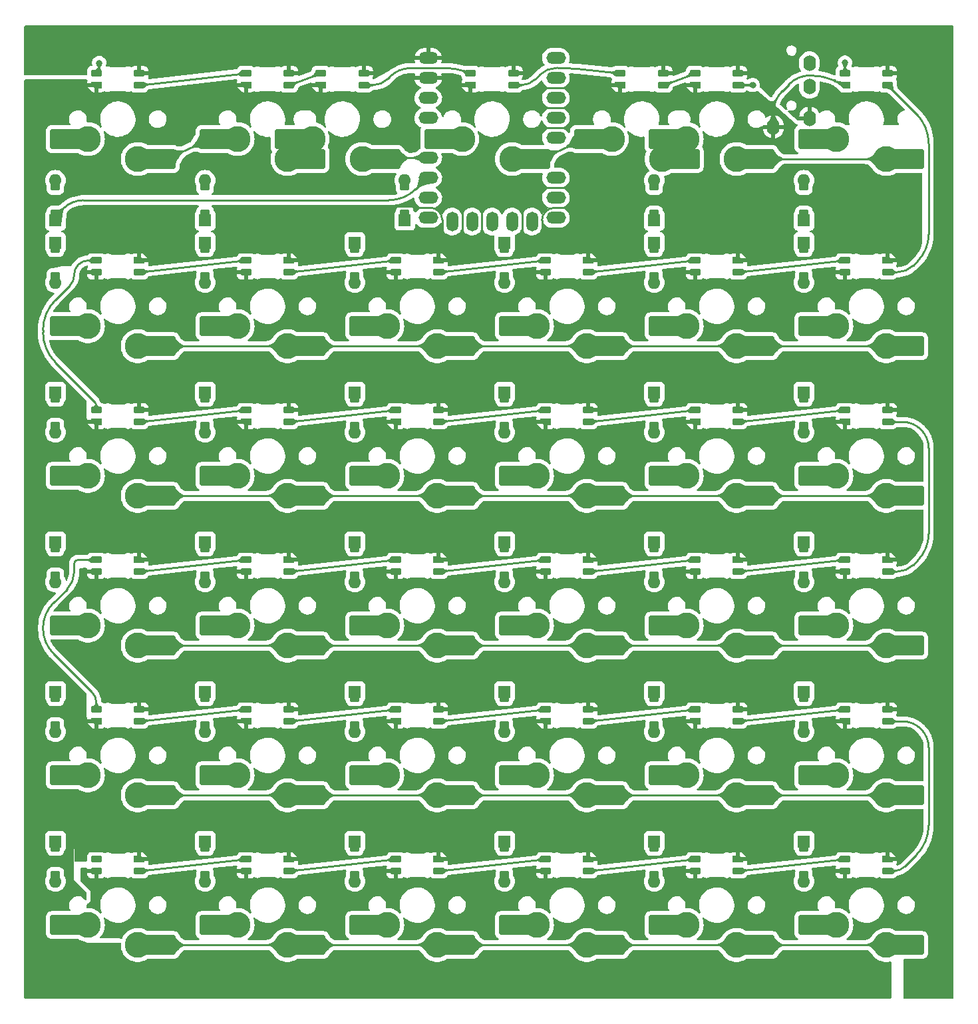
<source format=gtl>
G04 #@! TF.GenerationSoftware,KiCad,Pcbnew,7.0.7*
G04 #@! TF.CreationDate,2023-11-21T20:29:26+01:00*
G04 #@! TF.ProjectId,tekskey-v2-molten,74656b73-6b65-4792-9d76-322d6d6f6c74,rev?*
G04 #@! TF.SameCoordinates,Original*
G04 #@! TF.FileFunction,Copper,L1,Top*
G04 #@! TF.FilePolarity,Positive*
%FSLAX46Y46*%
G04 Gerber Fmt 4.6, Leading zero omitted, Abs format (unit mm)*
G04 Created by KiCad (PCBNEW 7.0.7) date 2023-11-21 20:29:26*
%MOMM*%
%LPD*%
G01*
G04 APERTURE LIST*
G04 Aperture macros list*
%AMRoundRect*
0 Rectangle with rounded corners*
0 $1 Rounding radius*
0 $2 $3 $4 $5 $6 $7 $8 $9 X,Y pos of 4 corners*
0 Add a 4 corners polygon primitive as box body*
4,1,4,$2,$3,$4,$5,$6,$7,$8,$9,$2,$3,0*
0 Add four circle primitives for the rounded corners*
1,1,$1+$1,$2,$3*
1,1,$1+$1,$4,$5*
1,1,$1+$1,$6,$7*
1,1,$1+$1,$8,$9*
0 Add four rect primitives between the rounded corners*
20,1,$1+$1,$2,$3,$4,$5,0*
20,1,$1+$1,$4,$5,$6,$7,0*
20,1,$1+$1,$6,$7,$8,$9,0*
20,1,$1+$1,$8,$9,$2,$3,0*%
%AMFreePoly0*
4,1,18,-0.410000,0.265000,0.000000,0.675000,0.328000,0.675000,0.359380,0.668758,0.385983,0.650983,0.403758,0.624380,0.410000,0.593000,0.410000,-0.593000,0.403758,-0.624380,0.385983,-0.650983,0.359380,-0.668758,0.328000,-0.675000,-0.328000,-0.675000,-0.359380,-0.668758,-0.385983,-0.650983,-0.403758,-0.624380,-0.410000,-0.593000,-0.410000,0.265000,-0.410000,0.265000,$1*%
G04 Aperture macros list end*
G04 #@! TA.AperFunction,SMDPad,CuDef*
%ADD10RoundRect,0.082000X-0.593000X0.328000X-0.593000X-0.328000X0.593000X-0.328000X0.593000X0.328000X0*%
G04 #@! TD*
G04 #@! TA.AperFunction,SMDPad,CuDef*
%ADD11FreePoly0,270.000000*%
G04 #@! TD*
G04 #@! TA.AperFunction,ComponentPad*
%ADD12C,3.300000*%
G04 #@! TD*
G04 #@! TA.AperFunction,SMDPad,CuDef*
%ADD13R,1.650000X2.500000*%
G04 #@! TD*
G04 #@! TA.AperFunction,SMDPad,CuDef*
%ADD14RoundRect,0.250000X1.025000X1.000000X-1.025000X1.000000X-1.025000X-1.000000X1.025000X-1.000000X0*%
G04 #@! TD*
G04 #@! TA.AperFunction,ComponentPad*
%ADD15R,1.600000X1.600000*%
G04 #@! TD*
G04 #@! TA.AperFunction,SMDPad,CuDef*
%ADD16RoundRect,0.225000X-0.375000X0.225000X-0.375000X-0.225000X0.375000X-0.225000X0.375000X0.225000X0*%
G04 #@! TD*
G04 #@! TA.AperFunction,ComponentPad*
%ADD17O,1.600000X1.600000*%
G04 #@! TD*
G04 #@! TA.AperFunction,SMDPad,CuDef*
%ADD18RoundRect,0.082000X0.593000X-0.328000X0.593000X0.328000X-0.593000X0.328000X-0.593000X-0.328000X0*%
G04 #@! TD*
G04 #@! TA.AperFunction,SMDPad,CuDef*
%ADD19FreePoly0,90.000000*%
G04 #@! TD*
G04 #@! TA.AperFunction,ComponentPad*
%ADD20O,2.500000X1.500000*%
G04 #@! TD*
G04 #@! TA.AperFunction,ComponentPad*
%ADD21O,1.500000X2.500000*%
G04 #@! TD*
G04 #@! TA.AperFunction,SMDPad,CuDef*
%ADD22RoundRect,0.225000X0.375000X-0.225000X0.375000X0.225000X-0.375000X0.225000X-0.375000X-0.225000X0*%
G04 #@! TD*
G04 #@! TA.AperFunction,ComponentPad*
%ADD23O,1.600000X2.000000*%
G04 #@! TD*
G04 #@! TA.AperFunction,ComponentPad*
%ADD24C,0.700000*%
G04 #@! TD*
G04 #@! TA.AperFunction,ComponentPad*
%ADD25C,4.400000*%
G04 #@! TD*
G04 #@! TA.AperFunction,ViaPad*
%ADD26C,0.800000*%
G04 #@! TD*
G04 #@! TA.AperFunction,Conductor*
%ADD27C,0.250000*%
G04 #@! TD*
G04 #@! TA.AperFunction,Conductor*
%ADD28C,1.000000*%
G04 #@! TD*
G04 APERTURE END LIST*
D10*
X57600000Y-152832500D03*
X57600000Y-151332500D03*
X63050000Y-152832500D03*
D11*
X63050000Y-151332500D03*
D12*
X75565000Y-83502500D03*
D13*
X73740000Y-83502500D03*
D14*
X72015000Y-83502500D03*
X85465000Y-86042500D03*
D13*
X83715000Y-86042500D03*
D12*
X81915000Y-86042500D03*
D15*
X109537500Y-91916250D03*
D16*
X109537500Y-92806250D03*
X109537500Y-96106250D03*
D17*
X109537500Y-96996250D03*
D15*
X71437500Y-72866250D03*
D16*
X71437500Y-73756250D03*
X71437500Y-77056250D03*
D17*
X71437500Y-77946250D03*
D18*
X110675000Y-51320000D03*
X110675000Y-52820000D03*
X105225000Y-51320000D03*
D19*
X105225000Y-52820000D03*
D12*
X75565000Y-102552500D03*
D13*
X73740000Y-102552500D03*
D14*
X72015000Y-102552500D03*
X85465000Y-105092500D03*
D13*
X83715000Y-105092500D03*
D12*
X81915000Y-105092500D03*
D15*
X90487500Y-110966250D03*
D16*
X90487500Y-111856250D03*
X90487500Y-115156250D03*
D17*
X90487500Y-116046250D03*
D15*
X52387500Y-149066250D03*
D16*
X52387500Y-149956250D03*
X52387500Y-153256250D03*
D17*
X52387500Y-154146250D03*
D15*
X71437500Y-110966250D03*
D16*
X71437500Y-111856250D03*
X71437500Y-115156250D03*
D17*
X71437500Y-116046250D03*
D20*
X97020000Y-49371250D03*
X97020000Y-51911250D03*
X97020000Y-54451250D03*
X97020000Y-56991250D03*
X97020000Y-59531250D03*
X97020000Y-64611250D03*
X97020000Y-67151250D03*
X97020000Y-69691250D03*
D21*
X93980000Y-70191250D03*
X91440000Y-70191250D03*
X88900000Y-70191250D03*
X86360000Y-70191250D03*
X83820000Y-70191250D03*
D20*
X80780000Y-69691250D03*
X80780000Y-67151250D03*
X80780000Y-64611250D03*
X80780000Y-62071250D03*
X80780000Y-56991250D03*
X80780000Y-54451250D03*
X80780000Y-51911250D03*
X80780000Y-49371250D03*
D18*
X120200000Y-94182500D03*
X120200000Y-95682500D03*
X114750000Y-94182500D03*
D19*
X114750000Y-95682500D03*
D15*
X109537500Y-110966250D03*
D16*
X109537500Y-111856250D03*
X109537500Y-115156250D03*
D17*
X109537500Y-116046250D03*
D12*
X113665000Y-59690000D03*
D13*
X111840000Y-59690000D03*
D14*
X110115000Y-59690000D03*
X123565000Y-62230000D03*
D13*
X121815000Y-62230000D03*
D12*
X120015000Y-62230000D03*
D15*
X90487500Y-72866250D03*
D16*
X90487500Y-73756250D03*
X90487500Y-77056250D03*
D17*
X90487500Y-77946250D03*
D12*
X37465000Y-102552500D03*
D13*
X35640000Y-102552500D03*
D14*
X33915000Y-102552500D03*
X47365000Y-105092500D03*
D13*
X45615000Y-105092500D03*
D12*
X43815000Y-105092500D03*
X94615000Y-83502500D03*
D13*
X92790000Y-83502500D03*
D14*
X91065000Y-83502500D03*
X104515000Y-86042500D03*
D13*
X102765000Y-86042500D03*
D12*
X100965000Y-86042500D03*
D15*
X128587500Y-91916250D03*
D16*
X128587500Y-92806250D03*
X128587500Y-96106250D03*
D17*
X128587500Y-96996250D03*
D12*
X66040000Y-59690000D03*
D13*
X64215000Y-59690000D03*
D14*
X62490000Y-59690000D03*
X75940000Y-62230000D03*
D13*
X74190000Y-62230000D03*
D12*
X72390000Y-62230000D03*
D15*
X33337500Y-70008750D03*
D22*
X33337500Y-69118750D03*
X33337500Y-65818750D03*
D17*
X33337500Y-64928750D03*
D12*
X56515000Y-159702500D03*
D13*
X54690000Y-159702500D03*
D14*
X52965000Y-159702500D03*
X66415000Y-162242500D03*
D13*
X64665000Y-162242500D03*
D12*
X62865000Y-162242500D03*
D15*
X52387500Y-91916250D03*
D16*
X52387500Y-92806250D03*
X52387500Y-96106250D03*
D17*
X52387500Y-96996250D03*
D15*
X52387500Y-72866250D03*
D16*
X52387500Y-73756250D03*
X52387500Y-77056250D03*
D17*
X52387500Y-77946250D03*
D12*
X94615000Y-121602500D03*
D13*
X92790000Y-121602500D03*
D14*
X91065000Y-121602500D03*
X104515000Y-124142500D03*
D13*
X102765000Y-124142500D03*
D12*
X100965000Y-124142500D03*
D10*
X76650000Y-76632500D03*
X76650000Y-75132500D03*
X82100000Y-76632500D03*
D11*
X82100000Y-75132500D03*
D15*
X71437500Y-130016250D03*
D16*
X71437500Y-130906250D03*
X71437500Y-134206250D03*
D17*
X71437500Y-135096250D03*
D18*
X101150000Y-132282500D03*
X101150000Y-133782500D03*
X95700000Y-132282500D03*
D19*
X95700000Y-133782500D03*
D12*
X56515000Y-102552500D03*
D13*
X54690000Y-102552500D03*
D14*
X52965000Y-102552500D03*
X66415000Y-105092500D03*
D13*
X64665000Y-105092500D03*
D12*
X62865000Y-105092500D03*
D15*
X52387500Y-130016250D03*
D16*
X52387500Y-130906250D03*
X52387500Y-134206250D03*
D17*
X52387500Y-135096250D03*
D15*
X33337500Y-149066250D03*
D16*
X33337500Y-149956250D03*
X33337500Y-153256250D03*
D17*
X33337500Y-154146250D03*
D15*
X128587500Y-72866250D03*
D16*
X128587500Y-73756250D03*
X128587500Y-77056250D03*
D17*
X128587500Y-77946250D03*
D18*
X139250000Y-132282500D03*
X139250000Y-133782500D03*
X133800000Y-132282500D03*
D19*
X133800000Y-133782500D03*
D10*
X133800000Y-152832500D03*
X133800000Y-151332500D03*
X139250000Y-152832500D03*
D11*
X139250000Y-151332500D03*
D10*
X95700000Y-152832500D03*
X95700000Y-151332500D03*
X101150000Y-152832500D03*
D11*
X101150000Y-151332500D03*
D10*
X133800000Y-76632500D03*
X133800000Y-75132500D03*
X139250000Y-76632500D03*
D11*
X139250000Y-75132500D03*
D10*
X76650000Y-152832500D03*
X76650000Y-151332500D03*
X82100000Y-152832500D03*
D11*
X82100000Y-151332500D03*
D15*
X109537500Y-72866250D03*
D16*
X109537500Y-73756250D03*
X109537500Y-77056250D03*
D17*
X109537500Y-77946250D03*
D18*
X72575000Y-51320000D03*
X72575000Y-52820000D03*
X67125000Y-51320000D03*
D19*
X67125000Y-52820000D03*
D15*
X109537500Y-130016250D03*
D16*
X109537500Y-130906250D03*
X109537500Y-134206250D03*
D17*
X109537500Y-135096250D03*
D12*
X132715000Y-83502500D03*
D13*
X130890000Y-83502500D03*
D14*
X129165000Y-83502500D03*
X142615000Y-86042500D03*
D13*
X140865000Y-86042500D03*
D12*
X139065000Y-86042500D03*
X37465000Y-140652500D03*
D13*
X35640000Y-140652500D03*
D14*
X33915000Y-140652500D03*
X47365000Y-143192500D03*
D13*
X45615000Y-143192500D03*
D12*
X43815000Y-143192500D03*
D15*
X109537500Y-70008750D03*
D22*
X109537500Y-69118750D03*
X109537500Y-65818750D03*
D17*
X109537500Y-64928750D03*
D18*
X139250000Y-51320000D03*
X139250000Y-52820000D03*
X133800000Y-51320000D03*
D19*
X133800000Y-52820000D03*
D10*
X95700000Y-114732500D03*
X95700000Y-113232500D03*
X101150000Y-114732500D03*
D11*
X101150000Y-113232500D03*
D12*
X94615000Y-140652500D03*
D13*
X92790000Y-140652500D03*
D14*
X91065000Y-140652500D03*
X104515000Y-143192500D03*
D13*
X102765000Y-143192500D03*
D12*
X100965000Y-143192500D03*
D18*
X101150000Y-94182500D03*
X101150000Y-95682500D03*
X95700000Y-94182500D03*
D19*
X95700000Y-95682500D03*
D12*
X113665000Y-102552500D03*
D13*
X111840000Y-102552500D03*
D14*
X110115000Y-102552500D03*
X123565000Y-105092500D03*
D13*
X121815000Y-105092500D03*
D12*
X120015000Y-105092500D03*
D15*
X90487500Y-130016250D03*
D16*
X90487500Y-130906250D03*
X90487500Y-134206250D03*
D17*
X90487500Y-135096250D03*
D12*
X56515000Y-140652500D03*
D13*
X54690000Y-140652500D03*
D14*
X52965000Y-140652500D03*
X66415000Y-143192500D03*
D13*
X64665000Y-143192500D03*
D12*
X62865000Y-143192500D03*
X132715000Y-140652500D03*
D13*
X130890000Y-140652500D03*
D14*
X129165000Y-140652500D03*
X142615000Y-143192500D03*
D13*
X140865000Y-143192500D03*
D12*
X139065000Y-143192500D03*
D18*
X82100000Y-132282500D03*
X82100000Y-133782500D03*
X76650000Y-132282500D03*
D19*
X76650000Y-133782500D03*
D12*
X132715000Y-102552500D03*
D13*
X130890000Y-102552500D03*
D14*
X129165000Y-102552500D03*
X142615000Y-105092500D03*
D13*
X140865000Y-105092500D03*
D12*
X139065000Y-105092500D03*
D15*
X52387500Y-110966250D03*
D16*
X52387500Y-111856250D03*
X52387500Y-115156250D03*
D17*
X52387500Y-116046250D03*
D23*
X129300000Y-53031250D03*
X129300000Y-50031250D03*
X124700000Y-58131250D03*
X129300000Y-57031250D03*
D12*
X85090000Y-59690000D03*
D13*
X83265000Y-59690000D03*
D14*
X81540000Y-59690000D03*
X94990000Y-62230000D03*
D13*
X93240000Y-62230000D03*
D12*
X91440000Y-62230000D03*
X56515000Y-83502500D03*
D13*
X54690000Y-83502500D03*
D14*
X52965000Y-83502500D03*
X66415000Y-86042500D03*
D13*
X64665000Y-86042500D03*
D12*
X62865000Y-86042500D03*
D15*
X71437500Y-91916250D03*
D16*
X71437500Y-92806250D03*
X71437500Y-96106250D03*
D17*
X71437500Y-96996250D03*
D10*
X38550000Y-76632500D03*
X38550000Y-75132500D03*
X44000000Y-76632500D03*
D11*
X44000000Y-75132500D03*
D15*
X52387500Y-70008750D03*
D22*
X52387500Y-69118750D03*
X52387500Y-65818750D03*
D17*
X52387500Y-64928750D03*
D15*
X33337500Y-130016250D03*
D16*
X33337500Y-130906250D03*
X33337500Y-134206250D03*
D17*
X33337500Y-135096250D03*
D12*
X113665000Y-83502500D03*
D13*
X111840000Y-83502500D03*
D14*
X110115000Y-83502500D03*
X123565000Y-86042500D03*
D13*
X121815000Y-86042500D03*
D12*
X120015000Y-86042500D03*
D18*
X82100000Y-94182500D03*
X82100000Y-95682500D03*
X76650000Y-94182500D03*
D19*
X76650000Y-95682500D03*
D24*
X58675000Y-109537500D03*
X59158274Y-108370774D03*
X59158274Y-110704226D03*
X60325000Y-107887500D03*
D25*
X60325000Y-109537500D03*
D24*
X60325000Y-111187500D03*
X61491726Y-108370774D03*
X61491726Y-110704226D03*
X61975000Y-109537500D03*
D10*
X95700000Y-76632500D03*
X95700000Y-75132500D03*
X101150000Y-76632500D03*
D11*
X101150000Y-75132500D03*
D12*
X37465000Y-159702500D03*
D13*
X35640000Y-159702500D03*
D14*
X33915000Y-159702500D03*
X47365000Y-162242500D03*
D13*
X45615000Y-162242500D03*
D12*
X43815000Y-162242500D03*
X132715000Y-159702500D03*
D13*
X130890000Y-159702500D03*
D14*
X129165000Y-159702500D03*
X142615000Y-162242500D03*
D13*
X140865000Y-162242500D03*
D12*
X139065000Y-162242500D03*
D10*
X38550000Y-114732500D03*
X38550000Y-113232500D03*
X44000000Y-114732500D03*
D11*
X44000000Y-113232500D03*
D18*
X44000000Y-132282500D03*
X44000000Y-133782500D03*
X38550000Y-132282500D03*
D19*
X38550000Y-133782500D03*
D12*
X104140000Y-59690000D03*
D13*
X102315000Y-59690000D03*
D14*
X100590000Y-59690000D03*
X114040000Y-62230000D03*
D13*
X112290000Y-62230000D03*
D12*
X110490000Y-62230000D03*
D15*
X128587500Y-149066250D03*
D16*
X128587500Y-149956250D03*
X128587500Y-153256250D03*
D17*
X128587500Y-154146250D03*
D10*
X76650000Y-114732500D03*
X76650000Y-113232500D03*
X82100000Y-114732500D03*
D11*
X82100000Y-113232500D03*
D18*
X120200000Y-51320000D03*
X120200000Y-52820000D03*
X114750000Y-51320000D03*
D19*
X114750000Y-52820000D03*
D24*
X115825000Y-70643750D03*
X116308274Y-69477024D03*
X116308274Y-71810476D03*
X117475000Y-68993750D03*
D25*
X117475000Y-70643750D03*
D24*
X117475000Y-72293750D03*
X118641726Y-69477024D03*
X118641726Y-71810476D03*
X119125000Y-70643750D03*
D15*
X128587500Y-110966250D03*
D16*
X128587500Y-111856250D03*
X128587500Y-115156250D03*
D17*
X128587500Y-116046250D03*
D15*
X128587500Y-130016250D03*
D16*
X128587500Y-130906250D03*
X128587500Y-134206250D03*
D17*
X128587500Y-135096250D03*
D15*
X33337500Y-72866250D03*
D16*
X33337500Y-73756250D03*
X33337500Y-77056250D03*
D17*
X33337500Y-77946250D03*
D12*
X75565000Y-159702500D03*
D13*
X73740000Y-159702500D03*
D14*
X72015000Y-159702500D03*
X85465000Y-162242500D03*
D13*
X83715000Y-162242500D03*
D12*
X81915000Y-162242500D03*
X37465000Y-59690000D03*
D13*
X35640000Y-59690000D03*
D14*
X33915000Y-59690000D03*
X47365000Y-62230000D03*
D13*
X45615000Y-62230000D03*
D12*
X43815000Y-62230000D03*
D18*
X44000000Y-51320000D03*
X44000000Y-52820000D03*
X38550000Y-51320000D03*
D19*
X38550000Y-52820000D03*
D12*
X113665000Y-121602500D03*
D13*
X111840000Y-121602500D03*
D14*
X110115000Y-121602500D03*
X123565000Y-124142500D03*
D13*
X121815000Y-124142500D03*
D12*
X120015000Y-124142500D03*
D24*
X58675000Y-147637500D03*
X59158274Y-146470774D03*
X59158274Y-148804226D03*
X60325000Y-145987500D03*
D25*
X60325000Y-147637500D03*
D24*
X60325000Y-149287500D03*
X61491726Y-146470774D03*
X61491726Y-148804226D03*
X61975000Y-147637500D03*
D12*
X94615000Y-102552500D03*
D13*
X92790000Y-102552500D03*
D14*
X91065000Y-102552500D03*
X104515000Y-105092500D03*
D13*
X102765000Y-105092500D03*
D12*
X100965000Y-105092500D03*
D24*
X115825000Y-147637500D03*
X116308274Y-146470774D03*
X116308274Y-148804226D03*
X117475000Y-145987500D03*
D25*
X117475000Y-147637500D03*
D24*
X117475000Y-149287500D03*
X118641726Y-146470774D03*
X118641726Y-148804226D03*
X119125000Y-147637500D03*
D12*
X37465000Y-83502500D03*
D13*
X35640000Y-83502500D03*
D14*
X33915000Y-83502500D03*
X47365000Y-86042500D03*
D13*
X45615000Y-86042500D03*
D12*
X43815000Y-86042500D03*
X56515000Y-59690000D03*
D13*
X54690000Y-59690000D03*
D14*
X52965000Y-59690000D03*
X66415000Y-62230000D03*
D13*
X64665000Y-62230000D03*
D12*
X62865000Y-62230000D03*
D18*
X63050000Y-51320000D03*
X63050000Y-52820000D03*
X57600000Y-51320000D03*
D19*
X57600000Y-52820000D03*
D15*
X77787500Y-70008750D03*
D22*
X77787500Y-69118750D03*
X77787500Y-65818750D03*
D17*
X77787500Y-64928750D03*
D18*
X91625000Y-51320000D03*
X91625000Y-52820000D03*
X86175000Y-51320000D03*
D19*
X86175000Y-52820000D03*
D24*
X58675000Y-71437500D03*
X59158274Y-70270774D03*
X59158274Y-72604226D03*
X60325000Y-69787500D03*
D25*
X60325000Y-71437500D03*
D24*
X60325000Y-73087500D03*
X61491726Y-70270774D03*
X61491726Y-72604226D03*
X61975000Y-71437500D03*
D15*
X33337500Y-91916250D03*
D16*
X33337500Y-92806250D03*
X33337500Y-96106250D03*
D17*
X33337500Y-96996250D03*
D10*
X57600000Y-76632500D03*
X57600000Y-75132500D03*
X63050000Y-76632500D03*
D11*
X63050000Y-75132500D03*
D12*
X75565000Y-121602500D03*
D13*
X73740000Y-121602500D03*
D14*
X72015000Y-121602500D03*
X85465000Y-124142500D03*
D13*
X83715000Y-124142500D03*
D12*
X81915000Y-124142500D03*
D10*
X114750000Y-76632500D03*
X114750000Y-75132500D03*
X120200000Y-76632500D03*
D11*
X120200000Y-75132500D03*
D15*
X109537500Y-149066250D03*
D16*
X109537500Y-149956250D03*
X109537500Y-153256250D03*
D17*
X109537500Y-154146250D03*
D15*
X128587500Y-70008750D03*
D22*
X128587500Y-69118750D03*
X128587500Y-65818750D03*
D17*
X128587500Y-64928750D03*
D12*
X56515000Y-121602500D03*
D13*
X54690000Y-121602500D03*
D14*
X52965000Y-121602500D03*
X66415000Y-124142500D03*
D13*
X64665000Y-124142500D03*
D12*
X62865000Y-124142500D03*
X94615000Y-159702500D03*
D13*
X92790000Y-159702500D03*
D14*
X91065000Y-159702500D03*
X104515000Y-162242500D03*
D13*
X102765000Y-162242500D03*
D12*
X100965000Y-162242500D03*
X113665000Y-159702500D03*
D13*
X111840000Y-159702500D03*
D14*
X110115000Y-159702500D03*
X123565000Y-162242500D03*
D13*
X121815000Y-162242500D03*
D12*
X120015000Y-162242500D03*
D10*
X114750000Y-152832500D03*
X114750000Y-151332500D03*
X120200000Y-152832500D03*
D11*
X120200000Y-151332500D03*
D18*
X63050000Y-94182500D03*
X63050000Y-95682500D03*
X57600000Y-94182500D03*
D19*
X57600000Y-95682500D03*
D18*
X139250000Y-94182500D03*
X139250000Y-95682500D03*
X133800000Y-94182500D03*
D19*
X133800000Y-95682500D03*
D10*
X57600000Y-114732500D03*
X57600000Y-113232500D03*
X63050000Y-114732500D03*
D11*
X63050000Y-113232500D03*
D10*
X38550000Y-152832500D03*
X38550000Y-151332500D03*
X44000000Y-152832500D03*
D11*
X44000000Y-151332500D03*
D18*
X120200000Y-132282500D03*
X120200000Y-133782500D03*
X114750000Y-132282500D03*
D19*
X114750000Y-133782500D03*
D24*
X115825000Y-109537500D03*
X116308274Y-108370774D03*
X116308274Y-110704226D03*
X117475000Y-107887500D03*
D25*
X117475000Y-109537500D03*
D24*
X117475000Y-111187500D03*
X118641726Y-108370774D03*
X118641726Y-110704226D03*
X119125000Y-109537500D03*
D12*
X75565000Y-140652500D03*
D13*
X73740000Y-140652500D03*
D14*
X72015000Y-140652500D03*
X85465000Y-143192500D03*
D13*
X83715000Y-143192500D03*
D12*
X81915000Y-143192500D03*
D18*
X44000000Y-94182500D03*
X44000000Y-95682500D03*
X38550000Y-94182500D03*
D19*
X38550000Y-95682500D03*
D15*
X71437500Y-149066250D03*
D16*
X71437500Y-149956250D03*
X71437500Y-153256250D03*
D17*
X71437500Y-154146250D03*
D10*
X133800000Y-114732500D03*
X133800000Y-113232500D03*
X139250000Y-114732500D03*
D11*
X139250000Y-113232500D03*
D15*
X90487500Y-149066250D03*
D16*
X90487500Y-149956250D03*
X90487500Y-153256250D03*
D17*
X90487500Y-154146250D03*
D12*
X37465000Y-121602500D03*
D13*
X35640000Y-121602500D03*
D14*
X33915000Y-121602500D03*
X47365000Y-124142500D03*
D13*
X45615000Y-124142500D03*
D12*
X43815000Y-124142500D03*
D15*
X90487500Y-91916250D03*
D16*
X90487500Y-92806250D03*
X90487500Y-96106250D03*
D17*
X90487500Y-96996250D03*
D12*
X113665000Y-140652500D03*
D13*
X111840000Y-140652500D03*
D14*
X110115000Y-140652500D03*
X123565000Y-143192500D03*
D13*
X121815000Y-143192500D03*
D12*
X120015000Y-143192500D03*
D18*
X63050000Y-132282500D03*
X63050000Y-133782500D03*
X57600000Y-132282500D03*
D19*
X57600000Y-133782500D03*
D10*
X114750000Y-114732500D03*
X114750000Y-113232500D03*
X120200000Y-114732500D03*
D11*
X120200000Y-113232500D03*
D15*
X33337500Y-110966250D03*
D16*
X33337500Y-111856250D03*
X33337500Y-115156250D03*
D17*
X33337500Y-116046250D03*
D12*
X132715000Y-121602500D03*
D13*
X130890000Y-121602500D03*
D14*
X129165000Y-121602500D03*
X142615000Y-124142500D03*
D13*
X140865000Y-124142500D03*
D12*
X139065000Y-124142500D03*
X132715000Y-59690000D03*
D13*
X130890000Y-59690000D03*
D14*
X129165000Y-59690000D03*
X142615000Y-62230000D03*
D13*
X140865000Y-62230000D03*
D12*
X139065000Y-62230000D03*
D26*
X49212500Y-157162500D03*
X34131250Y-50006250D03*
X49212500Y-119062500D03*
X143668750Y-50006250D03*
X49212500Y-80962500D03*
X38893750Y-50006250D03*
X142081250Y-96837500D03*
X142081250Y-134937500D03*
X122089158Y-52811742D03*
X133809782Y-49968172D03*
D27*
X75766942Y-67468750D02*
X36887159Y-67468750D01*
X79216250Y-66040000D02*
X80645000Y-64611250D01*
X34364440Y-68513694D02*
X33319496Y-69558639D01*
X75766942Y-67468782D02*
G75*
G03*
X79216250Y-66040000I-42J4878082D01*
G01*
X36887159Y-67468717D02*
G75*
G03*
X34364440Y-68513694I41J-3567683D01*
G01*
X123565000Y-62230000D02*
X139065000Y-62230000D01*
X76211003Y-62071250D02*
X81280000Y-62071250D01*
X100590000Y-59690000D02*
X94990000Y-62230000D01*
X76019375Y-62150625D02*
X75940000Y-62230000D01*
X100590000Y-59690000D02*
X104140000Y-59690000D01*
X47365000Y-62230000D02*
X52965000Y-59690000D01*
X76211003Y-62071237D02*
G75*
G03*
X76019375Y-62150625I-3J-270963D01*
G01*
X66415000Y-86042500D02*
X81915000Y-86042500D01*
X85465000Y-86042500D02*
X100965000Y-86042500D01*
X47365000Y-86042500D02*
X62865000Y-86042500D01*
X123565000Y-86042500D02*
X139065000Y-86042500D01*
X104515000Y-86042500D02*
X120015000Y-86042500D01*
X62865000Y-105092500D02*
X47365000Y-105092500D01*
X139065000Y-105092500D02*
X123565000Y-105092500D01*
X100965000Y-105092500D02*
X85465000Y-105092500D01*
X81915000Y-105092500D02*
X66415000Y-105092500D01*
X120015000Y-105092500D02*
X104515000Y-105092500D01*
X47365000Y-124142500D02*
X62865000Y-124142500D01*
X85465000Y-124142500D02*
X100965000Y-124142500D01*
X66415000Y-124142500D02*
X81915000Y-124142500D01*
X123565000Y-124142500D02*
X139065000Y-124142500D01*
X104515000Y-124142500D02*
X120015000Y-124142500D01*
X81915000Y-143192500D02*
X66415000Y-143192500D01*
X62865000Y-143192500D02*
X47365000Y-143192500D01*
X139065000Y-143192500D02*
X123565000Y-143192500D01*
X100965000Y-143192500D02*
X85465000Y-143192500D01*
X104515000Y-143192500D02*
X120015000Y-143192500D01*
X81915000Y-162242500D02*
X66415000Y-162242500D01*
X100965000Y-162242500D02*
X85465000Y-162242500D01*
X120015000Y-162242500D02*
X104515000Y-162242500D01*
X139065000Y-162242500D02*
X123565000Y-162242500D01*
X47365000Y-162242500D02*
X62865000Y-162242500D01*
X47365000Y-162242500D02*
X43815000Y-162242500D01*
X38893750Y-50733182D02*
X38893750Y-50006250D01*
X38721875Y-51148125D02*
X38550000Y-51320000D01*
X38721891Y-51148141D02*
G75*
G03*
X38893750Y-50733182I-414991J414941D01*
G01*
X92075000Y-139937500D02*
X92790000Y-140652500D01*
D28*
X110115000Y-59690000D02*
X114040000Y-62230000D01*
D27*
X44000000Y-52820000D02*
X57600000Y-51320000D01*
X63050000Y-52820000D02*
X67125000Y-51320000D01*
X94382864Y-52099634D02*
X94948414Y-51534085D01*
X92643750Y-52820000D02*
X91625000Y-52820000D01*
X99702607Y-50756381D02*
X105225000Y-51320000D01*
X92643750Y-52820028D02*
G75*
G03*
X94382864Y-52099634I-50J2459528D01*
G01*
X97140756Y-50625949D02*
G75*
G03*
X94948415Y-51534086I44J-3100451D01*
G01*
X99702607Y-50756378D02*
G75*
G03*
X97140756Y-50625988I-2561807J-25101122D01*
G01*
X110675000Y-52820000D02*
X114750000Y-51320000D01*
X142868707Y-56438707D02*
X139250000Y-52820000D01*
X143055624Y-75225624D02*
X142496836Y-75784413D01*
X140449375Y-76632500D02*
X139250000Y-76632500D01*
X144462500Y-60286463D02*
X144462500Y-71829128D01*
X140449375Y-76632466D02*
G75*
G03*
X142496836Y-75784413I25J2895566D01*
G01*
X144462510Y-60286463D02*
G75*
G03*
X142868706Y-56438708I-5441610J-37D01*
G01*
X143055617Y-75225617D02*
G75*
G03*
X144462500Y-71829128I-3396517J3396517D01*
G01*
X37541086Y-75132500D02*
X38550000Y-75132500D01*
X35157483Y-78348765D02*
X33343792Y-80162457D01*
X35718750Y-76993750D02*
X35718750Y-76954836D01*
X33343792Y-88112542D02*
X38244618Y-93013368D01*
X31750000Y-84264786D02*
X31750000Y-84010213D01*
X38550000Y-93750625D02*
X38550000Y-94182500D01*
X36252479Y-75666229D02*
G75*
G03*
X35718750Y-76954836I1288621J-1288571D01*
G01*
X33343796Y-80162461D02*
G75*
G03*
X31750000Y-84010213I3847704J-3847739D01*
G01*
X35157452Y-78348734D02*
G75*
G03*
X35718750Y-76993750I-1354952J1355034D01*
G01*
X37541086Y-75132480D02*
G75*
G03*
X36252500Y-75666250I14J-1822320D01*
G01*
X31750025Y-84264786D02*
G75*
G03*
X33343792Y-88112542I5441575J-14D01*
G01*
X38549993Y-93750625D02*
G75*
G03*
X38244618Y-93013368I-1042593J25D01*
G01*
X44000000Y-76632500D02*
X57600000Y-75132500D01*
X63050000Y-76632500D02*
X76650000Y-75132500D01*
X82100000Y-76632500D02*
X95700000Y-75132500D01*
X101150000Y-76632500D02*
X114750000Y-75132500D01*
X120200000Y-76632500D02*
X133800000Y-75132500D01*
X57600000Y-94182500D02*
X44000000Y-95682500D01*
X63050000Y-95682500D02*
X76650000Y-94182500D01*
X82100000Y-95682500D02*
X95700000Y-94182500D01*
X114750000Y-94182500D02*
X101150000Y-95682500D01*
X133800000Y-94182500D02*
X120200000Y-95682500D01*
X143055624Y-113325624D02*
X142496836Y-113884413D01*
X140449375Y-114732500D02*
X139250000Y-114732500D01*
X144462500Y-99009224D02*
X144462500Y-109929128D01*
X141135775Y-95682500D02*
X139250000Y-95682500D01*
X140449375Y-114732466D02*
G75*
G03*
X142496836Y-113884413I25J2895566D01*
G01*
X144462489Y-99009224D02*
G75*
G03*
X143488124Y-96656876I-3326689J24D01*
G01*
X143055617Y-113325617D02*
G75*
G03*
X144462500Y-109929128I-3396517J3396517D01*
G01*
X143488132Y-96656868D02*
G75*
G03*
X141135775Y-95682500I-2352332J-2352332D01*
G01*
X36186070Y-113232500D02*
X38550000Y-113232500D01*
X35718750Y-113699820D02*
X35718750Y-114785000D01*
X33090851Y-118691648D02*
X34814537Y-116967962D01*
X38550000Y-131453750D02*
X38550000Y-132282500D01*
X37963985Y-130038985D02*
X33090851Y-125165851D01*
X36186070Y-113232474D02*
G75*
G03*
X35855626Y-113369376I30J-467326D01*
G01*
X35855609Y-113369359D02*
G75*
G03*
X35718750Y-113699820I330491J-330441D01*
G01*
X33090837Y-118691634D02*
G75*
G03*
X31750000Y-121928750I3237063J-3237066D01*
G01*
X38550029Y-131453750D02*
G75*
G03*
X37963985Y-130038985I-2000829J-50D01*
G01*
X34814532Y-116967957D02*
G75*
G03*
X35718750Y-114785000I-2182932J2182957D01*
G01*
X31750000Y-121928750D02*
G75*
G03*
X33090852Y-125165850I4577950J0D01*
G01*
X44000000Y-114732500D02*
X57600000Y-113232500D01*
X63050000Y-114732500D02*
X76650000Y-113232500D01*
X82100000Y-114732500D02*
X95700000Y-113232500D01*
X101150000Y-114732500D02*
X114750000Y-113232500D01*
X120200000Y-114732500D02*
X133800000Y-113232500D01*
X44000000Y-133782500D02*
X57600000Y-132282500D01*
X63050000Y-133782500D02*
X76650000Y-132282500D01*
X82100000Y-133782500D02*
X95700000Y-132282500D01*
X101150000Y-133782500D02*
X114750000Y-132282500D01*
X120200000Y-133782500D02*
X133800000Y-132282500D01*
X141422453Y-152265046D02*
X142868707Y-150818792D01*
X144462500Y-137109224D02*
X144462500Y-146971036D01*
X140052500Y-152832500D02*
X139250000Y-152832500D01*
X141135775Y-133782500D02*
X139250000Y-133782500D01*
X144462489Y-137109224D02*
G75*
G03*
X143488124Y-134756876I-3326689J24D01*
G01*
X143488132Y-134756868D02*
G75*
G03*
X141135775Y-133782500I-2352332J-2352332D01*
G01*
X140052500Y-152832501D02*
G75*
G03*
X141422453Y-152265046I0J1937401D01*
G01*
X142868700Y-150818785D02*
G75*
G03*
X144462500Y-146971036I-3847800J3847785D01*
G01*
X44000000Y-152832500D02*
X57600000Y-151332500D01*
X63050000Y-152832500D02*
X76650000Y-151332500D01*
X82100000Y-152832500D02*
X95700000Y-151332500D01*
X101150000Y-152832500D02*
X114750000Y-151332500D01*
X120200000Y-152832500D02*
X133800000Y-151332500D01*
X92713987Y-68107737D02*
X92713987Y-72231250D01*
X79553266Y-68414521D02*
X80997885Y-68414521D01*
X95250000Y-70025447D02*
X95250000Y-72231250D01*
X82550000Y-69966635D02*
X82550000Y-72231250D01*
X98425000Y-65881250D02*
X95250000Y-65881250D01*
X126678258Y-52723278D02*
X125839667Y-53572423D01*
X85082025Y-68262500D02*
X85082025Y-72231250D01*
X79186254Y-68262500D02*
X76200000Y-68262500D01*
X129381250Y-51593750D02*
X129426052Y-51593750D01*
X96837500Y-68437947D02*
X98425000Y-68437947D01*
X98760079Y-58248925D02*
X95250000Y-58248925D01*
X132384375Y-52206875D02*
X133800000Y-52820000D01*
X99200029Y-55721077D02*
X94437529Y-55721077D01*
X87606075Y-68262500D02*
X87606075Y-72231250D01*
X99218750Y-53181250D02*
X94456250Y-53181250D01*
X124679105Y-56450000D02*
X124700000Y-58131250D01*
X129381250Y-51593792D02*
G75*
G03*
X126678259Y-52723279I-50J-3798908D01*
G01*
X125839676Y-53572432D02*
G75*
G03*
X124679106Y-56450000I2863124J-2827568D01*
G01*
X96837500Y-68437900D02*
G75*
G03*
X95250000Y-70025447I0J-1587500D01*
G01*
X79369779Y-68338491D02*
G75*
G03*
X79186254Y-68262500I-183479J-183509D01*
G01*
X79369776Y-68338494D02*
G75*
G03*
X79553266Y-68414521I183524J183494D01*
G01*
X132384381Y-52206862D02*
G75*
G03*
X129426052Y-51593750I-2958281J-6830338D01*
G01*
X82549979Y-69966635D02*
G75*
G03*
X80997885Y-68414521I-1552079J35D01*
G01*
D28*
X66415000Y-62230000D02*
X62490000Y-59690000D01*
D27*
X66415000Y-62230000D02*
X64215000Y-60030000D01*
X78517015Y-50665777D02*
X83067521Y-50665777D01*
X85156250Y-50992888D02*
X86175000Y-51320000D01*
X75916638Y-51742888D02*
X75640158Y-52019368D01*
X73707263Y-52820000D02*
X72575000Y-52820000D01*
X85156248Y-50992894D02*
G75*
G03*
X83067521Y-50665777I-2088748J-6505106D01*
G01*
X73707263Y-52819981D02*
G75*
G03*
X75640158Y-52019368I37J2733481D01*
G01*
X78517015Y-50665798D02*
G75*
G03*
X75916638Y-51742888I-15J-3677502D01*
G01*
X122089158Y-52811742D02*
X122085029Y-52815871D01*
X133809782Y-49968172D02*
X133809782Y-51310218D01*
X122075060Y-52820000D02*
X120200000Y-52820000D01*
X122075060Y-52819971D02*
G75*
G03*
X122085029Y-52815871I40J14071D01*
G01*
G04 #@! TA.AperFunction,Conductor*
G36*
X118719564Y-123149617D02*
G01*
X118719739Y-123149748D01*
X119272066Y-123572751D01*
X120003871Y-124133211D01*
X120008355Y-124140961D01*
X120006046Y-124149613D01*
X120003871Y-124151788D01*
X118719739Y-125135252D01*
X118711087Y-125137561D01*
X118703336Y-125133077D01*
X118703205Y-125132902D01*
X118540257Y-124911710D01*
X118347291Y-124677230D01*
X118104813Y-124470651D01*
X118104814Y-124470651D01*
X117786243Y-124323549D01*
X117375157Y-124268851D01*
X117367408Y-124264363D01*
X117365000Y-124257253D01*
X117365000Y-124027746D01*
X117368427Y-124019473D01*
X117375155Y-124016148D01*
X117786244Y-123961448D01*
X118104814Y-123814346D01*
X118347290Y-123607770D01*
X118540251Y-123373295D01*
X118540257Y-123373288D01*
X118703205Y-123152098D01*
X118710871Y-123147469D01*
X118719564Y-123149617D01*
G37*
G04 #@! TD.AperFunction*
G04 #@! TA.AperFunction,Conductor*
G36*
X95035228Y-150998345D02*
G01*
X95682696Y-151323210D01*
X95688554Y-151329983D01*
X95687906Y-151338914D01*
X95683796Y-151343496D01*
X95082129Y-151732054D01*
X95073320Y-151733663D01*
X95069209Y-151731904D01*
X94986734Y-151675892D01*
X94986733Y-151675891D01*
X94986731Y-151675890D01*
X94947541Y-151655523D01*
X94897845Y-151629696D01*
X94808950Y-151597672D01*
X94742398Y-151584307D01*
X94720063Y-151579822D01*
X94720061Y-151579821D01*
X94720058Y-151579821D01*
X94641218Y-151576558D01*
X94633094Y-151572792D01*
X94630073Y-151566151D01*
X94623344Y-151505145D01*
X94604738Y-151336446D01*
X94607237Y-151327848D01*
X94611964Y-151324324D01*
X94688422Y-151293297D01*
X94773077Y-151242778D01*
X94857731Y-151176096D01*
X94942386Y-151093248D01*
X94942386Y-151093247D01*
X94942390Y-151093244D01*
X95021088Y-151001199D01*
X95029069Y-150997138D01*
X95035228Y-150998345D01*
G37*
G04 #@! TD.AperFunction*
G04 #@! TA.AperFunction,Conductor*
G36*
X147637500Y-168944750D02*
G01*
X147617815Y-169011789D01*
X147565011Y-169057544D01*
X147513500Y-169068750D01*
X141411500Y-169068750D01*
X141344461Y-169049065D01*
X141298706Y-168996261D01*
X141287500Y-168944750D01*
X141287500Y-164125000D01*
X141307185Y-164057961D01*
X141359989Y-164012206D01*
X141411500Y-164001000D01*
X141789992Y-164001000D01*
X141790001Y-164000999D01*
X143690537Y-164000999D01*
X143690544Y-164000999D01*
X143794426Y-163990387D01*
X143962738Y-163934615D01*
X144113652Y-163841530D01*
X144239030Y-163716152D01*
X144332115Y-163565238D01*
X144387887Y-163396926D01*
X144398500Y-163293045D01*
X144398499Y-161191956D01*
X144387887Y-161088074D01*
X144332115Y-160919762D01*
X144239030Y-160768848D01*
X144113652Y-160643470D01*
X143962738Y-160550385D01*
X143936259Y-160541611D01*
X143794427Y-160494613D01*
X143690552Y-160484000D01*
X143690545Y-160484000D01*
X141738646Y-160484000D01*
X141738638Y-160484000D01*
X141287500Y-160484000D01*
X141287500Y-158247520D01*
X141460461Y-158280856D01*
X141497527Y-158288000D01*
X141497528Y-158288000D01*
X141658612Y-158288000D01*
X141658618Y-158288000D01*
X141818971Y-158272688D01*
X142025209Y-158212131D01*
X142216259Y-158113638D01*
X142385217Y-157980768D01*
X142525976Y-157818324D01*
X142633448Y-157632177D01*
X142703750Y-157429054D01*
X142734339Y-157216297D01*
X142724112Y-157001596D01*
X142673437Y-156792710D01*
X142584146Y-156597190D01*
X142459466Y-156422101D01*
X142459464Y-156422099D01*
X142459459Y-156422093D01*
X142303905Y-156273774D01*
X142123080Y-156157565D01*
X141923530Y-156077677D01*
X141712473Y-156037000D01*
X141712472Y-156037000D01*
X141551382Y-156037000D01*
X141391028Y-156052312D01*
X141391029Y-156052312D01*
X141391025Y-156052313D01*
X141287500Y-156082710D01*
X141287500Y-153153840D01*
X141298051Y-153148759D01*
X141298051Y-153148758D01*
X141298057Y-153148756D01*
X141542555Y-152995127D01*
X141768315Y-152815089D01*
X141870406Y-152712997D01*
X141924798Y-152658606D01*
X141924798Y-152658604D01*
X141935003Y-152648400D01*
X141935006Y-152648395D01*
X143344842Y-151238562D01*
X143344842Y-151238561D01*
X143346067Y-151237337D01*
X143346299Y-151237088D01*
X143470074Y-151113314D01*
X143754244Y-150785363D01*
X143754246Y-150785361D01*
X144014299Y-150437971D01*
X144187112Y-150169068D01*
X144248901Y-150072922D01*
X144319728Y-149943213D01*
X144456869Y-149692058D01*
X144637132Y-149297337D01*
X144788780Y-148890758D01*
X144911039Y-148474389D01*
X145003280Y-148050371D01*
X145065039Y-147620849D01*
X145095998Y-147188012D01*
X145095998Y-147188010D01*
X145095998Y-147065503D01*
X145096000Y-147065499D01*
X145096000Y-146971032D01*
X145096001Y-146894119D01*
X145096000Y-146894114D01*
X145096000Y-137069368D01*
X145096000Y-137067564D01*
X145095989Y-137067218D01*
X145095990Y-136936321D01*
X145073766Y-136682279D01*
X145065853Y-136591823D01*
X145005805Y-136251262D01*
X144916303Y-135917230D01*
X144839998Y-135707581D01*
X144798031Y-135592274D01*
X144798031Y-135592275D01*
X144651886Y-135278863D01*
X144478978Y-134979374D01*
X144478979Y-134979374D01*
X144280624Y-134696096D01*
X144280625Y-134696096D01*
X144058339Y-134431186D01*
X143992623Y-134365470D01*
X143992603Y-134365448D01*
X143972403Y-134345248D01*
X143972388Y-134345221D01*
X143936083Y-134308916D01*
X143936084Y-134308916D01*
X143813820Y-134186651D01*
X143746922Y-134130517D01*
X143548911Y-133964366D01*
X143548911Y-133964367D01*
X143548910Y-133964366D01*
X143363366Y-133834447D01*
X143265639Y-133766018D01*
X143151990Y-133700403D01*
X142966149Y-133593108D01*
X142966147Y-133593107D01*
X142652729Y-133446959D01*
X142652730Y-133446959D01*
X142450032Y-133373184D01*
X142327772Y-133328686D01*
X141993740Y-133239184D01*
X141653178Y-133179136D01*
X141308678Y-133148999D01*
X141287500Y-133148999D01*
X141287500Y-125901000D01*
X141789992Y-125901000D01*
X141790001Y-125900999D01*
X143690537Y-125900999D01*
X143690544Y-125900999D01*
X143794426Y-125890387D01*
X143962738Y-125834615D01*
X144113652Y-125741530D01*
X144239030Y-125616152D01*
X144332115Y-125465238D01*
X144387887Y-125296926D01*
X144398500Y-125193045D01*
X144398499Y-123091956D01*
X144387887Y-122988074D01*
X144332115Y-122819762D01*
X144239030Y-122668848D01*
X144113652Y-122543470D01*
X143962738Y-122450385D01*
X143936259Y-122441611D01*
X143794427Y-122394613D01*
X143690552Y-122384000D01*
X143690545Y-122384000D01*
X141738646Y-122384000D01*
X141738638Y-122384000D01*
X141287500Y-122384000D01*
X141287500Y-120147520D01*
X141460461Y-120180856D01*
X141497527Y-120188000D01*
X141497528Y-120188000D01*
X141658612Y-120188000D01*
X141658618Y-120188000D01*
X141818971Y-120172688D01*
X142025209Y-120112131D01*
X142216259Y-120013638D01*
X142385217Y-119880768D01*
X142525976Y-119718324D01*
X142633448Y-119532177D01*
X142703750Y-119329054D01*
X142734339Y-119116297D01*
X142724112Y-118901596D01*
X142673437Y-118692710D01*
X142584146Y-118497190D01*
X142459466Y-118322101D01*
X142459464Y-118322099D01*
X142459459Y-118322093D01*
X142303905Y-118173774D01*
X142123080Y-118057565D01*
X141923530Y-117977677D01*
X141712473Y-117937000D01*
X141712472Y-117937000D01*
X141551382Y-117937000D01*
X141391028Y-117952312D01*
X141391029Y-117952312D01*
X141391025Y-117952313D01*
X141287500Y-117982710D01*
X141287500Y-115268398D01*
X141307887Y-115264343D01*
X141639697Y-115163694D01*
X141960044Y-115031007D01*
X142265843Y-114867560D01*
X142554150Y-114674926D01*
X142822186Y-114454962D01*
X142822194Y-114454953D01*
X142822201Y-114454948D01*
X142880114Y-114397035D01*
X142880134Y-114397018D01*
X142888195Y-114388956D01*
X142888199Y-114388955D01*
X142944780Y-114332374D01*
X142999172Y-114277983D01*
X142999173Y-114277981D01*
X143006234Y-114270920D01*
X143006240Y-114270912D01*
X143531759Y-113745393D01*
X143533004Y-113744148D01*
X143533216Y-113743920D01*
X143594271Y-113682865D01*
X143654614Y-113622525D01*
X143932079Y-113297656D01*
X144081715Y-113091700D01*
X144183201Y-112952017D01*
X144253537Y-112837239D01*
X144406425Y-112587750D01*
X144424759Y-112551767D01*
X144600387Y-112207080D01*
X144763882Y-111812372D01*
X144895905Y-111406053D01*
X144995641Y-110990628D01*
X144995641Y-110990629D01*
X145062478Y-110568654D01*
X145062478Y-110568653D01*
X145095999Y-110142749D01*
X145096000Y-109929132D01*
X145096000Y-109929131D01*
X145096001Y-109852211D01*
X145096000Y-109852206D01*
X145096000Y-98969368D01*
X145096000Y-98967564D01*
X145095989Y-98967218D01*
X145095990Y-98836321D01*
X145073766Y-98582279D01*
X145065853Y-98491823D01*
X145005805Y-98151262D01*
X144916303Y-97817230D01*
X144839998Y-97607581D01*
X144798031Y-97492274D01*
X144798031Y-97492275D01*
X144651886Y-97178863D01*
X144478978Y-96879374D01*
X144478979Y-96879374D01*
X144280624Y-96596096D01*
X144280625Y-96596096D01*
X144058339Y-96331186D01*
X143992623Y-96265470D01*
X143992603Y-96265448D01*
X143972403Y-96245248D01*
X143972388Y-96245221D01*
X143936083Y-96208916D01*
X143936084Y-96208916D01*
X143813820Y-96086651D01*
X143746922Y-96030517D01*
X143548911Y-95864366D01*
X143548911Y-95864367D01*
X143548910Y-95864366D01*
X143363366Y-95734447D01*
X143265639Y-95666018D01*
X143151990Y-95600403D01*
X142966149Y-95493108D01*
X142966147Y-95493107D01*
X142652729Y-95346959D01*
X142652730Y-95346959D01*
X142450032Y-95273184D01*
X142327772Y-95228686D01*
X142300024Y-95221251D01*
X142875000Y-95250000D01*
X142880859Y-87800999D01*
X143690537Y-87800999D01*
X143690544Y-87800999D01*
X143794426Y-87790387D01*
X143962738Y-87734615D01*
X144113652Y-87641530D01*
X144239030Y-87516152D01*
X144332115Y-87365238D01*
X144387887Y-87196926D01*
X144398500Y-87093045D01*
X144398499Y-84991956D01*
X144387887Y-84888074D01*
X144332115Y-84719762D01*
X144239030Y-84568848D01*
X144113652Y-84443470D01*
X143962738Y-84350385D01*
X143936259Y-84341611D01*
X143794427Y-84294613D01*
X143690552Y-84284000D01*
X143690545Y-84284000D01*
X142881965Y-84284000D01*
X142876651Y-76300497D01*
X142880114Y-76297035D01*
X142880134Y-76297018D01*
X142888195Y-76288956D01*
X142888199Y-76288955D01*
X142944780Y-76232374D01*
X142999172Y-76177983D01*
X142999173Y-76177981D01*
X143006234Y-76170920D01*
X143006240Y-76170912D01*
X143531759Y-75645393D01*
X143533004Y-75644148D01*
X143533216Y-75643920D01*
X143632086Y-75545052D01*
X143654614Y-75522525D01*
X143932079Y-75197656D01*
X144069500Y-75008512D01*
X144183201Y-74852017D01*
X144230701Y-74774504D01*
X144406425Y-74487750D01*
X144424759Y-74451767D01*
X144600387Y-74107080D01*
X144763882Y-73712372D01*
X144895905Y-73306053D01*
X144995641Y-72890628D01*
X144995641Y-72890629D01*
X145062478Y-72468654D01*
X145062478Y-72468653D01*
X145095999Y-72042749D01*
X145096000Y-71829132D01*
X145096000Y-71826908D01*
X145096001Y-71752211D01*
X145096000Y-71752206D01*
X145096000Y-60363384D01*
X145096001Y-60363380D01*
X145096000Y-60337831D01*
X145096009Y-60337799D01*
X145096009Y-60286459D01*
X145096010Y-60286459D01*
X145096008Y-60069488D01*
X145086984Y-59943329D01*
X145065049Y-59636648D01*
X145003290Y-59207126D01*
X144911048Y-58783107D01*
X144911048Y-58783108D01*
X144911047Y-58783104D01*
X144788790Y-58366741D01*
X144637142Y-57960160D01*
X144629648Y-57943750D01*
X147637500Y-57943750D01*
X147637500Y-168944750D01*
G37*
G04 #@! TD.AperFunction*
G04 #@! TA.AperFunction,Conductor*
G36*
X75985228Y-131948345D02*
G01*
X76632696Y-132273210D01*
X76638554Y-132279983D01*
X76637906Y-132288914D01*
X76633796Y-132293496D01*
X76032129Y-132682054D01*
X76023320Y-132683663D01*
X76019209Y-132681904D01*
X75936734Y-132625892D01*
X75936733Y-132625891D01*
X75936731Y-132625890D01*
X75897540Y-132605523D01*
X75847845Y-132579696D01*
X75758950Y-132547672D01*
X75692398Y-132534307D01*
X75670063Y-132529822D01*
X75670061Y-132529821D01*
X75670058Y-132529821D01*
X75591218Y-132526558D01*
X75583094Y-132522792D01*
X75580073Y-132516151D01*
X75573344Y-132455145D01*
X75554738Y-132286446D01*
X75557237Y-132277848D01*
X75561964Y-132274324D01*
X75638422Y-132243297D01*
X75723077Y-132192778D01*
X75807731Y-132126096D01*
X75892386Y-132043248D01*
X75892386Y-132043247D01*
X75892390Y-132043244D01*
X75971088Y-131951199D01*
X75979069Y-131947138D01*
X75985228Y-131948345D01*
G37*
G04 #@! TD.AperFunction*
G04 #@! TA.AperFunction,Conductor*
G36*
X137769564Y-85049617D02*
G01*
X137769739Y-85049748D01*
X139053871Y-86033211D01*
X139058355Y-86040962D01*
X139056046Y-86049614D01*
X139053871Y-86051789D01*
X137769739Y-87035252D01*
X137761087Y-87037561D01*
X137753336Y-87033077D01*
X137753205Y-87032902D01*
X137590257Y-86811710D01*
X137397291Y-86577230D01*
X137154813Y-86370651D01*
X137154814Y-86370651D01*
X136836243Y-86223549D01*
X136425157Y-86168851D01*
X136417408Y-86164363D01*
X136415000Y-86157253D01*
X136415000Y-85927746D01*
X136418427Y-85919473D01*
X136425155Y-85916148D01*
X136836244Y-85861448D01*
X137154814Y-85714346D01*
X137397290Y-85507770D01*
X137590251Y-85273295D01*
X137590257Y-85273288D01*
X137753205Y-85052098D01*
X137760871Y-85047469D01*
X137769564Y-85049617D01*
G37*
G04 #@! TD.AperFunction*
G04 #@! TA.AperFunction,Conductor*
G36*
X81280453Y-64614031D02*
G01*
X81284130Y-64618837D01*
X81561081Y-65289789D01*
X81561070Y-65298744D01*
X81554730Y-65305068D01*
X81551562Y-65305881D01*
X81158912Y-65349626D01*
X80750817Y-65432594D01*
X80342720Y-65553063D01*
X79934621Y-65711031D01*
X79934622Y-65711031D01*
X79534000Y-65902919D01*
X79525058Y-65903402D01*
X79520673Y-65900640D01*
X79355011Y-65734978D01*
X79351584Y-65726705D01*
X79352280Y-65722731D01*
X79394598Y-65605745D01*
X79439444Y-65454023D01*
X79484290Y-65274552D01*
X79529136Y-65067333D01*
X79572394Y-64840681D01*
X79577312Y-64833199D01*
X79582376Y-64831274D01*
X81271808Y-64611699D01*
X81280453Y-64614031D01*
G37*
G04 #@! TD.AperFunction*
G04 #@! TA.AperFunction,Conductor*
G36*
X112206386Y-60446277D02*
G01*
X112547490Y-60609470D01*
X112722681Y-60678285D01*
X112897872Y-60747102D01*
X113248250Y-60854733D01*
X113248257Y-60854735D01*
X113598640Y-60932367D01*
X113939625Y-60978722D01*
X113947361Y-60983232D01*
X113949718Y-60989458D01*
X114040142Y-62221057D01*
X114037330Y-62229559D01*
X114031695Y-62233162D01*
X112773089Y-62593712D01*
X112764192Y-62592696D01*
X112760229Y-62589097D01*
X112729608Y-62544602D01*
X112542762Y-62273099D01*
X112320524Y-61980169D01*
X112098286Y-61717240D01*
X112098283Y-61717237D01*
X112098284Y-61717237D01*
X111997857Y-61611979D01*
X111876048Y-61484310D01*
X111661125Y-61288059D01*
X111657327Y-61279951D01*
X111659191Y-61273066D01*
X112191518Y-60450474D01*
X112198889Y-60445392D01*
X112206386Y-60446277D01*
G37*
G04 #@! TD.AperFunction*
G04 #@! TA.AperFunction,Conductor*
G36*
X67697218Y-85051694D02*
G01*
X67889993Y-85297220D01*
X67889994Y-85297220D01*
X67889999Y-85297226D01*
X68089999Y-85512089D01*
X68090003Y-85512093D01*
X68289993Y-85687083D01*
X68290000Y-85687089D01*
X68340910Y-85721487D01*
X68489988Y-85822218D01*
X68489993Y-85822220D01*
X68490000Y-85822225D01*
X68683332Y-85914323D01*
X68689327Y-85920975D01*
X68690000Y-85924886D01*
X68690000Y-86160113D01*
X68686573Y-86168386D01*
X68683332Y-86170676D01*
X68489992Y-86262778D01*
X68489991Y-86262778D01*
X68290005Y-86397906D01*
X68289993Y-86397915D01*
X68090003Y-86572905D01*
X67984415Y-86686339D01*
X67889999Y-86787773D01*
X67889994Y-86787779D01*
X67889993Y-86787779D01*
X67697218Y-87033305D01*
X67689414Y-87037696D01*
X67680799Y-87035289D01*
X67090797Y-86572905D01*
X66425749Y-86051708D01*
X66421352Y-86043908D01*
X66423758Y-86035283D01*
X66425747Y-86033293D01*
X67680800Y-85049709D01*
X67689424Y-85047304D01*
X67697218Y-85051694D01*
G37*
G04 #@! TD.AperFunction*
G04 #@! TA.AperFunction,Conductor*
G36*
X45126663Y-161251922D02*
G01*
X45126794Y-161252097D01*
X45289742Y-161473288D01*
X45482706Y-161707768D01*
X45725185Y-161914346D01*
X45725184Y-161914346D01*
X46043754Y-162061448D01*
X46043755Y-162061448D01*
X46454844Y-162116148D01*
X46462592Y-162120636D01*
X46465000Y-162127746D01*
X46465000Y-162357253D01*
X46461573Y-162365526D01*
X46454843Y-162368851D01*
X46043755Y-162423549D01*
X45725185Y-162570651D01*
X45482706Y-162777230D01*
X45289742Y-163011710D01*
X45126794Y-163232902D01*
X45119128Y-163237531D01*
X45110435Y-163235383D01*
X45110260Y-163235252D01*
X44818367Y-163011703D01*
X43826127Y-162251787D01*
X43821644Y-162244038D01*
X43823953Y-162235386D01*
X43826125Y-162233213D01*
X45110262Y-161249746D01*
X45118912Y-161247438D01*
X45126663Y-161251922D01*
G37*
G04 #@! TD.AperFunction*
G04 #@! TA.AperFunction,Conductor*
G36*
X48647218Y-85051694D02*
G01*
X48839993Y-85297220D01*
X48839994Y-85297220D01*
X48839999Y-85297226D01*
X49039999Y-85512089D01*
X49040003Y-85512093D01*
X49239993Y-85687083D01*
X49240000Y-85687089D01*
X49290910Y-85721487D01*
X49439988Y-85822218D01*
X49439993Y-85822220D01*
X49440000Y-85822225D01*
X49633332Y-85914323D01*
X49639327Y-85920975D01*
X49640000Y-85924886D01*
X49640000Y-86160113D01*
X49636573Y-86168386D01*
X49633332Y-86170676D01*
X49439992Y-86262778D01*
X49439991Y-86262778D01*
X49240005Y-86397906D01*
X49239993Y-86397915D01*
X49040003Y-86572905D01*
X48934415Y-86686339D01*
X48839999Y-86787773D01*
X48839994Y-86787779D01*
X48839993Y-86787779D01*
X48647218Y-87033305D01*
X48639414Y-87037696D01*
X48630799Y-87035289D01*
X48040797Y-86572905D01*
X47375749Y-86051708D01*
X47371352Y-86043908D01*
X47373758Y-86035283D01*
X47375747Y-86033293D01*
X48630800Y-85049709D01*
X48639424Y-85047304D01*
X48647218Y-85051694D01*
G37*
G04 #@! TD.AperFunction*
G04 #@! TA.AperFunction,Conductor*
G36*
X133135228Y-150998345D02*
G01*
X133782696Y-151323210D01*
X133788554Y-151329983D01*
X133787906Y-151338914D01*
X133783796Y-151343496D01*
X133182129Y-151732054D01*
X133173320Y-151733663D01*
X133169209Y-151731904D01*
X133086734Y-151675892D01*
X133086733Y-151675891D01*
X133086731Y-151675890D01*
X133047540Y-151655523D01*
X132997845Y-151629696D01*
X132908950Y-151597672D01*
X132842398Y-151584307D01*
X132820063Y-151579822D01*
X132820061Y-151579821D01*
X132820058Y-151579821D01*
X132741218Y-151576558D01*
X132733094Y-151572792D01*
X132730073Y-151566151D01*
X132723344Y-151505145D01*
X132704738Y-151336446D01*
X132707237Y-151327848D01*
X132711964Y-151324324D01*
X132788422Y-151293297D01*
X132873077Y-151242778D01*
X132957731Y-151176096D01*
X133042386Y-151093248D01*
X133042386Y-151093247D01*
X133042390Y-151093244D01*
X133121088Y-151001199D01*
X133129069Y-150997138D01*
X133135228Y-150998345D01*
G37*
G04 #@! TD.AperFunction*
G04 #@! TA.AperFunction,Conductor*
G36*
X44630788Y-76233094D02*
G01*
X44713268Y-76289109D01*
X44802157Y-76335304D01*
X44891047Y-76367326D01*
X44979936Y-76385177D01*
X45058781Y-76388441D01*
X45066905Y-76392207D01*
X45069926Y-76398848D01*
X45095261Y-76628552D01*
X45092762Y-76637151D01*
X45088031Y-76640676D01*
X45011590Y-76671695D01*
X45011576Y-76671702D01*
X44926920Y-76722221D01*
X44926916Y-76722224D01*
X44842274Y-76788896D01*
X44842257Y-76788911D01*
X44757609Y-76871752D01*
X44678910Y-76963799D01*
X44670929Y-76967860D01*
X44664770Y-76966653D01*
X44017303Y-76641789D01*
X44011445Y-76635016D01*
X44012093Y-76626085D01*
X44016201Y-76621504D01*
X44617872Y-76232944D01*
X44626679Y-76231336D01*
X44630788Y-76233094D01*
G37*
G04 #@! TD.AperFunction*
G04 #@! TA.AperFunction,Conductor*
G36*
X114083103Y-51133825D02*
G01*
X114743829Y-51317676D01*
X114750880Y-51323195D01*
X114752215Y-51326923D01*
X114820479Y-51715295D01*
X114818536Y-51724036D01*
X114810981Y-51728843D01*
X114808168Y-51728993D01*
X114605135Y-51715280D01*
X114605134Y-51715280D01*
X114603761Y-51715295D01*
X114387206Y-51717660D01*
X114169277Y-51737139D01*
X114169271Y-51737140D01*
X114169270Y-51737140D01*
X113951346Y-51773719D01*
X113743581Y-51824896D01*
X113734729Y-51823548D01*
X113729804Y-51817579D01*
X113650221Y-51601377D01*
X113650579Y-51592430D01*
X113654633Y-51587654D01*
X113732648Y-51534746D01*
X113818236Y-51459602D01*
X113903823Y-51367358D01*
X113903823Y-51367359D01*
X113989415Y-51258009D01*
X114027291Y-51202051D01*
X114070283Y-51138539D01*
X114077757Y-51133609D01*
X114083103Y-51133825D01*
G37*
G04 #@! TD.AperFunction*
G04 #@! TA.AperFunction,Conductor*
G36*
X101780788Y-152433094D02*
G01*
X101863268Y-152489109D01*
X101952157Y-152535304D01*
X102041047Y-152567326D01*
X102129936Y-152585177D01*
X102208781Y-152588441D01*
X102216905Y-152592207D01*
X102219926Y-152598848D01*
X102245261Y-152828552D01*
X102242762Y-152837151D01*
X102238031Y-152840676D01*
X102161590Y-152871695D01*
X102161576Y-152871702D01*
X102076920Y-152922221D01*
X102076916Y-152922224D01*
X101992274Y-152988896D01*
X101992257Y-152988911D01*
X101907609Y-153071752D01*
X101828910Y-153163799D01*
X101820929Y-153167860D01*
X101814770Y-153166653D01*
X101167303Y-152841789D01*
X101161445Y-152835016D01*
X101162093Y-152826085D01*
X101166201Y-152821504D01*
X101767872Y-152432944D01*
X101776679Y-152431336D01*
X101780788Y-152433094D01*
G37*
G04 #@! TD.AperFunction*
G04 #@! TA.AperFunction,Conductor*
G36*
X121940575Y-52453020D02*
G01*
X121940878Y-52453687D01*
X122088281Y-52807240D01*
X122088302Y-52816194D01*
X122088281Y-52816244D01*
X121940834Y-53169901D01*
X121934487Y-53176219D01*
X121925533Y-53176198D01*
X121924962Y-53175942D01*
X121780295Y-53106339D01*
X121779844Y-53106097D01*
X121713162Y-53066495D01*
X121670765Y-53041315D01*
X121574950Y-52990306D01*
X121574947Y-52990305D01*
X121459379Y-52956951D01*
X121459380Y-52956951D01*
X121301674Y-52945770D01*
X121293663Y-52941766D01*
X121290801Y-52934099D01*
X121290801Y-52705801D01*
X121294228Y-52697528D01*
X121301566Y-52694138D01*
X121460240Y-52681437D01*
X121575435Y-52644201D01*
X121670440Y-52588464D01*
X121779042Y-52519569D01*
X121779573Y-52519270D01*
X121924911Y-52447692D01*
X121933846Y-52447112D01*
X121940575Y-52453020D01*
G37*
G04 #@! TD.AperFunction*
G04 #@! TA.AperFunction,Conductor*
G36*
X120830788Y-95283094D02*
G01*
X120913268Y-95339109D01*
X121002157Y-95385304D01*
X121091047Y-95417326D01*
X121179936Y-95435177D01*
X121258781Y-95438441D01*
X121266905Y-95442207D01*
X121269926Y-95448848D01*
X121295261Y-95678552D01*
X121292762Y-95687151D01*
X121288031Y-95690676D01*
X121211590Y-95721695D01*
X121211576Y-95721702D01*
X121126920Y-95772221D01*
X121126916Y-95772224D01*
X121042274Y-95838896D01*
X121042257Y-95838911D01*
X120957609Y-95921752D01*
X120878910Y-96013799D01*
X120870929Y-96017860D01*
X120864770Y-96016653D01*
X120217303Y-95691789D01*
X120211445Y-95685016D01*
X120212093Y-95676085D01*
X120216201Y-95671504D01*
X120817872Y-95282944D01*
X120826679Y-95281336D01*
X120830788Y-95283094D01*
G37*
G04 #@! TD.AperFunction*
G04 #@! TA.AperFunction,Conductor*
G36*
X139881053Y-114335120D02*
G01*
X139966501Y-114416794D01*
X139966506Y-114416799D01*
X140020000Y-114458552D01*
X140058628Y-114488701D01*
X140150752Y-114544452D01*
X140242876Y-114584052D01*
X140326189Y-114605257D01*
X140333358Y-114610617D01*
X140335000Y-114616594D01*
X140335000Y-114848404D01*
X140331573Y-114856677D01*
X140326186Y-114859742D01*
X140242879Y-114880946D01*
X140242872Y-114880948D01*
X140150752Y-114920546D01*
X140103124Y-114949369D01*
X140058628Y-114976298D01*
X140058625Y-114976299D01*
X140058622Y-114976302D01*
X139966506Y-115048199D01*
X139966501Y-115048204D01*
X139881053Y-115129879D01*
X139872705Y-115133118D01*
X139866623Y-115131250D01*
X139264223Y-114742328D01*
X139259132Y-114734963D01*
X139260741Y-114726154D01*
X139264224Y-114722671D01*
X139866625Y-114333748D01*
X139875432Y-114332140D01*
X139881053Y-114335120D01*
G37*
G04 #@! TD.AperFunction*
G04 #@! TA.AperFunction,Conductor*
G36*
X130708317Y-52351795D02*
G01*
X130806024Y-52368597D01*
X130810126Y-52369448D01*
X131256745Y-52477993D01*
X131260783Y-52479122D01*
X131652680Y-52603163D01*
X131698966Y-52617813D01*
X131702926Y-52619216D01*
X131906031Y-52699084D01*
X132132219Y-52788029D01*
X132146366Y-52794156D01*
X132203185Y-52818765D01*
X132203186Y-52818765D01*
X132304905Y-52862821D01*
X132422145Y-52913599D01*
X132439175Y-52922606D01*
X132490294Y-52954964D01*
X132544029Y-52988978D01*
X132548227Y-52991884D01*
X132624767Y-53049703D01*
X132652030Y-53070298D01*
X132655562Y-53073176D01*
X132711634Y-53122397D01*
X132727752Y-53139512D01*
X132735994Y-53150122D01*
X132736006Y-53150135D01*
X132793841Y-53207969D01*
X132965002Y-53379130D01*
X132967443Y-53381717D01*
X133007208Y-53426361D01*
X133021137Y-53441386D01*
X133045496Y-53460308D01*
X133051308Y-53465436D01*
X133204872Y-53619000D01*
X133204882Y-53619009D01*
X133241207Y-53647226D01*
X133272860Y-53671814D01*
X133407952Y-53727771D01*
X133493370Y-53738500D01*
X134431700Y-53738499D01*
X134431703Y-53738499D01*
X134547142Y-53723303D01*
X134547146Y-53723301D01*
X134547151Y-53723301D01*
X134690798Y-53663800D01*
X134767814Y-53604703D01*
X134832981Y-53579510D01*
X134901426Y-53593548D01*
X134927395Y-53611955D01*
X134933739Y-53617810D01*
X134933743Y-53617813D01*
X134938710Y-53620465D01*
X134964397Y-53638722D01*
X134967810Y-53641872D01*
X134971215Y-53641762D01*
X134998566Y-53652427D01*
X135046842Y-53678206D01*
X135063562Y-53682220D01*
X135089906Y-53691804D01*
X135095633Y-53694657D01*
X135096949Y-53694248D01*
X135127863Y-53697658D01*
X135171514Y-53708139D01*
X135201005Y-53707572D01*
X135225463Y-53709531D01*
X135234227Y-53711117D01*
X135265444Y-53706334D01*
X135299705Y-53705677D01*
X135340985Y-53694072D01*
X135361654Y-53690117D01*
X135375517Y-53688668D01*
X135402715Y-53676720D01*
X135415311Y-53673178D01*
X135423136Y-53670979D01*
X135431769Y-53665953D01*
X135432132Y-53665864D01*
X135476154Y-53640124D01*
X135480987Y-53637577D01*
X135481467Y-53637350D01*
X135485494Y-53635451D01*
X135488464Y-53634147D01*
X135557066Y-53606167D01*
X135560148Y-53604014D01*
X135578968Y-53596132D01*
X135586695Y-53593481D01*
X135614363Y-53585993D01*
X135622369Y-53584384D01*
X135718823Y-53571557D01*
X135728104Y-53570738D01*
X135733549Y-53570499D01*
X137316717Y-53570499D01*
X137322168Y-53570739D01*
X137330702Y-53571494D01*
X137427634Y-53584385D01*
X137435647Y-53585995D01*
X137463130Y-53593439D01*
X137463325Y-53593492D01*
X137471072Y-53596150D01*
X137492262Y-53605024D01*
X137494405Y-53606765D01*
X137561052Y-53633948D01*
X137564075Y-53635276D01*
X137565862Y-53636118D01*
X137569229Y-53637707D01*
X137574067Y-53640255D01*
X137615755Y-53664630D01*
X137616903Y-53665136D01*
X137626877Y-53670941D01*
X137626879Y-53670942D01*
X137648115Y-53676912D01*
X137665358Y-53687713D01*
X137688568Y-53690139D01*
X137709239Y-53694095D01*
X137750300Y-53705638D01*
X137785064Y-53706305D01*
X137805984Y-53712886D01*
X137824722Y-53709496D01*
X137849183Y-53707537D01*
X137878481Y-53708100D01*
X137922476Y-53697537D01*
X137946197Y-53698723D01*
X137960233Y-53691731D01*
X137986572Y-53682148D01*
X138003143Y-53678170D01*
X138051664Y-53652260D01*
X138076527Y-53647093D01*
X138085705Y-53638624D01*
X138111391Y-53620367D01*
X138116235Y-53617781D01*
X138122573Y-53611931D01*
X138185188Y-53580931D01*
X138254624Y-53588704D01*
X138282157Y-53604681D01*
X138359200Y-53663799D01*
X138359204Y-53663801D01*
X138376538Y-53670981D01*
X138502849Y-53723301D01*
X138618299Y-53738500D01*
X138978197Y-53738499D01*
X139009990Y-53742644D01*
X139077170Y-53760468D01*
X139083006Y-53762331D01*
X139187619Y-53801533D01*
X139192872Y-53803783D01*
X139269042Y-53840662D01*
X139303241Y-53857220D01*
X139307867Y-53859707D01*
X139424085Y-53928693D01*
X139428067Y-53931269D01*
X139544876Y-54013387D01*
X139561243Y-54027147D01*
X141384619Y-55850523D01*
X141418104Y-55911846D01*
X141413120Y-55981538D01*
X141371248Y-56037471D01*
X141331873Y-56057181D01*
X141184793Y-56100368D01*
X140993736Y-56198864D01*
X140824785Y-56331729D01*
X140824782Y-56331733D01*
X140684021Y-56494178D01*
X140576553Y-56680319D01*
X140506251Y-56883442D01*
X140506250Y-56883444D01*
X140475661Y-57096200D01*
X140475660Y-57096202D01*
X140485887Y-57310901D01*
X140536563Y-57519791D01*
X140536565Y-57519795D01*
X140625849Y-57715300D01*
X140625857Y-57715315D01*
X140649006Y-57747823D01*
X140671859Y-57813850D01*
X140655386Y-57881750D01*
X140604819Y-57929966D01*
X140547999Y-57943750D01*
X138796976Y-57943750D01*
X138729937Y-57924065D01*
X138684182Y-57871261D01*
X138674238Y-57802103D01*
X138678543Y-57783012D01*
X138694262Y-57732339D01*
X138713146Y-57671462D01*
X138763126Y-57375158D01*
X138773167Y-57074836D01*
X138743089Y-56775855D01*
X138673430Y-56483551D01*
X138565431Y-56203140D01*
X138421021Y-55939625D01*
X138421017Y-55939620D01*
X138421012Y-55939612D01*
X138299554Y-55774768D01*
X138242777Y-55697710D01*
X138033879Y-55481711D01*
X138033872Y-55481705D01*
X137821578Y-55314059D01*
X137798054Y-55295482D01*
X137539513Y-55142348D01*
X137262867Y-55025040D01*
X137262860Y-55025037D01*
X136973059Y-54945653D01*
X136973056Y-54945652D01*
X136973054Y-54945652D01*
X136675245Y-54905600D01*
X136449967Y-54905600D01*
X136449959Y-54905600D01*
X136225183Y-54920647D01*
X136225174Y-54920649D01*
X135930710Y-54980501D01*
X135646847Y-55079069D01*
X135646844Y-55079071D01*
X135378662Y-55214589D01*
X135130918Y-55384655D01*
X134908062Y-55586216D01*
X134714058Y-55815686D01*
X134714056Y-55815688D01*
X134552366Y-56068972D01*
X134426805Y-56339551D01*
X134425882Y-56341540D01*
X134405382Y-56407625D01*
X134336854Y-56628535D01*
X134286874Y-56924842D01*
X134276833Y-57225167D01*
X134306910Y-57524142D01*
X134306911Y-57524149D01*
X134370506Y-57791005D01*
X134366899Y-57860781D01*
X134326140Y-57917531D01*
X134261170Y-57943235D01*
X134249884Y-57943750D01*
X134032204Y-57943750D01*
X133966423Y-57924434D01*
X133966292Y-57924651D01*
X133965480Y-57924157D01*
X133965165Y-57924065D01*
X133963651Y-57923045D01*
X133909967Y-57890399D01*
X133710371Y-57769021D01*
X133710370Y-57769020D01*
X133710366Y-57769018D01*
X133439528Y-57651377D01*
X133155191Y-57571709D01*
X133155183Y-57571707D01*
X132862647Y-57531500D01*
X132862645Y-57531500D01*
X132670327Y-57531500D01*
X132603288Y-57511815D01*
X132557533Y-57459011D01*
X132547589Y-57389853D01*
X132574339Y-57203797D01*
X132566915Y-57047941D01*
X132564112Y-56989096D01*
X132513437Y-56780210D01*
X132424146Y-56584690D01*
X132299466Y-56409601D01*
X132299464Y-56409599D01*
X132299459Y-56409593D01*
X132143905Y-56261274D01*
X131963080Y-56145065D01*
X131763530Y-56065177D01*
X131552473Y-56024500D01*
X131552472Y-56024500D01*
X131391382Y-56024500D01*
X131232422Y-56039679D01*
X131231029Y-56039812D01*
X131231025Y-56039813D01*
X131024793Y-56100368D01*
X130833737Y-56198864D01*
X130668220Y-56329028D01*
X130603356Y-56354996D01*
X130534749Y-56341772D01*
X130484182Y-56293557D01*
X130479187Y-56283962D01*
X130430134Y-56178767D01*
X130299657Y-55992429D01*
X130138820Y-55831592D01*
X129952482Y-55701115D01*
X129746328Y-55604984D01*
X129549999Y-55552377D01*
X129549999Y-56271247D01*
X129530314Y-56338287D01*
X129477510Y-56384041D01*
X129408352Y-56393985D01*
X129398407Y-56392138D01*
X129334007Y-56377439D01*
X129334006Y-56377439D01*
X129189468Y-56388271D01*
X129189310Y-56386173D01*
X129131844Y-56382647D01*
X129075489Y-56341344D01*
X129050412Y-56276129D01*
X129050000Y-56266033D01*
X129050000Y-55552377D01*
X128853671Y-55604984D01*
X128647517Y-55701115D01*
X128461179Y-55831592D01*
X128300342Y-55992429D01*
X128169865Y-56178767D01*
X128073734Y-56384923D01*
X128073730Y-56384932D01*
X128014860Y-56604639D01*
X128014858Y-56604650D01*
X128000000Y-56774487D01*
X128000000Y-56781250D01*
X128726000Y-56781250D01*
X128793039Y-56800935D01*
X128838794Y-56853739D01*
X128850000Y-56905250D01*
X128850000Y-57157250D01*
X128830315Y-57224289D01*
X128777511Y-57270044D01*
X128726000Y-57281250D01*
X127999999Y-57281250D01*
X127995617Y-57285632D01*
X127934294Y-57319117D01*
X127864602Y-57314131D01*
X127827239Y-57292098D01*
X127819695Y-57285632D01*
X127327890Y-56864084D01*
X126578868Y-56222065D01*
X126540778Y-56163490D01*
X126540403Y-56093622D01*
X126577861Y-56034642D01*
X126641260Y-56005276D01*
X126710471Y-56014848D01*
X126719304Y-56019256D01*
X126758626Y-56040874D01*
X126758627Y-56040874D01*
X126758632Y-56040877D01*
X126917823Y-56081750D01*
X126917827Y-56081750D01*
X127040923Y-56081750D01*
X127040925Y-56081750D01*
X127040930Y-56081749D01*
X127040934Y-56081749D01*
X127054174Y-56080076D01*
X127163058Y-56066321D01*
X127315871Y-56005818D01*
X127333580Y-55992952D01*
X127448835Y-55909215D01*
X127448835Y-55909213D01*
X127448837Y-55909213D01*
X127553600Y-55782576D01*
X127623579Y-55633863D01*
X127654376Y-55472420D01*
X127644056Y-55308390D01*
X127593268Y-55152079D01*
X127587092Y-55142348D01*
X127561869Y-55102603D01*
X127505202Y-55013310D01*
X127441281Y-54953284D01*
X127385396Y-54900804D01*
X127385388Y-54900798D01*
X127241371Y-54821624D01*
X127241361Y-54821621D01*
X127082180Y-54780750D01*
X127082177Y-54780750D01*
X126959075Y-54780750D01*
X126959065Y-54780750D01*
X126836942Y-54796179D01*
X126836939Y-54796179D01*
X126684130Y-54856681D01*
X126684121Y-54856686D01*
X126551164Y-54953284D01*
X126551162Y-54953287D01*
X126446400Y-55079923D01*
X126376420Y-55228637D01*
X126363669Y-55295483D01*
X126345624Y-55390080D01*
X126345624Y-55390082D01*
X126345624Y-55390083D01*
X126355944Y-55554110D01*
X126406732Y-55710421D01*
X126406734Y-55710425D01*
X126468795Y-55808217D01*
X126488097Y-55875368D01*
X126468030Y-55942294D01*
X126414966Y-55987747D01*
X126345752Y-55997295D01*
X126283401Y-55968808D01*
X125564903Y-55352952D01*
X125526813Y-55294377D01*
X125526438Y-55224509D01*
X125528437Y-55218203D01*
X125557398Y-55134712D01*
X125559693Y-55129023D01*
X125571901Y-55102603D01*
X125697780Y-54830170D01*
X125700608Y-54824768D01*
X125867552Y-54541002D01*
X125870918Y-54535879D01*
X126065065Y-54270008D01*
X126068908Y-54265258D01*
X126289604Y-54018488D01*
X126291658Y-54016302D01*
X126344460Y-53962838D01*
X126344460Y-53962836D01*
X126354461Y-53952710D01*
X126354464Y-53952705D01*
X127124373Y-53173108D01*
X127127936Y-53169500D01*
X127130075Y-53167437D01*
X127357511Y-52958866D01*
X127362199Y-52954975D01*
X127603486Y-52774123D01*
X127607849Y-52770853D01*
X127612916Y-52767431D01*
X127804259Y-52651627D01*
X127871804Y-52633757D01*
X127938288Y-52655241D01*
X127982604Y-52709259D01*
X127991990Y-52768518D01*
X127991500Y-52774122D01*
X127991500Y-53288377D01*
X128006456Y-53459331D01*
X128006457Y-53459339D01*
X128065714Y-53680488D01*
X128065718Y-53680499D01*
X128162475Y-53887995D01*
X128162477Y-53887999D01*
X128293802Y-54075550D01*
X128455700Y-54237448D01*
X128643251Y-54368773D01*
X128698550Y-54394559D01*
X128850750Y-54465531D01*
X128850752Y-54465531D01*
X128850757Y-54465534D01*
X129071913Y-54524793D01*
X129226996Y-54538361D01*
X129299998Y-54544748D01*
X129300000Y-54544748D01*
X129300002Y-54544748D01*
X129357021Y-54539759D01*
X129528087Y-54524793D01*
X129749243Y-54465534D01*
X129956749Y-54368773D01*
X130144300Y-54237448D01*
X130306198Y-54075550D01*
X130437523Y-53887999D01*
X130534284Y-53680493D01*
X130593543Y-53459337D01*
X130608500Y-53288377D01*
X130608500Y-52774123D01*
X130593543Y-52603163D01*
X130567533Y-52506093D01*
X130569196Y-52436246D01*
X130608358Y-52378384D01*
X130672586Y-52350879D01*
X130708317Y-52351795D01*
G37*
G04 #@! TD.AperFunction*
G04 #@! TA.AperFunction,Conductor*
G36*
X147580539Y-45263435D02*
G01*
X147626294Y-45316239D01*
X147637500Y-45367749D01*
X147637500Y-57943750D01*
X144629648Y-57943750D01*
X144456878Y-57565436D01*
X144248910Y-57184574D01*
X144192115Y-57096200D01*
X144069399Y-56905250D01*
X144014305Y-56819522D01*
X144014306Y-56819523D01*
X143754248Y-56472125D01*
X143754247Y-56472125D01*
X143470076Y-56144173D01*
X143383461Y-56057558D01*
X143383457Y-56057553D01*
X143383457Y-56057554D01*
X143373249Y-56047346D01*
X143373249Y-56047345D01*
X143316660Y-55990756D01*
X143262269Y-55936364D01*
X143262268Y-55936363D01*
X143259942Y-55934037D01*
X143259931Y-55934027D01*
X140521933Y-53196028D01*
X140488496Y-53134925D01*
X140473430Y-53066262D01*
X140453154Y-52959667D01*
X140446266Y-52918638D01*
X140435210Y-52852777D01*
X140433499Y-52832248D01*
X140433499Y-52453296D01*
X140418303Y-52337857D01*
X140418301Y-52337852D01*
X140418301Y-52337849D01*
X140358800Y-52194202D01*
X140316060Y-52138503D01*
X140290867Y-52073338D01*
X140304905Y-52004893D01*
X140316062Y-51987531D01*
X140351377Y-51941507D01*
X140351378Y-51941506D01*
X140410018Y-51799935D01*
X140410020Y-51799930D01*
X140425000Y-51686146D01*
X140425000Y-51570000D01*
X139124000Y-51570000D01*
X139056961Y-51550315D01*
X139011206Y-51497511D01*
X139000000Y-51446000D01*
X139000000Y-50410000D01*
X139500000Y-50410000D01*
X139500000Y-51070000D01*
X140425000Y-51070000D01*
X140425000Y-50953853D01*
X140410020Y-50840069D01*
X140410018Y-50840064D01*
X140351378Y-50698493D01*
X140351378Y-50698492D01*
X140258086Y-50576913D01*
X140136506Y-50483621D01*
X139994935Y-50424981D01*
X139994930Y-50424979D01*
X139881147Y-50410000D01*
X139500000Y-50410000D01*
X139000000Y-50410000D01*
X138618853Y-50410000D01*
X138505069Y-50424979D01*
X138505064Y-50424981D01*
X138363493Y-50483621D01*
X138363488Y-50483624D01*
X138288527Y-50541144D01*
X138223358Y-50566338D01*
X138154913Y-50552300D01*
X138128945Y-50533893D01*
X138118689Y-50524429D01*
X138116259Y-50522186D01*
X138116255Y-50522184D01*
X138116253Y-50522182D01*
X138111288Y-50519531D01*
X138085603Y-50501276D01*
X138082180Y-50498117D01*
X138078762Y-50498228D01*
X138051427Y-50487567D01*
X138003158Y-50461792D01*
X138003157Y-50461791D01*
X138003154Y-50461790D01*
X137986434Y-50457776D01*
X137960094Y-50448193D01*
X137954354Y-50445333D01*
X137953021Y-50445748D01*
X137922128Y-50442337D01*
X137899630Y-50436935D01*
X137878483Y-50431858D01*
X137849004Y-50432425D01*
X137824542Y-50430466D01*
X137815773Y-50428879D01*
X137784538Y-50433663D01*
X137750294Y-50434321D01*
X137709024Y-50445922D01*
X137688357Y-50449876D01*
X137674490Y-50451325D01*
X137647265Y-50463283D01*
X137626864Y-50469018D01*
X137625967Y-50469398D01*
X137573849Y-50499871D01*
X137569013Y-50502419D01*
X137564591Y-50504505D01*
X137561545Y-50505845D01*
X137492928Y-50533829D01*
X137489834Y-50535989D01*
X137471051Y-50543857D01*
X137463289Y-50546520D01*
X137435652Y-50554000D01*
X137427617Y-50555615D01*
X137331190Y-50568438D01*
X137321908Y-50569258D01*
X137316449Y-50569499D01*
X137267599Y-50569499D01*
X137267590Y-50569500D01*
X135733284Y-50569500D01*
X135727829Y-50569260D01*
X135719369Y-50568513D01*
X135622203Y-50555591D01*
X135614170Y-50553977D01*
X135586877Y-50546590D01*
X135579116Y-50543927D01*
X135557524Y-50534885D01*
X135555374Y-50533138D01*
X135489717Y-50506361D01*
X135473958Y-50498589D01*
X135435664Y-50476199D01*
X135434397Y-50475621D01*
X135423122Y-50469058D01*
X135403140Y-50463441D01*
X135401807Y-50463066D01*
X135384582Y-50452275D01*
X135361407Y-50449854D01*
X135340737Y-50445899D01*
X135299700Y-50434363D01*
X135264889Y-50433694D01*
X135243980Y-50427115D01*
X135225256Y-50430504D01*
X135200794Y-50432463D01*
X135171520Y-50431900D01*
X135127491Y-50442471D01*
X135103780Y-50441284D01*
X135089748Y-50448275D01*
X135063407Y-50457857D01*
X135046859Y-50461829D01*
X134998312Y-50487753D01*
X134973456Y-50492917D01*
X134964280Y-50501386D01*
X134938594Y-50519642D01*
X134933765Y-50522220D01*
X134933762Y-50522222D01*
X134927420Y-50528075D01*
X134864802Y-50559071D01*
X134795367Y-50551292D01*
X134767848Y-50535323D01*
X134690798Y-50476200D01*
X134690795Y-50476198D01*
X134687617Y-50473760D01*
X134646415Y-50417332D01*
X134642260Y-50347586D01*
X134645168Y-50337082D01*
X134648434Y-50327032D01*
X134650255Y-50321429D01*
X134654213Y-50310781D01*
X134666549Y-50277601D01*
X134666708Y-50276508D01*
X134671470Y-50256132D01*
X134703324Y-50158100D01*
X134723286Y-49968172D01*
X134703324Y-49778244D01*
X134644309Y-49596616D01*
X134548822Y-49431228D01*
X134421035Y-49289306D01*
X134266534Y-49177054D01*
X134092070Y-49099378D01*
X134092068Y-49099377D01*
X133905269Y-49059672D01*
X133714295Y-49059672D01*
X133527496Y-49099377D01*
X133527493Y-49099378D01*
X133527494Y-49099378D01*
X133358758Y-49174504D01*
X133353028Y-49177055D01*
X133198527Y-49289307D01*
X133070741Y-49431229D01*
X132975255Y-49596615D01*
X132975252Y-49596622D01*
X132921611Y-49761714D01*
X132916240Y-49778244D01*
X132896278Y-49968172D01*
X132916240Y-50158100D01*
X132916241Y-50158103D01*
X132971129Y-50327032D01*
X132973124Y-50396873D01*
X132937044Y-50456706D01*
X132915206Y-50472733D01*
X132909206Y-50476197D01*
X132909202Y-50476199D01*
X132909202Y-50476200D01*
X132785851Y-50570851D01*
X132701720Y-50680493D01*
X132691198Y-50694205D01*
X132631699Y-50837848D01*
X132631698Y-50837850D01*
X132616500Y-50953298D01*
X132616500Y-51428218D01*
X132596815Y-51495257D01*
X132544011Y-51541012D01*
X132474853Y-51550956D01*
X132443231Y-51542010D01*
X132419702Y-51531822D01*
X132419701Y-51531822D01*
X131976617Y-51369918D01*
X131524837Y-51234146D01*
X131524832Y-51234144D01*
X131524826Y-51234143D01*
X131065900Y-51124969D01*
X131065899Y-51124969D01*
X130601376Y-51042760D01*
X130601375Y-51042760D01*
X130548071Y-51036506D01*
X130483782Y-51009145D01*
X130444491Y-50951369D01*
X130442673Y-50881523D01*
X130450133Y-50860955D01*
X130534284Y-50680493D01*
X130593543Y-50459337D01*
X130608500Y-50288377D01*
X130608500Y-49774123D01*
X130593543Y-49603163D01*
X130534284Y-49382007D01*
X130437523Y-49174501D01*
X130306198Y-48986950D01*
X130144300Y-48825052D01*
X129956749Y-48693727D01*
X129956745Y-48693725D01*
X129749249Y-48596968D01*
X129749238Y-48596964D01*
X129528089Y-48537707D01*
X129528081Y-48537706D01*
X129300002Y-48517752D01*
X129299998Y-48517752D01*
X129071918Y-48537706D01*
X129071910Y-48537707D01*
X128850761Y-48596964D01*
X128850750Y-48596968D01*
X128643254Y-48693725D01*
X128643252Y-48693726D01*
X128619404Y-48710425D01*
X128455700Y-48825052D01*
X128455698Y-48825053D01*
X128455695Y-48825056D01*
X128293806Y-48986945D01*
X128293803Y-48986948D01*
X128293802Y-48986950D01*
X128238226Y-49066321D01*
X128162476Y-49174502D01*
X128162475Y-49174504D01*
X128065718Y-49382000D01*
X128065714Y-49382011D01*
X128006457Y-49603160D01*
X128006456Y-49603168D01*
X127991500Y-49774123D01*
X127991500Y-50288377D01*
X128006456Y-50459331D01*
X128006457Y-50459339D01*
X128065714Y-50680488D01*
X128065718Y-50680499D01*
X128162475Y-50887995D01*
X128162479Y-50888003D01*
X128203963Y-50947248D01*
X128226290Y-51013454D01*
X128209280Y-51081221D01*
X128158332Y-51129034D01*
X128134730Y-51138079D01*
X128036816Y-51164533D01*
X127835758Y-51238343D01*
X127670577Y-51298982D01*
X127317566Y-51465083D01*
X126990550Y-51655702D01*
X126980509Y-51661555D01*
X126662020Y-51886872D01*
X126364553Y-52139301D01*
X126230810Y-52274797D01*
X126227521Y-52278128D01*
X126173744Y-52332579D01*
X126173740Y-52332583D01*
X126173469Y-52332859D01*
X126173467Y-52332861D01*
X126077982Y-52429548D01*
X125425512Y-53090229D01*
X125425512Y-53090230D01*
X125394324Y-53121812D01*
X125360404Y-53156158D01*
X125360348Y-53156219D01*
X125259311Y-53258492D01*
X125021677Y-53540624D01*
X125021678Y-53540624D01*
X124807101Y-53840661D01*
X124616920Y-54156727D01*
X124616920Y-54156728D01*
X124553847Y-54283228D01*
X124506317Y-54334440D01*
X124438645Y-54351826D01*
X124372316Y-54329865D01*
X124362184Y-54322051D01*
X123031250Y-53181250D01*
X123019152Y-53170880D01*
X123020420Y-53169400D01*
X122984282Y-53136495D01*
X122966253Y-53068991D01*
X122972283Y-53033726D01*
X122982700Y-53001670D01*
X123002662Y-52811742D01*
X122982700Y-52621814D01*
X122923685Y-52440186D01*
X122828198Y-52274798D01*
X122705481Y-52138507D01*
X122700412Y-52132877D01*
X122684334Y-52121195D01*
X122545910Y-52020624D01*
X122371446Y-51942948D01*
X122371444Y-51942947D01*
X122184645Y-51903242D01*
X121993671Y-51903242D01*
X121806871Y-51942947D01*
X121806864Y-51942949D01*
X121737567Y-51973802D01*
X121731546Y-51976116D01*
X121698036Y-51987029D01*
X121698031Y-51987031D01*
X121629822Y-52020624D01*
X121546340Y-52061738D01*
X121535098Y-52067666D01*
X121533798Y-52068352D01*
X121521223Y-52075432D01*
X121509658Y-52082351D01*
X121478830Y-52101907D01*
X121411675Y-52121195D01*
X121344753Y-52101115D01*
X121299311Y-52048041D01*
X121289777Y-51978825D01*
X121299962Y-51949723D01*
X121298266Y-51949021D01*
X121360018Y-51799935D01*
X121360020Y-51799930D01*
X121375000Y-51686146D01*
X121375000Y-51570000D01*
X120074000Y-51570000D01*
X120006961Y-51550315D01*
X119961206Y-51497511D01*
X119950000Y-51446000D01*
X119950000Y-50410000D01*
X120450000Y-50410000D01*
X120450000Y-51070000D01*
X121375000Y-51070000D01*
X121375000Y-50953853D01*
X121360020Y-50840069D01*
X121360018Y-50840064D01*
X121301378Y-50698493D01*
X121301378Y-50698492D01*
X121208086Y-50576913D01*
X121086506Y-50483621D01*
X120944935Y-50424981D01*
X120944930Y-50424979D01*
X120831147Y-50410000D01*
X120450000Y-50410000D01*
X119950000Y-50410000D01*
X119568853Y-50410000D01*
X119455069Y-50424979D01*
X119455064Y-50424981D01*
X119313493Y-50483621D01*
X119313488Y-50483624D01*
X119238527Y-50541144D01*
X119173358Y-50566338D01*
X119104913Y-50552300D01*
X119078945Y-50533893D01*
X119068689Y-50524429D01*
X119066259Y-50522186D01*
X119066255Y-50522184D01*
X119066253Y-50522182D01*
X119061288Y-50519531D01*
X119035603Y-50501276D01*
X119032180Y-50498117D01*
X119028762Y-50498228D01*
X119001427Y-50487567D01*
X118953158Y-50461792D01*
X118953157Y-50461791D01*
X118953154Y-50461790D01*
X118936434Y-50457776D01*
X118910094Y-50448193D01*
X118904354Y-50445333D01*
X118903021Y-50445748D01*
X118872128Y-50442337D01*
X118849630Y-50436935D01*
X118828483Y-50431858D01*
X118799004Y-50432425D01*
X118774542Y-50430466D01*
X118765773Y-50428879D01*
X118734538Y-50433663D01*
X118700294Y-50434321D01*
X118659024Y-50445922D01*
X118638357Y-50449876D01*
X118624490Y-50451325D01*
X118597265Y-50463283D01*
X118576864Y-50469018D01*
X118575967Y-50469398D01*
X118523849Y-50499871D01*
X118519013Y-50502419D01*
X118514591Y-50504505D01*
X118511545Y-50505845D01*
X118442928Y-50533829D01*
X118439834Y-50535989D01*
X118421051Y-50543857D01*
X118413289Y-50546520D01*
X118385652Y-50554000D01*
X118377617Y-50555615D01*
X118281190Y-50568438D01*
X118271908Y-50569258D01*
X118266449Y-50569499D01*
X118217599Y-50569499D01*
X118217590Y-50569500D01*
X116683284Y-50569500D01*
X116677829Y-50569260D01*
X116669369Y-50568513D01*
X116572203Y-50555591D01*
X116564170Y-50553977D01*
X116536877Y-50546590D01*
X116529116Y-50543927D01*
X116507524Y-50534885D01*
X116505374Y-50533138D01*
X116439717Y-50506361D01*
X116423958Y-50498589D01*
X116385664Y-50476199D01*
X116384397Y-50475621D01*
X116373122Y-50469058D01*
X116353140Y-50463441D01*
X116351807Y-50463066D01*
X116334582Y-50452275D01*
X116311407Y-50449854D01*
X116290737Y-50445899D01*
X116249700Y-50434363D01*
X116214889Y-50433694D01*
X116193980Y-50427115D01*
X116175256Y-50430504D01*
X116150794Y-50432463D01*
X116121520Y-50431900D01*
X116077491Y-50442471D01*
X116053780Y-50441284D01*
X116039748Y-50448275D01*
X116013407Y-50457857D01*
X115996859Y-50461829D01*
X115948312Y-50487753D01*
X115923456Y-50492917D01*
X115914280Y-50501386D01*
X115888594Y-50519642D01*
X115883765Y-50522220D01*
X115883762Y-50522222D01*
X115877420Y-50528075D01*
X115814802Y-50559071D01*
X115745367Y-50551292D01*
X115717843Y-50535319D01*
X115640799Y-50476200D01*
X115640795Y-50476198D01*
X115497151Y-50416699D01*
X115497149Y-50416698D01*
X115381701Y-50401500D01*
X114118296Y-50401500D01*
X114002857Y-50416696D01*
X114002848Y-50416699D01*
X113859205Y-50476198D01*
X113859202Y-50476199D01*
X113859202Y-50476200D01*
X113735851Y-50570851D01*
X113651720Y-50680493D01*
X113641198Y-50694205D01*
X113587976Y-50822694D01*
X113581699Y-50837849D01*
X113581407Y-50840069D01*
X113569035Y-50934038D01*
X113543743Y-50994279D01*
X113514342Y-51031843D01*
X113510966Y-51035802D01*
X113461852Y-51088736D01*
X113457304Y-51093160D01*
X113420831Y-51125182D01*
X113414717Y-51129910D01*
X113406134Y-51135730D01*
X113379374Y-51149468D01*
X112016834Y-51651017D01*
X111947122Y-51655702D01*
X111885943Y-51621954D01*
X111867111Y-51587111D01*
X111850000Y-51570000D01*
X110549000Y-51570000D01*
X110481961Y-51550315D01*
X110436206Y-51497511D01*
X110425000Y-51446000D01*
X110425000Y-50410000D01*
X110925000Y-50410000D01*
X110925000Y-51070000D01*
X111850000Y-51070000D01*
X111850000Y-50953853D01*
X111835020Y-50840069D01*
X111835018Y-50840064D01*
X111776378Y-50698493D01*
X111776378Y-50698492D01*
X111683086Y-50576913D01*
X111561506Y-50483621D01*
X111419935Y-50424981D01*
X111419930Y-50424979D01*
X111306147Y-50410000D01*
X110925000Y-50410000D01*
X110425000Y-50410000D01*
X110043853Y-50410000D01*
X109930069Y-50424979D01*
X109930064Y-50424981D01*
X109788493Y-50483621D01*
X109788488Y-50483624D01*
X109713527Y-50541144D01*
X109648358Y-50566338D01*
X109579913Y-50552300D01*
X109553945Y-50533893D01*
X109543689Y-50524429D01*
X109541259Y-50522186D01*
X109541255Y-50522184D01*
X109541253Y-50522182D01*
X109536288Y-50519531D01*
X109510603Y-50501276D01*
X109507180Y-50498117D01*
X109503762Y-50498228D01*
X109476427Y-50487567D01*
X109428158Y-50461792D01*
X109428157Y-50461791D01*
X109428154Y-50461790D01*
X109411434Y-50457776D01*
X109385094Y-50448193D01*
X109379354Y-50445333D01*
X109378021Y-50445748D01*
X109347128Y-50442337D01*
X109324630Y-50436935D01*
X109303483Y-50431858D01*
X109274004Y-50432425D01*
X109249542Y-50430466D01*
X109240773Y-50428879D01*
X109209538Y-50433663D01*
X109175294Y-50434321D01*
X109134024Y-50445922D01*
X109113357Y-50449876D01*
X109099490Y-50451325D01*
X109072265Y-50463283D01*
X109051864Y-50469018D01*
X109050967Y-50469398D01*
X108998849Y-50499871D01*
X108994013Y-50502419D01*
X108989591Y-50504505D01*
X108986545Y-50505845D01*
X108917924Y-50533830D01*
X108914831Y-50535990D01*
X108896053Y-50543855D01*
X108888292Y-50546518D01*
X108860651Y-50553999D01*
X108852617Y-50555614D01*
X108756172Y-50568439D01*
X108746900Y-50569258D01*
X108741442Y-50569499D01*
X108692599Y-50569499D01*
X108692590Y-50569500D01*
X107158284Y-50569500D01*
X107152829Y-50569260D01*
X107144369Y-50568513D01*
X107047203Y-50555591D01*
X107039170Y-50553977D01*
X107011877Y-50546590D01*
X107004117Y-50543928D01*
X106982510Y-50534879D01*
X106980363Y-50533135D01*
X106914720Y-50506362D01*
X106898963Y-50498592D01*
X106860661Y-50476198D01*
X106859397Y-50475621D01*
X106848119Y-50469057D01*
X106848121Y-50469057D01*
X106826790Y-50463061D01*
X106809569Y-50452273D01*
X106786401Y-50449852D01*
X106765733Y-50445897D01*
X106724701Y-50434363D01*
X106689885Y-50433694D01*
X106668977Y-50427116D01*
X106650255Y-50430504D01*
X106625794Y-50432463D01*
X106596519Y-50431900D01*
X106552482Y-50442473D01*
X106528773Y-50441286D01*
X106514744Y-50448276D01*
X106488402Y-50457858D01*
X106471861Y-50461829D01*
X106471860Y-50461829D01*
X106423310Y-50487754D01*
X106398454Y-50492918D01*
X106389278Y-50501387D01*
X106363597Y-50519640D01*
X106358766Y-50522219D01*
X106358762Y-50522222D01*
X106352420Y-50528075D01*
X106289802Y-50559071D01*
X106220367Y-50551292D01*
X106192843Y-50535319D01*
X106115799Y-50476200D01*
X106115795Y-50476198D01*
X105972151Y-50416699D01*
X105972149Y-50416698D01*
X105856701Y-50401500D01*
X104593296Y-50401500D01*
X104477852Y-50416697D01*
X104477847Y-50416699D01*
X104450625Y-50427975D01*
X104443508Y-50430429D01*
X104436195Y-50432463D01*
X104430266Y-50434112D01*
X104430265Y-50434112D01*
X104430257Y-50434115D01*
X104407049Y-50445835D01*
X104402829Y-50447771D01*
X104334201Y-50476200D01*
X104334196Y-50476203D01*
X104318896Y-50487943D01*
X104303529Y-50497602D01*
X104303605Y-50497729D01*
X104299802Y-50500003D01*
X104244464Y-50538719D01*
X104238346Y-50542492D01*
X104212165Y-50556611D01*
X104204698Y-50560020D01*
X104200981Y-50561428D01*
X104198015Y-50562552D01*
X104161265Y-50570387D01*
X104144581Y-50571355D01*
X104124810Y-50570923D01*
X99814390Y-50130998D01*
X99814380Y-50130994D01*
X99439771Y-50092761D01*
X98783972Y-50042639D01*
X98783169Y-50042598D01*
X98717217Y-50019530D01*
X98674206Y-49964469D01*
X98667791Y-49894894D01*
X98675452Y-49870022D01*
X98721743Y-49761720D01*
X98772151Y-49540865D01*
X98782315Y-49314559D01*
X98751906Y-49090075D01*
X98681903Y-48874629D01*
X98574556Y-48675144D01*
X98505648Y-48588736D01*
X98433314Y-48498031D01*
X98309757Y-48390083D01*
X126345624Y-48390083D01*
X126355944Y-48554110D01*
X126406732Y-48710421D01*
X126406734Y-48710425D01*
X126494798Y-48849190D01*
X126614603Y-48961695D01*
X126614611Y-48961701D01*
X126694860Y-49005818D01*
X126758632Y-49040877D01*
X126917823Y-49081750D01*
X126917827Y-49081750D01*
X127040923Y-49081750D01*
X127040925Y-49081750D01*
X127040930Y-49081749D01*
X127040934Y-49081749D01*
X127054174Y-49080076D01*
X127163058Y-49066321D01*
X127315871Y-49005818D01*
X127341848Y-48986945D01*
X127448835Y-48909215D01*
X127448835Y-48909213D01*
X127448837Y-48909213D01*
X127553600Y-48782576D01*
X127623579Y-48633863D01*
X127654376Y-48472420D01*
X127644056Y-48308390D01*
X127593268Y-48152079D01*
X127505202Y-48013310D01*
X127441281Y-47953284D01*
X127385396Y-47900804D01*
X127385388Y-47900798D01*
X127241371Y-47821624D01*
X127241361Y-47821621D01*
X127082180Y-47780750D01*
X127082177Y-47780750D01*
X126959075Y-47780750D01*
X126959065Y-47780750D01*
X126836942Y-47796179D01*
X126836939Y-47796179D01*
X126684130Y-47856681D01*
X126684121Y-47856686D01*
X126551164Y-47953284D01*
X126551162Y-47953287D01*
X126446400Y-48079923D01*
X126376420Y-48228637D01*
X126361207Y-48308389D01*
X126345624Y-48390080D01*
X126345624Y-48390082D01*
X126345624Y-48390083D01*
X98309757Y-48390083D01*
X98262724Y-48348992D01*
X98262722Y-48348990D01*
X98262718Y-48348987D01*
X98170438Y-48293852D01*
X98068256Y-48232800D01*
X98068253Y-48232798D01*
X98068250Y-48232797D01*
X97949517Y-48188236D01*
X97856160Y-48153198D01*
X97633271Y-48112750D01*
X97633267Y-48112750D01*
X96463478Y-48112750D01*
X96424788Y-48116232D01*
X96294379Y-48127968D01*
X96294373Y-48127969D01*
X96076016Y-48188232D01*
X96076003Y-48188237D01*
X95871913Y-48286521D01*
X95871906Y-48286525D01*
X95688642Y-48419674D01*
X95688634Y-48419681D01*
X95532089Y-48583414D01*
X95407289Y-48772477D01*
X95318259Y-48980772D01*
X95318255Y-48980785D01*
X95267850Y-49201629D01*
X95267848Y-49201640D01*
X95262777Y-49314559D01*
X95257685Y-49427941D01*
X95281421Y-49603163D01*
X95288094Y-49652425D01*
X95288095Y-49652430D01*
X95358097Y-49867872D01*
X95391104Y-49929209D01*
X95465444Y-50067356D01*
X95515777Y-50130472D01*
X95553449Y-50177711D01*
X95579858Y-50242398D01*
X95567101Y-50311094D01*
X95519231Y-50361987D01*
X95508909Y-50367405D01*
X95414966Y-50411214D01*
X95414960Y-50411217D01*
X95132589Y-50574249D01*
X95132583Y-50574253D01*
X95132583Y-50574252D01*
X94865507Y-50761268D01*
X94865503Y-50761271D01*
X94865502Y-50761272D01*
X94615732Y-50970861D01*
X94615730Y-50970863D01*
X93989301Y-51597292D01*
X93989295Y-51597296D01*
X93936345Y-51650248D01*
X93933383Y-51653022D01*
X93758393Y-51806488D01*
X93751952Y-51811430D01*
X93560109Y-51939619D01*
X93553078Y-51943678D01*
X93346168Y-52045718D01*
X93338668Y-52048825D01*
X93120191Y-52122992D01*
X93112348Y-52125094D01*
X92886065Y-52170108D01*
X92878016Y-52171168D01*
X92805880Y-52175897D01*
X92737696Y-52160641D01*
X92688584Y-52110944D01*
X92674138Y-52042584D01*
X92698942Y-51977265D01*
X92699393Y-51976675D01*
X92726374Y-51941512D01*
X92726378Y-51941506D01*
X92785018Y-51799935D01*
X92785020Y-51799930D01*
X92800000Y-51686146D01*
X92800000Y-51570000D01*
X91499000Y-51570000D01*
X91431961Y-51550315D01*
X91386206Y-51497511D01*
X91375000Y-51446000D01*
X91375000Y-50410000D01*
X91875000Y-50410000D01*
X91875000Y-51070000D01*
X92800000Y-51070000D01*
X92800000Y-50953853D01*
X92785020Y-50840069D01*
X92785018Y-50840064D01*
X92726378Y-50698493D01*
X92726378Y-50698492D01*
X92633086Y-50576913D01*
X92511506Y-50483621D01*
X92369935Y-50424981D01*
X92369930Y-50424979D01*
X92256147Y-50410000D01*
X91875000Y-50410000D01*
X91375000Y-50410000D01*
X90993853Y-50410000D01*
X90880069Y-50424979D01*
X90880064Y-50424981D01*
X90738493Y-50483621D01*
X90738488Y-50483624D01*
X90663527Y-50541144D01*
X90598358Y-50566338D01*
X90529913Y-50552300D01*
X90503945Y-50533893D01*
X90493689Y-50524429D01*
X90491259Y-50522186D01*
X90491255Y-50522184D01*
X90491253Y-50522182D01*
X90486288Y-50519531D01*
X90460603Y-50501276D01*
X90457180Y-50498117D01*
X90453762Y-50498228D01*
X90426427Y-50487567D01*
X90378158Y-50461792D01*
X90378157Y-50461791D01*
X90378154Y-50461790D01*
X90361434Y-50457776D01*
X90335094Y-50448193D01*
X90329354Y-50445333D01*
X90328021Y-50445748D01*
X90297128Y-50442337D01*
X90274630Y-50436935D01*
X90253483Y-50431858D01*
X90224004Y-50432425D01*
X90199542Y-50430466D01*
X90190773Y-50428879D01*
X90159538Y-50433663D01*
X90125294Y-50434321D01*
X90084024Y-50445922D01*
X90063357Y-50449876D01*
X90049490Y-50451325D01*
X90022265Y-50463283D01*
X90001864Y-50469018D01*
X90000967Y-50469398D01*
X89948849Y-50499871D01*
X89944013Y-50502419D01*
X89939591Y-50504505D01*
X89936545Y-50505845D01*
X89867924Y-50533830D01*
X89864831Y-50535990D01*
X89846053Y-50543855D01*
X89838292Y-50546518D01*
X89810651Y-50553999D01*
X89802617Y-50555614D01*
X89706172Y-50568439D01*
X89696900Y-50569258D01*
X89691442Y-50569499D01*
X89642599Y-50569499D01*
X89642590Y-50569500D01*
X88108284Y-50569500D01*
X88102829Y-50569260D01*
X88094369Y-50568513D01*
X87997203Y-50555591D01*
X87989170Y-50553977D01*
X87961877Y-50546590D01*
X87954117Y-50543928D01*
X87932510Y-50534879D01*
X87930363Y-50533135D01*
X87864720Y-50506362D01*
X87848963Y-50498592D01*
X87810661Y-50476198D01*
X87809397Y-50475621D01*
X87798119Y-50469057D01*
X87798121Y-50469057D01*
X87776790Y-50463061D01*
X87759569Y-50452273D01*
X87736401Y-50449852D01*
X87715733Y-50445897D01*
X87674701Y-50434363D01*
X87639885Y-50433694D01*
X87618977Y-50427116D01*
X87600255Y-50430504D01*
X87575794Y-50432463D01*
X87546519Y-50431900D01*
X87502482Y-50442473D01*
X87478773Y-50441286D01*
X87464744Y-50448276D01*
X87438402Y-50457858D01*
X87421861Y-50461829D01*
X87421860Y-50461829D01*
X87373310Y-50487754D01*
X87348454Y-50492918D01*
X87339278Y-50501387D01*
X87313597Y-50519640D01*
X87308766Y-50522219D01*
X87308762Y-50522222D01*
X87302420Y-50528075D01*
X87239802Y-50559071D01*
X87170367Y-50551292D01*
X87142843Y-50535319D01*
X87065799Y-50476200D01*
X87065795Y-50476198D01*
X86922151Y-50416699D01*
X86922149Y-50416698D01*
X86806701Y-50401500D01*
X85543303Y-50401500D01*
X85519164Y-50404678D01*
X85509212Y-50405987D01*
X85468905Y-50404678D01*
X85407360Y-50392470D01*
X85364230Y-50383914D01*
X85303598Y-50371886D01*
X85300587Y-50371373D01*
X85292645Y-50370020D01*
X85275554Y-50365843D01*
X85129005Y-50318782D01*
X84679209Y-50204621D01*
X84679198Y-50204619D01*
X84679199Y-50204619D01*
X84223192Y-50118613D01*
X84131095Y-50107107D01*
X83762713Y-50061088D01*
X83299552Y-50032269D01*
X83299548Y-50032269D01*
X83299547Y-50032269D01*
X83067523Y-50032277D01*
X82544708Y-50032277D01*
X82477669Y-50012592D01*
X82431914Y-49959788D01*
X82421970Y-49890630D01*
X82430686Y-49859542D01*
X82473624Y-49759080D01*
X82473627Y-49759071D01*
X82505084Y-49621250D01*
X81893347Y-49621250D01*
X81826308Y-49601565D01*
X81780553Y-49548761D01*
X81770609Y-49479603D01*
X81774369Y-49462317D01*
X81780000Y-49443138D01*
X81780000Y-49299361D01*
X81774369Y-49280183D01*
X81774370Y-49210314D01*
X81812145Y-49151536D01*
X81875701Y-49122512D01*
X81893347Y-49121250D01*
X82507550Y-49121250D01*
X82507550Y-49121249D01*
X82503584Y-49091971D01*
X82434054Y-48877981D01*
X82327434Y-48679848D01*
X82327432Y-48679845D01*
X82187145Y-48503929D01*
X82017707Y-48355897D01*
X82017699Y-48355890D01*
X81824553Y-48240490D01*
X81824548Y-48240488D01*
X81613889Y-48161425D01*
X81392506Y-48121250D01*
X81030000Y-48121250D01*
X81030000Y-48869652D01*
X81010315Y-48936691D01*
X80987202Y-48963365D01*
X80898240Y-49040449D01*
X80820505Y-49161409D01*
X80780000Y-49299360D01*
X80780000Y-49443138D01*
X80785631Y-49462317D01*
X80785630Y-49532186D01*
X80747855Y-49590964D01*
X80684299Y-49619988D01*
X80666653Y-49621250D01*
X79052449Y-49621250D01*
X79056415Y-49650528D01*
X79127666Y-49869813D01*
X79125191Y-49870617D01*
X79132018Y-49929209D01*
X79101299Y-49991963D01*
X79041529Y-50028148D01*
X79009797Y-50032277D01*
X78475621Y-50032277D01*
X78474959Y-50032297D01*
X78328795Y-50032297D01*
X78289028Y-50035776D01*
X77953787Y-50065105D01*
X77583063Y-50130471D01*
X77219447Y-50227899D01*
X76865707Y-50356648D01*
X76865706Y-50356648D01*
X76645481Y-50459339D01*
X76544641Y-50506361D01*
X76524527Y-50515740D01*
X76388365Y-50594352D01*
X76198523Y-50703955D01*
X76052291Y-50806346D01*
X75890157Y-50919871D01*
X75751664Y-51036077D01*
X75730313Y-51050498D01*
X73873036Y-52041047D01*
X73804620Y-52055226D01*
X73739399Y-52030166D01*
X73698080Y-51973823D01*
X73693782Y-51904086D01*
X73700122Y-51884182D01*
X73735019Y-51799932D01*
X73735020Y-51799930D01*
X73750000Y-51686146D01*
X73750000Y-51570000D01*
X72449000Y-51570000D01*
X72381961Y-51550315D01*
X72336206Y-51497511D01*
X72325000Y-51446000D01*
X72325000Y-50410000D01*
X72825000Y-50410000D01*
X72825000Y-51070000D01*
X73750000Y-51070000D01*
X73750000Y-50953853D01*
X73735020Y-50840069D01*
X73735018Y-50840064D01*
X73676378Y-50698493D01*
X73676378Y-50698492D01*
X73583086Y-50576913D01*
X73461506Y-50483621D01*
X73319935Y-50424981D01*
X73319930Y-50424979D01*
X73206147Y-50410000D01*
X72825000Y-50410000D01*
X72325000Y-50410000D01*
X71943853Y-50410000D01*
X71830069Y-50424979D01*
X71830064Y-50424981D01*
X71688493Y-50483621D01*
X71688488Y-50483624D01*
X71613527Y-50541144D01*
X71548358Y-50566338D01*
X71479913Y-50552300D01*
X71453945Y-50533893D01*
X71443689Y-50524429D01*
X71441259Y-50522186D01*
X71441255Y-50522184D01*
X71441253Y-50522182D01*
X71436288Y-50519531D01*
X71410603Y-50501276D01*
X71407180Y-50498117D01*
X71403762Y-50498228D01*
X71376427Y-50487567D01*
X71328158Y-50461792D01*
X71328157Y-50461791D01*
X71328154Y-50461790D01*
X71311434Y-50457776D01*
X71285094Y-50448193D01*
X71279354Y-50445333D01*
X71278021Y-50445748D01*
X71247128Y-50442337D01*
X71224630Y-50436935D01*
X71203483Y-50431858D01*
X71174004Y-50432425D01*
X71149542Y-50430466D01*
X71140773Y-50428879D01*
X71109538Y-50433663D01*
X71075294Y-50434321D01*
X71034024Y-50445922D01*
X71013357Y-50449876D01*
X70999490Y-50451325D01*
X70972265Y-50463283D01*
X70951864Y-50469018D01*
X70950967Y-50469398D01*
X70898849Y-50499871D01*
X70894013Y-50502419D01*
X70889591Y-50504505D01*
X70886545Y-50505845D01*
X70817928Y-50533829D01*
X70814834Y-50535989D01*
X70796051Y-50543857D01*
X70788289Y-50546520D01*
X70760652Y-50554000D01*
X70752617Y-50555615D01*
X70656190Y-50568438D01*
X70646908Y-50569258D01*
X70641449Y-50569499D01*
X70592599Y-50569499D01*
X70592590Y-50569500D01*
X69058284Y-50569500D01*
X69052829Y-50569260D01*
X69044369Y-50568513D01*
X68947203Y-50555591D01*
X68939170Y-50553977D01*
X68911877Y-50546590D01*
X68904116Y-50543927D01*
X68882524Y-50534885D01*
X68880374Y-50533138D01*
X68814717Y-50506361D01*
X68798958Y-50498589D01*
X68760664Y-50476199D01*
X68759397Y-50475621D01*
X68748122Y-50469058D01*
X68728140Y-50463441D01*
X68726807Y-50463066D01*
X68709582Y-50452275D01*
X68686407Y-50449854D01*
X68665737Y-50445899D01*
X68624700Y-50434363D01*
X68589889Y-50433694D01*
X68568980Y-50427115D01*
X68550256Y-50430504D01*
X68525794Y-50432463D01*
X68496520Y-50431900D01*
X68452491Y-50442471D01*
X68428780Y-50441284D01*
X68414748Y-50448275D01*
X68388407Y-50457857D01*
X68371859Y-50461829D01*
X68323312Y-50487753D01*
X68298456Y-50492917D01*
X68289280Y-50501386D01*
X68263594Y-50519642D01*
X68258765Y-50522220D01*
X68258762Y-50522222D01*
X68252420Y-50528075D01*
X68189802Y-50559071D01*
X68120367Y-50551292D01*
X68092843Y-50535319D01*
X68015799Y-50476200D01*
X68015795Y-50476198D01*
X67872151Y-50416699D01*
X67872149Y-50416698D01*
X67756701Y-50401500D01*
X66493296Y-50401500D01*
X66377857Y-50416696D01*
X66377848Y-50416699D01*
X66234205Y-50476198D01*
X66234202Y-50476199D01*
X66234202Y-50476200D01*
X66110851Y-50570851D01*
X66026720Y-50680493D01*
X66016198Y-50694205D01*
X65962976Y-50822694D01*
X65956699Y-50837849D01*
X65956407Y-50840069D01*
X65944035Y-50934038D01*
X65918743Y-50994279D01*
X65889342Y-51031843D01*
X65885966Y-51035802D01*
X65836852Y-51088736D01*
X65832304Y-51093160D01*
X65795831Y-51125182D01*
X65789717Y-51129910D01*
X65781134Y-51135730D01*
X65754374Y-51149468D01*
X64391834Y-51651017D01*
X64322122Y-51655702D01*
X64260943Y-51621954D01*
X64242111Y-51587111D01*
X64225000Y-51570000D01*
X62924000Y-51570000D01*
X62856961Y-51550315D01*
X62811206Y-51497511D01*
X62800000Y-51446000D01*
X62800000Y-50410000D01*
X63300000Y-50410000D01*
X63300000Y-51070000D01*
X64225000Y-51070000D01*
X64225000Y-50953853D01*
X64210020Y-50840069D01*
X64210018Y-50840064D01*
X64151378Y-50698493D01*
X64151378Y-50698492D01*
X64058086Y-50576913D01*
X63936506Y-50483621D01*
X63794935Y-50424981D01*
X63794930Y-50424979D01*
X63681147Y-50410000D01*
X63300000Y-50410000D01*
X62800000Y-50410000D01*
X62418853Y-50410000D01*
X62305069Y-50424979D01*
X62305064Y-50424981D01*
X62163493Y-50483621D01*
X62163488Y-50483624D01*
X62088527Y-50541144D01*
X62023358Y-50566338D01*
X61954913Y-50552300D01*
X61928945Y-50533893D01*
X61918689Y-50524429D01*
X61916259Y-50522186D01*
X61916255Y-50522184D01*
X61916253Y-50522182D01*
X61911288Y-50519531D01*
X61885603Y-50501276D01*
X61882180Y-50498117D01*
X61878762Y-50498228D01*
X61851427Y-50487567D01*
X61803158Y-50461792D01*
X61803157Y-50461791D01*
X61803154Y-50461790D01*
X61786434Y-50457776D01*
X61760094Y-50448193D01*
X61754354Y-50445333D01*
X61753021Y-50445748D01*
X61722128Y-50442337D01*
X61699630Y-50436935D01*
X61678483Y-50431858D01*
X61649004Y-50432425D01*
X61624542Y-50430466D01*
X61615773Y-50428879D01*
X61584538Y-50433663D01*
X61550294Y-50434321D01*
X61509024Y-50445922D01*
X61488357Y-50449876D01*
X61474490Y-50451325D01*
X61447265Y-50463283D01*
X61426864Y-50469018D01*
X61425967Y-50469398D01*
X61373849Y-50499871D01*
X61369013Y-50502419D01*
X61364591Y-50504505D01*
X61361545Y-50505845D01*
X61292928Y-50533829D01*
X61289834Y-50535989D01*
X61271051Y-50543857D01*
X61263289Y-50546520D01*
X61235652Y-50554000D01*
X61227617Y-50555615D01*
X61131190Y-50568438D01*
X61121908Y-50569258D01*
X61116449Y-50569499D01*
X61067599Y-50569499D01*
X61067590Y-50569500D01*
X59533284Y-50569500D01*
X59527829Y-50569260D01*
X59519369Y-50568513D01*
X59422203Y-50555591D01*
X59414170Y-50553977D01*
X59386877Y-50546590D01*
X59379116Y-50543927D01*
X59357524Y-50534885D01*
X59355374Y-50533138D01*
X59289717Y-50506361D01*
X59273958Y-50498589D01*
X59235664Y-50476199D01*
X59234397Y-50475621D01*
X59223122Y-50469058D01*
X59203140Y-50463441D01*
X59201807Y-50463066D01*
X59184582Y-50452275D01*
X59161407Y-50449854D01*
X59140737Y-50445899D01*
X59099700Y-50434363D01*
X59064889Y-50433694D01*
X59043980Y-50427115D01*
X59025256Y-50430504D01*
X59000794Y-50432463D01*
X58971520Y-50431900D01*
X58927491Y-50442471D01*
X58903780Y-50441284D01*
X58889748Y-50448275D01*
X58863407Y-50457857D01*
X58846859Y-50461829D01*
X58798312Y-50487753D01*
X58773456Y-50492917D01*
X58764280Y-50501386D01*
X58738594Y-50519642D01*
X58733765Y-50522220D01*
X58733762Y-50522222D01*
X58727420Y-50528075D01*
X58664802Y-50559071D01*
X58595367Y-50551292D01*
X58567843Y-50535319D01*
X58490799Y-50476200D01*
X58490795Y-50476198D01*
X58347151Y-50416699D01*
X58347149Y-50416698D01*
X58231701Y-50401500D01*
X56968296Y-50401500D01*
X56852857Y-50416696D01*
X56852848Y-50416699D01*
X56709205Y-50476198D01*
X56709202Y-50476199D01*
X56709202Y-50476200D01*
X56611706Y-50551012D01*
X56585851Y-50570851D01*
X56491196Y-50694207D01*
X56487136Y-50701240D01*
X56486309Y-50700762D01*
X56472712Y-50722932D01*
X56468719Y-50727604D01*
X56464954Y-50731632D01*
X56420683Y-50774956D01*
X56415681Y-50779352D01*
X56393468Y-50796849D01*
X56330331Y-50822694D01*
X45257817Y-52043927D01*
X45189024Y-52031710D01*
X45137756Y-51984241D01*
X45120290Y-51916589D01*
X45129662Y-51873221D01*
X45160019Y-51799932D01*
X45160020Y-51799930D01*
X45175000Y-51686146D01*
X45175000Y-51570000D01*
X43874000Y-51570000D01*
X43806961Y-51550315D01*
X43761206Y-51497511D01*
X43750000Y-51446000D01*
X43750000Y-50410000D01*
X44250000Y-50410000D01*
X44250000Y-51070000D01*
X45175000Y-51070000D01*
X45175000Y-50953853D01*
X45160020Y-50840069D01*
X45160018Y-50840064D01*
X45101378Y-50698493D01*
X45101378Y-50698492D01*
X45008086Y-50576913D01*
X44886506Y-50483621D01*
X44744935Y-50424981D01*
X44744930Y-50424979D01*
X44631147Y-50410000D01*
X44250000Y-50410000D01*
X43750000Y-50410000D01*
X43368853Y-50410000D01*
X43255069Y-50424979D01*
X43255064Y-50424981D01*
X43113493Y-50483621D01*
X43113488Y-50483624D01*
X43038527Y-50541144D01*
X42973358Y-50566338D01*
X42904913Y-50552300D01*
X42878945Y-50533893D01*
X42868689Y-50524429D01*
X42866259Y-50522186D01*
X42866255Y-50522184D01*
X42866253Y-50522182D01*
X42861288Y-50519531D01*
X42835603Y-50501276D01*
X42832180Y-50498117D01*
X42828762Y-50498228D01*
X42801427Y-50487567D01*
X42753158Y-50461792D01*
X42753157Y-50461791D01*
X42753154Y-50461790D01*
X42736434Y-50457776D01*
X42710094Y-50448193D01*
X42704354Y-50445333D01*
X42703021Y-50445748D01*
X42672128Y-50442337D01*
X42649630Y-50436935D01*
X42628483Y-50431858D01*
X42599004Y-50432425D01*
X42574542Y-50430466D01*
X42565773Y-50428879D01*
X42534538Y-50433663D01*
X42500294Y-50434321D01*
X42459024Y-50445922D01*
X42438357Y-50449876D01*
X42424490Y-50451325D01*
X42397265Y-50463283D01*
X42376864Y-50469018D01*
X42375967Y-50469398D01*
X42323849Y-50499871D01*
X42319013Y-50502419D01*
X42314591Y-50504505D01*
X42311545Y-50505845D01*
X42242928Y-50533829D01*
X42239834Y-50535989D01*
X42221051Y-50543857D01*
X42213289Y-50546520D01*
X42185652Y-50554000D01*
X42177617Y-50555615D01*
X42081190Y-50568438D01*
X42071908Y-50569258D01*
X42066449Y-50569499D01*
X42017599Y-50569499D01*
X42017590Y-50569500D01*
X40483284Y-50569500D01*
X40477829Y-50569260D01*
X40469369Y-50568513D01*
X40372203Y-50555591D01*
X40364170Y-50553977D01*
X40336877Y-50546590D01*
X40329116Y-50543927D01*
X40307524Y-50534885D01*
X40305374Y-50533138D01*
X40239717Y-50506361D01*
X40223958Y-50498589D01*
X40185664Y-50476199D01*
X40184397Y-50475621D01*
X40173122Y-50469058D01*
X40153140Y-50463441D01*
X40151807Y-50463066D01*
X40134582Y-50452275D01*
X40111407Y-50449854D01*
X40090737Y-50445899D01*
X40049700Y-50434363D01*
X40014889Y-50433694D01*
X39993980Y-50427115D01*
X39975256Y-50430504D01*
X39950794Y-50432463D01*
X39921518Y-50431900D01*
X39908158Y-50435108D01*
X39838376Y-50431615D01*
X39781560Y-50390948D01*
X39755749Y-50326021D01*
X39761286Y-50276213D01*
X39772748Y-50240940D01*
X39787292Y-50196178D01*
X39807254Y-50006250D01*
X39787292Y-49816322D01*
X39728277Y-49634694D01*
X39632790Y-49469306D01*
X39505003Y-49327384D01*
X39350502Y-49215132D01*
X39176038Y-49137456D01*
X39176036Y-49137455D01*
X39099792Y-49121249D01*
X79054915Y-49121249D01*
X79054916Y-49121250D01*
X80530000Y-49121250D01*
X80530000Y-48121250D01*
X80223870Y-48121250D01*
X80055903Y-48136366D01*
X80055897Y-48136367D01*
X79839015Y-48196223D01*
X79839002Y-48196228D01*
X79636291Y-48293848D01*
X79636283Y-48293852D01*
X79454258Y-48426101D01*
X79454250Y-48426107D01*
X79298762Y-48588736D01*
X79174808Y-48776516D01*
X79086375Y-48983419D01*
X79086372Y-48983428D01*
X79054915Y-49121249D01*
X39099792Y-49121249D01*
X38989237Y-49097750D01*
X38798263Y-49097750D01*
X38611464Y-49137455D01*
X38557669Y-49161406D01*
X38447820Y-49210314D01*
X38436996Y-49215133D01*
X38282495Y-49327385D01*
X38154709Y-49469307D01*
X38059223Y-49634693D01*
X38059220Y-49634700D01*
X38012580Y-49778244D01*
X38000208Y-49816322D01*
X37980246Y-50006250D01*
X38000208Y-50196178D01*
X38000209Y-50196180D01*
X38000209Y-50196181D01*
X38014752Y-50240940D01*
X38016747Y-50310781D01*
X37980667Y-50370614D01*
X37917966Y-50401442D01*
X37913005Y-50402197D01*
X37802857Y-50416697D01*
X37802848Y-50416699D01*
X37659205Y-50476198D01*
X37659202Y-50476199D01*
X37659202Y-50476200D01*
X37535851Y-50570851D01*
X37451720Y-50680493D01*
X37441198Y-50694205D01*
X37381699Y-50837848D01*
X37381698Y-50837850D01*
X37366754Y-50951369D01*
X37366500Y-50953299D01*
X37366500Y-51313954D01*
X37366501Y-51469750D01*
X37346817Y-51536789D01*
X37294013Y-51582544D01*
X37242501Y-51593750D01*
X29492750Y-51593750D01*
X29425711Y-51574065D01*
X29379956Y-51521261D01*
X29368750Y-51469750D01*
X29368750Y-45367750D01*
X29388435Y-45300711D01*
X29441239Y-45254956D01*
X29492750Y-45243750D01*
X147513500Y-45243750D01*
X147580539Y-45263435D01*
G37*
G04 #@! TD.AperFunction*
G04 #@! TA.AperFunction,Conductor*
G36*
X99669564Y-123149617D02*
G01*
X99669739Y-123149748D01*
X100222066Y-123572751D01*
X100953871Y-124133211D01*
X100958355Y-124140961D01*
X100956046Y-124149613D01*
X100953871Y-124151788D01*
X99669739Y-125135252D01*
X99661087Y-125137561D01*
X99653336Y-125133077D01*
X99653205Y-125132902D01*
X99490257Y-124911710D01*
X99297291Y-124677230D01*
X99054813Y-124470651D01*
X99054814Y-124470651D01*
X98736243Y-124323549D01*
X98325156Y-124268851D01*
X98317407Y-124264363D01*
X98315000Y-124257255D01*
X98315000Y-124027743D01*
X98318426Y-124019473D01*
X98325154Y-124016148D01*
X98736244Y-123961448D01*
X99054814Y-123814346D01*
X99297290Y-123607770D01*
X99490251Y-123373295D01*
X99490257Y-123373288D01*
X99653205Y-123152098D01*
X99660871Y-123147469D01*
X99669564Y-123149617D01*
G37*
G04 #@! TD.AperFunction*
G04 #@! TA.AperFunction,Conductor*
G36*
X73206053Y-52422620D02*
G01*
X73291501Y-52504294D01*
X73291506Y-52504299D01*
X73345000Y-52546052D01*
X73383628Y-52576201D01*
X73475752Y-52631952D01*
X73567876Y-52671552D01*
X73651189Y-52692757D01*
X73658358Y-52698117D01*
X73660000Y-52704094D01*
X73660000Y-52935904D01*
X73656573Y-52944177D01*
X73651186Y-52947242D01*
X73567879Y-52968446D01*
X73567872Y-52968448D01*
X73475752Y-53008046D01*
X73428124Y-53036869D01*
X73383628Y-53063798D01*
X73383625Y-53063799D01*
X73383622Y-53063802D01*
X73291506Y-53135699D01*
X73291501Y-53135704D01*
X73206053Y-53217379D01*
X73197705Y-53220618D01*
X73191623Y-53218750D01*
X72589223Y-52829828D01*
X72584132Y-52822463D01*
X72585741Y-52813654D01*
X72589224Y-52810171D01*
X73191625Y-52421248D01*
X73200432Y-52419640D01*
X73206053Y-52422620D01*
G37*
G04 #@! TD.AperFunction*
G04 #@! TA.AperFunction,Conductor*
G36*
X56935228Y-131948345D02*
G01*
X57582696Y-132273210D01*
X57588554Y-132279983D01*
X57587906Y-132288914D01*
X57583796Y-132293496D01*
X56982129Y-132682054D01*
X56973320Y-132683663D01*
X56969209Y-132681904D01*
X56886734Y-132625892D01*
X56886733Y-132625891D01*
X56886731Y-132625890D01*
X56847541Y-132605523D01*
X56797845Y-132579696D01*
X56708950Y-132547672D01*
X56642398Y-132534307D01*
X56620063Y-132529822D01*
X56620061Y-132529821D01*
X56620058Y-132529821D01*
X56541218Y-132526558D01*
X56533094Y-132522792D01*
X56530073Y-132516151D01*
X56523344Y-132455145D01*
X56504738Y-132286446D01*
X56507237Y-132277848D01*
X56511964Y-132274324D01*
X56588422Y-132243297D01*
X56673077Y-132192778D01*
X56757731Y-132126096D01*
X56842386Y-132043248D01*
X56842386Y-132043247D01*
X56842390Y-132043244D01*
X56921088Y-131951199D01*
X56929069Y-131947138D01*
X56935228Y-131948345D01*
G37*
G04 #@! TD.AperFunction*
G04 #@! TA.AperFunction,Conductor*
G36*
X67697218Y-142201694D02*
G01*
X67889993Y-142447220D01*
X67889994Y-142447220D01*
X67889999Y-142447226D01*
X68089999Y-142662089D01*
X68090003Y-142662093D01*
X68289993Y-142837083D01*
X68290000Y-142837089D01*
X68340910Y-142871487D01*
X68489988Y-142972218D01*
X68489993Y-142972220D01*
X68490000Y-142972225D01*
X68683332Y-143064323D01*
X68689327Y-143070975D01*
X68690000Y-143074886D01*
X68690000Y-143310113D01*
X68686573Y-143318386D01*
X68683332Y-143320676D01*
X68489992Y-143412778D01*
X68489991Y-143412778D01*
X68290005Y-143547906D01*
X68289993Y-143547915D01*
X68090003Y-143722905D01*
X67984415Y-143836339D01*
X67889999Y-143937773D01*
X67889994Y-143937779D01*
X67889993Y-143937779D01*
X67697218Y-144183305D01*
X67689414Y-144187696D01*
X67680799Y-144185289D01*
X67090797Y-143722905D01*
X66425749Y-143201708D01*
X66421352Y-143193908D01*
X66423758Y-143185283D01*
X66425747Y-143183293D01*
X67680800Y-142199709D01*
X67689424Y-142197304D01*
X67697218Y-142201694D01*
G37*
G04 #@! TD.AperFunction*
G04 #@! TA.AperFunction,Conductor*
G36*
X95035228Y-112898345D02*
G01*
X95682696Y-113223210D01*
X95688554Y-113229983D01*
X95687906Y-113238914D01*
X95683796Y-113243496D01*
X95082129Y-113632054D01*
X95073320Y-113633663D01*
X95069209Y-113631904D01*
X94986734Y-113575892D01*
X94986733Y-113575891D01*
X94986731Y-113575890D01*
X94947541Y-113555523D01*
X94897845Y-113529696D01*
X94808950Y-113497672D01*
X94742398Y-113484307D01*
X94720063Y-113479822D01*
X94720061Y-113479821D01*
X94720058Y-113479821D01*
X94641218Y-113476558D01*
X94633094Y-113472792D01*
X94630073Y-113466151D01*
X94623344Y-113405145D01*
X94604738Y-113236446D01*
X94607237Y-113227848D01*
X94611964Y-113224324D01*
X94688422Y-113193297D01*
X94773077Y-113142778D01*
X94857731Y-113076096D01*
X94942386Y-112993248D01*
X94942386Y-112993247D01*
X94942390Y-112993244D01*
X95021088Y-112901199D01*
X95029069Y-112897138D01*
X95035228Y-112898345D01*
G37*
G04 #@! TD.AperFunction*
G04 #@! TA.AperFunction,Conductor*
G36*
X118719564Y-142199617D02*
G01*
X118719739Y-142199748D01*
X120003871Y-143183211D01*
X120008355Y-143190962D01*
X120006046Y-143199614D01*
X120003871Y-143201789D01*
X118719739Y-144185252D01*
X118711087Y-144187561D01*
X118703336Y-144183077D01*
X118703205Y-144182902D01*
X118540257Y-143961710D01*
X118347291Y-143727230D01*
X118104813Y-143520651D01*
X118104814Y-143520651D01*
X117786243Y-143373549D01*
X117375157Y-143318851D01*
X117367408Y-143314363D01*
X117365000Y-143307253D01*
X117365000Y-143077746D01*
X117368427Y-143069473D01*
X117375155Y-143066148D01*
X117786244Y-143011448D01*
X118104814Y-142864346D01*
X118347290Y-142657770D01*
X118540251Y-142423295D01*
X118540257Y-142423288D01*
X118703205Y-142202098D01*
X118710871Y-142197469D01*
X118719564Y-142199617D01*
G37*
G04 #@! TD.AperFunction*
G04 #@! TA.AperFunction,Conductor*
G36*
X118719564Y-85049617D02*
G01*
X118719739Y-85049748D01*
X120003871Y-86033211D01*
X120008355Y-86040962D01*
X120006046Y-86049614D01*
X120003871Y-86051789D01*
X118719739Y-87035252D01*
X118711087Y-87037561D01*
X118703336Y-87033077D01*
X118703205Y-87032902D01*
X118540257Y-86811710D01*
X118347291Y-86577230D01*
X118104813Y-86370651D01*
X118104814Y-86370651D01*
X117786243Y-86223549D01*
X117375157Y-86168851D01*
X117367408Y-86164363D01*
X117365000Y-86157253D01*
X117365000Y-85927746D01*
X117368427Y-85919473D01*
X117375155Y-85916148D01*
X117786244Y-85861448D01*
X118104814Y-85714346D01*
X118347290Y-85507770D01*
X118540251Y-85273295D01*
X118540257Y-85273288D01*
X118703205Y-85052098D01*
X118710871Y-85047469D01*
X118719564Y-85049617D01*
G37*
G04 #@! TD.AperFunction*
G04 #@! TA.AperFunction,Conductor*
G36*
X82730788Y-76233094D02*
G01*
X82813268Y-76289109D01*
X82902157Y-76335304D01*
X82991047Y-76367326D01*
X83079936Y-76385177D01*
X83158781Y-76388441D01*
X83166905Y-76392207D01*
X83169926Y-76398848D01*
X83195261Y-76628552D01*
X83192762Y-76637151D01*
X83188031Y-76640676D01*
X83111590Y-76671695D01*
X83111576Y-76671702D01*
X83026920Y-76722221D01*
X83026916Y-76722224D01*
X82942274Y-76788896D01*
X82942257Y-76788911D01*
X82857609Y-76871752D01*
X82778910Y-76963799D01*
X82770929Y-76967860D01*
X82764770Y-76966653D01*
X82117303Y-76641789D01*
X82111445Y-76635016D01*
X82112093Y-76626085D01*
X82116201Y-76621504D01*
X82717872Y-76232944D01*
X82726679Y-76231336D01*
X82730788Y-76233094D01*
G37*
G04 #@! TD.AperFunction*
G04 #@! TA.AperFunction,Conductor*
G36*
X80619564Y-142199617D02*
G01*
X80619739Y-142199748D01*
X81903871Y-143183211D01*
X81908355Y-143190962D01*
X81906046Y-143199614D01*
X81903871Y-143201789D01*
X80619739Y-144185252D01*
X80611087Y-144187561D01*
X80603336Y-144183077D01*
X80603205Y-144182902D01*
X80440257Y-143961710D01*
X80247291Y-143727230D01*
X80004813Y-143520651D01*
X80004814Y-143520651D01*
X79686243Y-143373549D01*
X79275157Y-143318851D01*
X79267408Y-143314363D01*
X79265000Y-143307253D01*
X79265000Y-143077746D01*
X79268427Y-143069473D01*
X79275155Y-143066148D01*
X79686244Y-143011448D01*
X80004814Y-142864346D01*
X80247290Y-142657770D01*
X80440251Y-142423295D01*
X80440257Y-142423288D01*
X80603205Y-142202098D01*
X80610871Y-142197469D01*
X80619564Y-142199617D01*
G37*
G04 #@! TD.AperFunction*
G04 #@! TA.AperFunction,Conductor*
G36*
X44630788Y-133383094D02*
G01*
X44713268Y-133439109D01*
X44802157Y-133485304D01*
X44891047Y-133517326D01*
X44979936Y-133535177D01*
X45058781Y-133538441D01*
X45066905Y-133542207D01*
X45069926Y-133548848D01*
X45095261Y-133778552D01*
X45092762Y-133787151D01*
X45088031Y-133790676D01*
X45011590Y-133821695D01*
X45011576Y-133821702D01*
X44926920Y-133872221D01*
X44926916Y-133872224D01*
X44842274Y-133938896D01*
X44842257Y-133938911D01*
X44757609Y-134021752D01*
X44678910Y-134113799D01*
X44670929Y-134117860D01*
X44664770Y-134116653D01*
X44017303Y-133791789D01*
X44011445Y-133785016D01*
X44012093Y-133776085D01*
X44016201Y-133771504D01*
X44617872Y-133382944D01*
X44626679Y-133381336D01*
X44630788Y-133383094D01*
G37*
G04 #@! TD.AperFunction*
G04 #@! TA.AperFunction,Conductor*
G36*
X37433684Y-75794299D02*
G01*
X37483354Y-75843438D01*
X37498573Y-75911630D01*
X37474508Y-75977225D01*
X37473220Y-75978934D01*
X37448623Y-76010989D01*
X37448621Y-76010993D01*
X37389981Y-76152564D01*
X37389979Y-76152569D01*
X37375000Y-76266353D01*
X37375000Y-76382500D01*
X38676000Y-76382500D01*
X38743039Y-76402185D01*
X38788794Y-76454989D01*
X38800000Y-76506500D01*
X38800000Y-77542500D01*
X39181147Y-77542500D01*
X39294930Y-77527520D01*
X39294935Y-77527518D01*
X39436506Y-77468878D01*
X39436507Y-77468877D01*
X39511470Y-77411356D01*
X39576639Y-77386161D01*
X39645084Y-77400199D01*
X39671054Y-77418606D01*
X39674235Y-77421541D01*
X39683741Y-77430314D01*
X39688708Y-77432966D01*
X39714397Y-77451223D01*
X39717813Y-77454375D01*
X39721219Y-77454265D01*
X39748563Y-77464927D01*
X39796842Y-77490708D01*
X39813572Y-77494724D01*
X39839911Y-77504307D01*
X39845642Y-77507162D01*
X39846961Y-77506752D01*
X39877871Y-77510162D01*
X39921514Y-77520641D01*
X39950996Y-77520074D01*
X39975455Y-77522033D01*
X39984223Y-77523619D01*
X40015447Y-77518836D01*
X40049705Y-77518179D01*
X40049855Y-77518137D01*
X40083755Y-77508607D01*
X40090988Y-77506573D01*
X40111659Y-77502617D01*
X40125524Y-77501168D01*
X40152729Y-77489217D01*
X40173136Y-77483481D01*
X40181769Y-77478455D01*
X40182132Y-77478366D01*
X40226213Y-77452592D01*
X40231050Y-77450048D01*
X40234081Y-77448619D01*
X40235589Y-77447912D01*
X40238520Y-77446627D01*
X40307072Y-77418669D01*
X40310163Y-77416510D01*
X40328964Y-77408636D01*
X40336695Y-77405984D01*
X40364368Y-77398494D01*
X40372367Y-77396887D01*
X40468821Y-77384060D01*
X40478103Y-77383240D01*
X40483548Y-77383001D01*
X40532401Y-77383001D01*
X40532410Y-77383000D01*
X42066718Y-77383000D01*
X42072172Y-77383240D01*
X42080633Y-77383987D01*
X42104551Y-77387167D01*
X42177805Y-77396909D01*
X42185819Y-77398518D01*
X42201077Y-77402648D01*
X42213122Y-77405909D01*
X42220872Y-77408567D01*
X42242490Y-77417620D01*
X42244636Y-77419364D01*
X42310277Y-77446135D01*
X42326039Y-77453908D01*
X42365458Y-77476956D01*
X42366617Y-77477468D01*
X42376880Y-77483442D01*
X42398204Y-77489436D01*
X42415424Y-77500223D01*
X42438590Y-77502644D01*
X42459252Y-77506597D01*
X42500301Y-77518137D01*
X42535111Y-77518805D01*
X42556017Y-77525382D01*
X42574735Y-77521995D01*
X42599194Y-77520036D01*
X42628481Y-77520599D01*
X42672514Y-77510027D01*
X42696224Y-77511212D01*
X42710249Y-77504226D01*
X42736587Y-77494643D01*
X42753143Y-77490669D01*
X42801688Y-77464746D01*
X42826542Y-77459582D01*
X42835714Y-77451118D01*
X42861410Y-77432856D01*
X42861793Y-77432651D01*
X42866234Y-77430280D01*
X42872572Y-77424430D01*
X42935187Y-77393430D01*
X43004623Y-77401203D01*
X43032154Y-77417179D01*
X43046349Y-77428071D01*
X43109200Y-77476299D01*
X43109204Y-77476301D01*
X43126538Y-77483481D01*
X43252849Y-77535801D01*
X43368299Y-77551000D01*
X44631700Y-77550999D01*
X44631703Y-77550999D01*
X44747142Y-77535803D01*
X44747146Y-77535801D01*
X44747151Y-77535801D01*
X44890798Y-77476300D01*
X45014149Y-77381649D01*
X45108800Y-77258298D01*
X45112865Y-77251258D01*
X45113694Y-77251737D01*
X45127294Y-77229552D01*
X45129277Y-77227231D01*
X45131296Y-77224870D01*
X45135039Y-77220866D01*
X45179313Y-77177537D01*
X45184299Y-77173156D01*
X45206529Y-77155645D01*
X45269658Y-77129804D01*
X51171480Y-76478868D01*
X51240272Y-76491085D01*
X51291540Y-76538554D01*
X51309006Y-76606206D01*
X51302780Y-76641123D01*
X51289263Y-76681914D01*
X51279000Y-76782370D01*
X51279000Y-77208954D01*
X51259315Y-77275993D01*
X51256575Y-77280077D01*
X51249978Y-77289497D01*
X51249977Y-77289500D01*
X51153218Y-77497000D01*
X51153214Y-77497011D01*
X51093957Y-77718160D01*
X51093956Y-77718168D01*
X51074002Y-77946248D01*
X51074002Y-77946251D01*
X51093956Y-78174331D01*
X51093957Y-78174339D01*
X51153214Y-78395488D01*
X51153218Y-78395499D01*
X51188683Y-78471553D01*
X51249977Y-78602999D01*
X51381302Y-78790550D01*
X51543200Y-78952448D01*
X51730751Y-79083773D01*
X51782668Y-79107982D01*
X51938250Y-79180531D01*
X51938252Y-79180531D01*
X51938257Y-79180534D01*
X52159413Y-79239793D01*
X52322332Y-79254046D01*
X52387498Y-79259748D01*
X52387500Y-79259748D01*
X52387502Y-79259748D01*
X52444521Y-79254759D01*
X52615587Y-79239793D01*
X52836743Y-79180534D01*
X53044249Y-79083773D01*
X53231800Y-78952448D01*
X53393698Y-78790550D01*
X53525023Y-78602999D01*
X53621784Y-78395493D01*
X53681043Y-78174337D01*
X53700998Y-77946250D01*
X53681043Y-77718163D01*
X53621784Y-77497007D01*
X53620719Y-77494724D01*
X53584248Y-77416510D01*
X53525023Y-77289501D01*
X53525021Y-77289499D01*
X53525021Y-77289497D01*
X53518425Y-77280077D01*
X53496097Y-77213870D01*
X53496000Y-77208954D01*
X53496000Y-76882500D01*
X56425000Y-76882500D01*
X56425000Y-76998646D01*
X56439979Y-77112430D01*
X56439981Y-77112435D01*
X56498621Y-77254006D01*
X56498621Y-77254007D01*
X56591913Y-77375586D01*
X56713493Y-77468878D01*
X56855064Y-77527518D01*
X56855069Y-77527520D01*
X56968853Y-77542500D01*
X57350000Y-77542500D01*
X57350000Y-76882500D01*
X56425000Y-76882500D01*
X53496000Y-76882500D01*
X53496000Y-76782383D01*
X53495999Y-76782370D01*
X53494485Y-76767553D01*
X53485736Y-76681914D01*
X53431802Y-76519149D01*
X53431798Y-76519143D01*
X53431797Y-76519140D01*
X53367483Y-76414872D01*
X53349042Y-76347480D01*
X53369964Y-76280816D01*
X53423606Y-76236047D01*
X53459427Y-76226522D01*
X56342185Y-75908570D01*
X56410976Y-75920787D01*
X56462244Y-75968256D01*
X56479710Y-76035908D01*
X56470338Y-76079275D01*
X56439981Y-76152564D01*
X56439979Y-76152569D01*
X56425000Y-76266353D01*
X56425000Y-76382500D01*
X57726000Y-76382500D01*
X57793039Y-76402185D01*
X57838794Y-76454989D01*
X57850000Y-76506500D01*
X57850000Y-77542500D01*
X58231147Y-77542500D01*
X58344930Y-77527520D01*
X58344935Y-77527518D01*
X58486506Y-77468878D01*
X58486507Y-77468877D01*
X58561470Y-77411356D01*
X58626639Y-77386161D01*
X58695084Y-77400199D01*
X58721054Y-77418606D01*
X58724235Y-77421541D01*
X58733741Y-77430314D01*
X58738708Y-77432966D01*
X58764397Y-77451223D01*
X58767813Y-77454375D01*
X58771219Y-77454265D01*
X58798563Y-77464927D01*
X58846842Y-77490708D01*
X58863572Y-77494724D01*
X58889911Y-77504307D01*
X58895642Y-77507162D01*
X58896961Y-77506752D01*
X58927871Y-77510162D01*
X58971514Y-77520641D01*
X59000996Y-77520074D01*
X59025455Y-77522033D01*
X59034223Y-77523619D01*
X59065447Y-77518836D01*
X59099705Y-77518179D01*
X59099855Y-77518137D01*
X59133755Y-77508607D01*
X59140988Y-77506573D01*
X59161659Y-77502617D01*
X59175524Y-77501168D01*
X59202729Y-77489217D01*
X59223136Y-77483481D01*
X59231769Y-77478455D01*
X59232132Y-77478366D01*
X59276213Y-77452592D01*
X59281050Y-77450048D01*
X59284081Y-77448619D01*
X59285589Y-77447912D01*
X59288520Y-77446627D01*
X59357072Y-77418669D01*
X59360163Y-77416510D01*
X59378964Y-77408636D01*
X59386695Y-77405984D01*
X59414368Y-77398494D01*
X59422367Y-77396887D01*
X59518821Y-77384060D01*
X59528103Y-77383240D01*
X59533548Y-77383001D01*
X59582401Y-77383001D01*
X59582410Y-77383000D01*
X61116718Y-77383000D01*
X61122172Y-77383240D01*
X61130633Y-77383987D01*
X61154551Y-77387167D01*
X61227805Y-77396909D01*
X61235819Y-77398518D01*
X61251077Y-77402648D01*
X61263122Y-77405909D01*
X61270872Y-77408567D01*
X61292490Y-77417620D01*
X61294636Y-77419364D01*
X61360277Y-77446135D01*
X61376039Y-77453908D01*
X61415458Y-77476956D01*
X61416617Y-77477468D01*
X61426880Y-77483442D01*
X61448204Y-77489436D01*
X61465424Y-77500223D01*
X61488590Y-77502644D01*
X61509252Y-77506597D01*
X61550301Y-77518137D01*
X61585111Y-77518805D01*
X61606017Y-77525382D01*
X61624735Y-77521995D01*
X61649194Y-77520036D01*
X61678481Y-77520599D01*
X61722514Y-77510027D01*
X61746224Y-77511212D01*
X61760249Y-77504226D01*
X61786587Y-77494643D01*
X61803143Y-77490669D01*
X61851688Y-77464746D01*
X61876542Y-77459582D01*
X61885714Y-77451118D01*
X61911410Y-77432856D01*
X61911793Y-77432651D01*
X61916234Y-77430280D01*
X61922572Y-77424430D01*
X61985187Y-77393430D01*
X62054623Y-77401203D01*
X62082154Y-77417179D01*
X62096349Y-77428071D01*
X62159200Y-77476299D01*
X62159204Y-77476301D01*
X62176538Y-77483481D01*
X62302849Y-77535801D01*
X62418299Y-77551000D01*
X63681700Y-77550999D01*
X63681703Y-77550999D01*
X63797142Y-77535803D01*
X63797146Y-77535801D01*
X63797151Y-77535801D01*
X63940798Y-77476300D01*
X64064149Y-77381649D01*
X64158800Y-77258298D01*
X64162865Y-77251258D01*
X64163694Y-77251737D01*
X64177294Y-77229552D01*
X64179277Y-77227231D01*
X64181296Y-77224870D01*
X64185039Y-77220866D01*
X64229313Y-77177537D01*
X64234299Y-77173156D01*
X64256529Y-77155645D01*
X64319658Y-77129804D01*
X70221480Y-76478868D01*
X70290272Y-76491085D01*
X70341540Y-76538554D01*
X70359006Y-76606206D01*
X70352780Y-76641123D01*
X70339263Y-76681914D01*
X70329000Y-76782370D01*
X70329000Y-77208954D01*
X70309315Y-77275993D01*
X70306575Y-77280077D01*
X70299978Y-77289497D01*
X70299977Y-77289500D01*
X70203218Y-77497000D01*
X70203214Y-77497011D01*
X70143957Y-77718160D01*
X70143956Y-77718168D01*
X70124002Y-77946248D01*
X70124002Y-77946251D01*
X70143956Y-78174331D01*
X70143957Y-78174339D01*
X70203214Y-78395488D01*
X70203218Y-78395499D01*
X70238683Y-78471553D01*
X70299977Y-78602999D01*
X70431302Y-78790550D01*
X70593200Y-78952448D01*
X70780751Y-79083773D01*
X70832668Y-79107982D01*
X70988250Y-79180531D01*
X70988252Y-79180531D01*
X70988257Y-79180534D01*
X71209413Y-79239793D01*
X71372332Y-79254046D01*
X71437498Y-79259748D01*
X71437500Y-79259748D01*
X71437502Y-79259748D01*
X71494521Y-79254759D01*
X71665587Y-79239793D01*
X71886743Y-79180534D01*
X72094249Y-79083773D01*
X72281800Y-78952448D01*
X72443698Y-78790550D01*
X72575023Y-78602999D01*
X72671784Y-78395493D01*
X72731043Y-78174337D01*
X72750998Y-77946250D01*
X72731043Y-77718163D01*
X72671784Y-77497007D01*
X72670719Y-77494724D01*
X72634248Y-77416510D01*
X72575023Y-77289501D01*
X72575021Y-77289499D01*
X72575021Y-77289497D01*
X72568425Y-77280077D01*
X72546097Y-77213870D01*
X72546000Y-77208954D01*
X72546000Y-76882500D01*
X75475000Y-76882500D01*
X75475000Y-76998646D01*
X75489979Y-77112430D01*
X75489981Y-77112435D01*
X75548621Y-77254006D01*
X75548621Y-77254007D01*
X75641913Y-77375586D01*
X75763493Y-77468878D01*
X75905064Y-77527518D01*
X75905069Y-77527520D01*
X76018853Y-77542500D01*
X76400000Y-77542500D01*
X76400000Y-76882500D01*
X75475000Y-76882500D01*
X72546000Y-76882500D01*
X72546000Y-76782383D01*
X72545999Y-76782370D01*
X72544485Y-76767553D01*
X72535736Y-76681914D01*
X72481802Y-76519149D01*
X72481798Y-76519143D01*
X72481797Y-76519140D01*
X72417483Y-76414872D01*
X72399042Y-76347480D01*
X72419964Y-76280816D01*
X72473606Y-76236047D01*
X72509427Y-76226522D01*
X75392185Y-75908570D01*
X75460976Y-75920787D01*
X75512244Y-75968256D01*
X75529710Y-76035908D01*
X75520338Y-76079275D01*
X75489981Y-76152564D01*
X75489979Y-76152569D01*
X75475000Y-76266353D01*
X75475000Y-76382500D01*
X76776000Y-76382500D01*
X76843039Y-76402185D01*
X76888794Y-76454989D01*
X76900000Y-76506500D01*
X76900000Y-77542500D01*
X77281147Y-77542500D01*
X77394930Y-77527520D01*
X77394935Y-77527518D01*
X77536506Y-77468878D01*
X77536507Y-77468877D01*
X77611470Y-77411356D01*
X77676639Y-77386161D01*
X77745084Y-77400199D01*
X77771054Y-77418606D01*
X77774235Y-77421541D01*
X77783741Y-77430314D01*
X77788708Y-77432966D01*
X77814397Y-77451223D01*
X77817813Y-77454375D01*
X77821219Y-77454265D01*
X77848563Y-77464927D01*
X77896842Y-77490708D01*
X77913572Y-77494724D01*
X77939911Y-77504307D01*
X77945642Y-77507162D01*
X77946961Y-77506752D01*
X77977871Y-77510162D01*
X78021514Y-77520641D01*
X78050996Y-77520074D01*
X78075455Y-77522033D01*
X78084223Y-77523619D01*
X78115447Y-77518836D01*
X78149705Y-77518179D01*
X78149855Y-77518137D01*
X78183755Y-77508607D01*
X78190988Y-77506573D01*
X78211659Y-77502617D01*
X78225524Y-77501168D01*
X78252729Y-77489217D01*
X78273136Y-77483481D01*
X78281769Y-77478455D01*
X78282132Y-77478366D01*
X78326213Y-77452592D01*
X78331050Y-77450048D01*
X78334081Y-77448619D01*
X78335589Y-77447912D01*
X78338520Y-77446627D01*
X78407072Y-77418669D01*
X78410163Y-77416510D01*
X78428964Y-77408636D01*
X78436695Y-77405984D01*
X78464368Y-77398494D01*
X78472367Y-77396887D01*
X78568821Y-77384060D01*
X78578103Y-77383240D01*
X78583548Y-77383001D01*
X78632401Y-77383001D01*
X78632410Y-77383000D01*
X80166718Y-77383000D01*
X80172172Y-77383240D01*
X80180633Y-77383987D01*
X80204551Y-77387167D01*
X80277805Y-77396909D01*
X80285819Y-77398518D01*
X80305141Y-77403748D01*
X80313123Y-77405909D01*
X80320872Y-77408567D01*
X80342508Y-77417628D01*
X80344652Y-77419369D01*
X80410278Y-77446135D01*
X80426039Y-77453908D01*
X80465458Y-77476956D01*
X80466617Y-77477468D01*
X80476880Y-77483442D01*
X80494165Y-77488301D01*
X80498224Y-77489442D01*
X80515436Y-77500224D01*
X80538587Y-77502643D01*
X80559249Y-77506597D01*
X80600301Y-77518137D01*
X80635126Y-77518805D01*
X80656031Y-77525382D01*
X80674746Y-77521995D01*
X80699204Y-77520036D01*
X80728481Y-77520599D01*
X80772522Y-77510025D01*
X80796226Y-77511210D01*
X80810248Y-77504225D01*
X80836587Y-77494643D01*
X80853143Y-77490669D01*
X80901694Y-77464743D01*
X80926545Y-77459579D01*
X80935715Y-77451117D01*
X80961409Y-77432856D01*
X80966234Y-77430280D01*
X80972572Y-77424430D01*
X81035187Y-77393430D01*
X81104623Y-77401203D01*
X81132154Y-77417179D01*
X81146349Y-77428071D01*
X81209200Y-77476299D01*
X81209204Y-77476301D01*
X81226538Y-77483481D01*
X81352849Y-77535801D01*
X81468299Y-77551000D01*
X82731700Y-77550999D01*
X82731703Y-77550999D01*
X82847142Y-77535803D01*
X82847146Y-77535801D01*
X82847151Y-77535801D01*
X82990798Y-77476300D01*
X83114149Y-77381649D01*
X83208800Y-77258298D01*
X83212865Y-77251258D01*
X83213694Y-77251737D01*
X83227294Y-77229552D01*
X83229277Y-77227231D01*
X83231296Y-77224870D01*
X83235039Y-77220866D01*
X83279313Y-77177537D01*
X83284299Y-77173156D01*
X83306529Y-77155645D01*
X83369658Y-77129804D01*
X89271480Y-76478868D01*
X89340272Y-76491085D01*
X89391540Y-76538554D01*
X89409006Y-76606206D01*
X89402780Y-76641123D01*
X89389263Y-76681914D01*
X89379000Y-76782370D01*
X89379000Y-77208954D01*
X89359315Y-77275993D01*
X89356575Y-77280077D01*
X89349978Y-77289497D01*
X89349977Y-77289500D01*
X89253218Y-77497000D01*
X89253214Y-77497011D01*
X89193957Y-77718160D01*
X89193956Y-77718168D01*
X89174002Y-77946248D01*
X89174002Y-77946251D01*
X89193956Y-78174331D01*
X89193957Y-78174339D01*
X89253214Y-78395488D01*
X89253218Y-78395499D01*
X89288683Y-78471553D01*
X89349977Y-78602999D01*
X89481302Y-78790550D01*
X89643200Y-78952448D01*
X89830751Y-79083773D01*
X89882668Y-79107982D01*
X90038250Y-79180531D01*
X90038252Y-79180531D01*
X90038257Y-79180534D01*
X90259413Y-79239793D01*
X90422332Y-79254046D01*
X90487498Y-79259748D01*
X90487500Y-79259748D01*
X90487502Y-79259748D01*
X90544521Y-79254759D01*
X90715587Y-79239793D01*
X90936743Y-79180534D01*
X91144249Y-79083773D01*
X91331800Y-78952448D01*
X91493698Y-78790550D01*
X91625023Y-78602999D01*
X91721784Y-78395493D01*
X91781043Y-78174337D01*
X91800998Y-77946250D01*
X91781043Y-77718163D01*
X91721784Y-77497007D01*
X91720719Y-77494724D01*
X91684248Y-77416510D01*
X91625023Y-77289501D01*
X91625021Y-77289499D01*
X91625021Y-77289497D01*
X91618425Y-77280077D01*
X91596097Y-77213870D01*
X91596000Y-77208954D01*
X91596000Y-76882500D01*
X94525000Y-76882500D01*
X94525000Y-76998646D01*
X94539979Y-77112430D01*
X94539981Y-77112435D01*
X94598621Y-77254006D01*
X94598621Y-77254007D01*
X94691913Y-77375586D01*
X94813493Y-77468878D01*
X94955064Y-77527518D01*
X94955069Y-77527520D01*
X95068853Y-77542500D01*
X95450000Y-77542500D01*
X95450000Y-76882500D01*
X94525000Y-76882500D01*
X91596000Y-76882500D01*
X91596000Y-76782383D01*
X91595999Y-76782370D01*
X91594485Y-76767553D01*
X91585736Y-76681914D01*
X91531802Y-76519149D01*
X91531798Y-76519143D01*
X91531797Y-76519140D01*
X91467483Y-76414872D01*
X91449042Y-76347480D01*
X91469964Y-76280816D01*
X91523606Y-76236047D01*
X91559427Y-76226522D01*
X94442185Y-75908570D01*
X94510976Y-75920787D01*
X94562244Y-75968256D01*
X94579710Y-76035908D01*
X94570338Y-76079275D01*
X94539981Y-76152564D01*
X94539979Y-76152569D01*
X94525000Y-76266353D01*
X94525000Y-76382500D01*
X95826000Y-76382500D01*
X95893039Y-76402185D01*
X95938794Y-76454989D01*
X95950000Y-76506500D01*
X95950000Y-77542500D01*
X96331147Y-77542500D01*
X96444930Y-77527520D01*
X96444935Y-77527518D01*
X96586506Y-77468878D01*
X96586507Y-77468877D01*
X96661470Y-77411356D01*
X96726639Y-77386161D01*
X96795084Y-77400199D01*
X96821054Y-77418606D01*
X96824235Y-77421541D01*
X96833741Y-77430314D01*
X96838708Y-77432966D01*
X96864397Y-77451223D01*
X96867813Y-77454375D01*
X96871219Y-77454265D01*
X96898563Y-77464927D01*
X96946842Y-77490708D01*
X96963572Y-77494724D01*
X96989911Y-77504307D01*
X96995642Y-77507162D01*
X96996961Y-77506752D01*
X97027871Y-77510162D01*
X97071514Y-77520641D01*
X97100996Y-77520074D01*
X97125455Y-77522033D01*
X97134223Y-77523619D01*
X97165447Y-77518836D01*
X97199705Y-77518179D01*
X97199855Y-77518137D01*
X97233755Y-77508607D01*
X97240988Y-77506573D01*
X97261659Y-77502617D01*
X97275524Y-77501168D01*
X97302729Y-77489217D01*
X97323136Y-77483481D01*
X97331769Y-77478455D01*
X97332132Y-77478366D01*
X97376213Y-77452592D01*
X97381050Y-77450048D01*
X97384081Y-77448619D01*
X97385589Y-77447912D01*
X97388520Y-77446627D01*
X97457068Y-77418670D01*
X97460160Y-77416511D01*
X97478977Y-77408630D01*
X97486686Y-77405986D01*
X97514363Y-77398495D01*
X97522369Y-77396886D01*
X97618786Y-77384063D01*
X97628102Y-77383240D01*
X97633552Y-77383001D01*
X97682401Y-77383001D01*
X97682410Y-77383000D01*
X99216718Y-77383000D01*
X99222172Y-77383240D01*
X99230633Y-77383987D01*
X99254551Y-77387167D01*
X99327805Y-77396909D01*
X99335819Y-77398518D01*
X99355141Y-77403748D01*
X99363123Y-77405909D01*
X99370872Y-77408567D01*
X99392508Y-77417628D01*
X99394652Y-77419369D01*
X99460278Y-77446135D01*
X99476039Y-77453908D01*
X99515458Y-77476956D01*
X99516617Y-77477468D01*
X99526880Y-77483442D01*
X99544165Y-77488301D01*
X99548224Y-77489442D01*
X99565436Y-77500224D01*
X99588587Y-77502643D01*
X99609249Y-77506597D01*
X99650301Y-77518137D01*
X99685126Y-77518805D01*
X99706031Y-77525382D01*
X99724746Y-77521995D01*
X99749204Y-77520036D01*
X99778481Y-77520599D01*
X99822522Y-77510025D01*
X99846226Y-77511210D01*
X99860248Y-77504225D01*
X99886587Y-77494643D01*
X99903143Y-77490669D01*
X99951694Y-77464743D01*
X99976545Y-77459579D01*
X99985715Y-77451117D01*
X100011409Y-77432856D01*
X100016234Y-77430280D01*
X100022572Y-77424430D01*
X100085187Y-77393430D01*
X100154623Y-77401203D01*
X100182154Y-77417179D01*
X100196349Y-77428071D01*
X100259200Y-77476299D01*
X100259204Y-77476301D01*
X100276538Y-77483481D01*
X100402849Y-77535801D01*
X100518299Y-77551000D01*
X101781700Y-77550999D01*
X101781703Y-77550999D01*
X101897142Y-77535803D01*
X101897146Y-77535801D01*
X101897151Y-77535801D01*
X102040798Y-77476300D01*
X102164149Y-77381649D01*
X102258800Y-77258298D01*
X102262865Y-77251258D01*
X102263694Y-77251737D01*
X102277294Y-77229552D01*
X102279277Y-77227231D01*
X102281296Y-77224870D01*
X102285039Y-77220866D01*
X102329313Y-77177537D01*
X102334299Y-77173156D01*
X102356529Y-77155645D01*
X102419658Y-77129804D01*
X108321480Y-76478868D01*
X108390272Y-76491085D01*
X108441540Y-76538554D01*
X108459006Y-76606206D01*
X108452780Y-76641123D01*
X108439263Y-76681914D01*
X108429000Y-76782370D01*
X108429000Y-77208954D01*
X108409315Y-77275993D01*
X108406575Y-77280077D01*
X108399978Y-77289497D01*
X108399977Y-77289500D01*
X108303218Y-77497000D01*
X108303214Y-77497011D01*
X108243957Y-77718160D01*
X108243956Y-77718168D01*
X108224002Y-77946248D01*
X108224002Y-77946251D01*
X108243956Y-78174331D01*
X108243957Y-78174339D01*
X108303214Y-78395488D01*
X108303218Y-78395499D01*
X108338683Y-78471553D01*
X108399977Y-78602999D01*
X108531302Y-78790550D01*
X108693200Y-78952448D01*
X108880751Y-79083773D01*
X108932668Y-79107982D01*
X109088250Y-79180531D01*
X109088252Y-79180531D01*
X109088257Y-79180534D01*
X109309413Y-79239793D01*
X109472332Y-79254046D01*
X109537498Y-79259748D01*
X109537500Y-79259748D01*
X109537502Y-79259748D01*
X109594521Y-79254759D01*
X109765587Y-79239793D01*
X109986743Y-79180534D01*
X110194249Y-79083773D01*
X110381800Y-78952448D01*
X110543698Y-78790550D01*
X110675023Y-78602999D01*
X110771784Y-78395493D01*
X110831043Y-78174337D01*
X110850998Y-77946250D01*
X110831043Y-77718163D01*
X110771784Y-77497007D01*
X110770719Y-77494724D01*
X110734248Y-77416510D01*
X110675023Y-77289501D01*
X110675021Y-77289499D01*
X110675021Y-77289497D01*
X110668425Y-77280077D01*
X110646097Y-77213870D01*
X110646000Y-77208954D01*
X110646000Y-76882500D01*
X113575000Y-76882500D01*
X113575000Y-76998646D01*
X113589979Y-77112430D01*
X113589981Y-77112435D01*
X113648621Y-77254006D01*
X113648621Y-77254007D01*
X113741913Y-77375586D01*
X113863493Y-77468878D01*
X114005064Y-77527518D01*
X114005069Y-77527520D01*
X114118853Y-77542500D01*
X114500000Y-77542500D01*
X114500000Y-76882500D01*
X113575000Y-76882500D01*
X110646000Y-76882500D01*
X110646000Y-76782383D01*
X110645999Y-76782370D01*
X110644485Y-76767553D01*
X110635736Y-76681914D01*
X110581802Y-76519149D01*
X110581798Y-76519143D01*
X110581797Y-76519140D01*
X110517483Y-76414872D01*
X110499042Y-76347480D01*
X110519964Y-76280816D01*
X110573606Y-76236047D01*
X110609427Y-76226522D01*
X113492185Y-75908570D01*
X113560976Y-75920787D01*
X113612244Y-75968256D01*
X113629710Y-76035908D01*
X113620338Y-76079275D01*
X113589981Y-76152564D01*
X113589979Y-76152569D01*
X113575000Y-76266353D01*
X113575000Y-76382500D01*
X114876000Y-76382500D01*
X114943039Y-76402185D01*
X114988794Y-76454989D01*
X115000000Y-76506500D01*
X115000000Y-77542500D01*
X115381147Y-77542500D01*
X115494930Y-77527520D01*
X115494935Y-77527518D01*
X115636506Y-77468878D01*
X115636507Y-77468877D01*
X115711470Y-77411356D01*
X115776639Y-77386161D01*
X115845084Y-77400199D01*
X115871054Y-77418606D01*
X115874235Y-77421541D01*
X115883741Y-77430314D01*
X115888708Y-77432966D01*
X115914397Y-77451223D01*
X115917813Y-77454375D01*
X115921219Y-77454265D01*
X115948563Y-77464927D01*
X115996842Y-77490708D01*
X116013572Y-77494724D01*
X116039911Y-77504307D01*
X116045642Y-77507162D01*
X116046961Y-77506752D01*
X116077871Y-77510162D01*
X116121514Y-77520641D01*
X116150996Y-77520074D01*
X116175455Y-77522033D01*
X116184223Y-77523619D01*
X116215447Y-77518836D01*
X116249705Y-77518179D01*
X116249855Y-77518137D01*
X116283755Y-77508607D01*
X116290988Y-77506573D01*
X116311659Y-77502617D01*
X116325524Y-77501168D01*
X116352729Y-77489217D01*
X116373136Y-77483481D01*
X116381769Y-77478455D01*
X116382132Y-77478366D01*
X116426213Y-77452592D01*
X116431050Y-77450048D01*
X116434081Y-77448619D01*
X116435589Y-77447912D01*
X116438520Y-77446627D01*
X116507068Y-77418670D01*
X116510160Y-77416511D01*
X116528977Y-77408630D01*
X116536686Y-77405986D01*
X116564363Y-77398495D01*
X116572369Y-77396886D01*
X116668786Y-77384063D01*
X116678102Y-77383240D01*
X116683552Y-77383001D01*
X116732401Y-77383001D01*
X116732410Y-77383000D01*
X118266718Y-77383000D01*
X118272172Y-77383240D01*
X118280633Y-77383987D01*
X118304551Y-77387167D01*
X118377805Y-77396909D01*
X118385819Y-77398518D01*
X118405141Y-77403748D01*
X118413123Y-77405909D01*
X118420872Y-77408567D01*
X118442508Y-77417628D01*
X118444652Y-77419369D01*
X118510278Y-77446135D01*
X118526039Y-77453908D01*
X118565458Y-77476956D01*
X118566617Y-77477468D01*
X118576880Y-77483442D01*
X118594165Y-77488301D01*
X118598224Y-77489442D01*
X118615436Y-77500224D01*
X118638587Y-77502643D01*
X118659249Y-77506597D01*
X118700301Y-77518137D01*
X118735126Y-77518805D01*
X118756031Y-77525382D01*
X118774746Y-77521995D01*
X118799204Y-77520036D01*
X118828481Y-77520599D01*
X118872522Y-77510025D01*
X118896226Y-77511210D01*
X118910248Y-77504225D01*
X118936587Y-77494643D01*
X118953143Y-77490669D01*
X119001694Y-77464743D01*
X119026545Y-77459579D01*
X119035715Y-77451117D01*
X119061409Y-77432856D01*
X119066234Y-77430280D01*
X119072572Y-77424430D01*
X119135187Y-77393430D01*
X119204623Y-77401203D01*
X119232154Y-77417179D01*
X119246349Y-77428071D01*
X119309200Y-77476299D01*
X119309204Y-77476301D01*
X119326538Y-77483481D01*
X119452849Y-77535801D01*
X119568299Y-77551000D01*
X120831700Y-77550999D01*
X120831703Y-77550999D01*
X120947142Y-77535803D01*
X120947146Y-77535801D01*
X120947151Y-77535801D01*
X121090798Y-77476300D01*
X121214149Y-77381649D01*
X121308800Y-77258298D01*
X121312865Y-77251258D01*
X121313694Y-77251737D01*
X121327294Y-77229552D01*
X121329277Y-77227231D01*
X121331296Y-77224870D01*
X121335039Y-77220866D01*
X121379313Y-77177537D01*
X121384299Y-77173156D01*
X121406529Y-77155645D01*
X121469658Y-77129804D01*
X127371480Y-76478868D01*
X127440272Y-76491085D01*
X127491540Y-76538554D01*
X127509006Y-76606206D01*
X127502780Y-76641123D01*
X127489263Y-76681914D01*
X127479000Y-76782370D01*
X127479000Y-77208954D01*
X127459315Y-77275993D01*
X127456575Y-77280077D01*
X127449978Y-77289497D01*
X127449977Y-77289500D01*
X127353218Y-77497000D01*
X127353214Y-77497011D01*
X127293957Y-77718160D01*
X127293956Y-77718168D01*
X127274002Y-77946248D01*
X127274002Y-77946251D01*
X127293956Y-78174331D01*
X127293957Y-78174339D01*
X127353214Y-78395488D01*
X127353218Y-78395499D01*
X127388683Y-78471553D01*
X127449977Y-78602999D01*
X127581302Y-78790550D01*
X127743200Y-78952448D01*
X127930751Y-79083773D01*
X127982668Y-79107982D01*
X128138250Y-79180531D01*
X128138252Y-79180531D01*
X128138257Y-79180534D01*
X128359413Y-79239793D01*
X128522332Y-79254046D01*
X128587498Y-79259748D01*
X128587500Y-79259748D01*
X128587502Y-79259748D01*
X128644521Y-79254759D01*
X128815587Y-79239793D01*
X129036743Y-79180534D01*
X129244249Y-79083773D01*
X129431800Y-78952448D01*
X129593698Y-78790550D01*
X129725023Y-78602999D01*
X129821784Y-78395493D01*
X129881043Y-78174337D01*
X129900998Y-77946250D01*
X129881043Y-77718163D01*
X129821784Y-77497007D01*
X129820719Y-77494724D01*
X129784248Y-77416510D01*
X129725023Y-77289501D01*
X129725021Y-77289499D01*
X129725021Y-77289497D01*
X129718425Y-77280077D01*
X129696097Y-77213870D01*
X129696000Y-77208954D01*
X129696000Y-76882500D01*
X132625000Y-76882500D01*
X132625000Y-76998646D01*
X132639979Y-77112430D01*
X132639981Y-77112435D01*
X132698621Y-77254006D01*
X132698621Y-77254007D01*
X132791913Y-77375586D01*
X132913493Y-77468878D01*
X133055064Y-77527518D01*
X133055069Y-77527520D01*
X133168853Y-77542500D01*
X133550000Y-77542500D01*
X133550000Y-76882500D01*
X132625000Y-76882500D01*
X129696000Y-76882500D01*
X129696000Y-76782383D01*
X129695999Y-76782370D01*
X129694485Y-76767553D01*
X129685736Y-76681914D01*
X129631802Y-76519149D01*
X129631798Y-76519143D01*
X129631797Y-76519140D01*
X129567483Y-76414872D01*
X129549042Y-76347480D01*
X129569964Y-76280816D01*
X129623606Y-76236047D01*
X129659427Y-76226522D01*
X132542185Y-75908570D01*
X132610976Y-75920787D01*
X132662244Y-75968256D01*
X132679710Y-76035908D01*
X132670338Y-76079275D01*
X132639981Y-76152564D01*
X132639979Y-76152569D01*
X132625000Y-76266353D01*
X132625000Y-76382500D01*
X133926000Y-76382500D01*
X133993039Y-76402185D01*
X134038794Y-76454989D01*
X134050000Y-76506500D01*
X134050000Y-77542500D01*
X134431147Y-77542500D01*
X134544930Y-77527520D01*
X134544935Y-77527518D01*
X134686506Y-77468878D01*
X134686507Y-77468877D01*
X134761470Y-77411356D01*
X134826639Y-77386161D01*
X134895084Y-77400199D01*
X134921054Y-77418606D01*
X134924235Y-77421541D01*
X134933741Y-77430314D01*
X134938708Y-77432966D01*
X134964397Y-77451223D01*
X134967813Y-77454375D01*
X134971219Y-77454265D01*
X134998563Y-77464927D01*
X135046842Y-77490708D01*
X135063572Y-77494724D01*
X135089911Y-77504307D01*
X135095642Y-77507162D01*
X135096961Y-77506752D01*
X135127871Y-77510162D01*
X135171514Y-77520641D01*
X135200996Y-77520074D01*
X135225455Y-77522033D01*
X135234223Y-77523619D01*
X135265447Y-77518836D01*
X135299705Y-77518179D01*
X135299855Y-77518137D01*
X135333755Y-77508607D01*
X135340988Y-77506573D01*
X135361659Y-77502617D01*
X135375524Y-77501168D01*
X135402729Y-77489217D01*
X135423136Y-77483481D01*
X135431769Y-77478455D01*
X135432132Y-77478366D01*
X135476213Y-77452592D01*
X135481050Y-77450048D01*
X135484081Y-77448619D01*
X135485589Y-77447912D01*
X135488520Y-77446627D01*
X135557068Y-77418670D01*
X135560160Y-77416511D01*
X135578977Y-77408630D01*
X135586686Y-77405986D01*
X135614363Y-77398495D01*
X135622369Y-77396886D01*
X135718786Y-77384063D01*
X135728102Y-77383240D01*
X135733552Y-77383001D01*
X135782401Y-77383001D01*
X135782410Y-77383000D01*
X137316718Y-77383000D01*
X137322172Y-77383240D01*
X137330633Y-77383987D01*
X137354551Y-77387167D01*
X137427805Y-77396909D01*
X137435819Y-77398518D01*
X137455141Y-77403748D01*
X137463123Y-77405909D01*
X137470872Y-77408567D01*
X137492508Y-77417628D01*
X137494652Y-77419369D01*
X137560278Y-77446135D01*
X137576039Y-77453908D01*
X137615458Y-77476956D01*
X137616617Y-77477468D01*
X137626880Y-77483442D01*
X137644165Y-77488301D01*
X137648224Y-77489442D01*
X137665436Y-77500224D01*
X137688587Y-77502643D01*
X137709249Y-77506597D01*
X137750301Y-77518137D01*
X137785126Y-77518805D01*
X137806031Y-77525382D01*
X137824746Y-77521995D01*
X137849204Y-77520036D01*
X137878481Y-77520599D01*
X137922522Y-77510025D01*
X137946226Y-77511210D01*
X137960248Y-77504225D01*
X137986587Y-77494643D01*
X138003143Y-77490669D01*
X138051694Y-77464743D01*
X138076545Y-77459579D01*
X138085715Y-77451117D01*
X138111409Y-77432856D01*
X138116234Y-77430280D01*
X138122572Y-77424430D01*
X138185187Y-77393430D01*
X138254623Y-77401203D01*
X138282154Y-77417179D01*
X138296349Y-77428071D01*
X138359200Y-77476299D01*
X138359204Y-77476301D01*
X138376538Y-77483481D01*
X138502849Y-77535801D01*
X138618299Y-77551000D01*
X139881700Y-77550999D01*
X139881703Y-77550999D01*
X139997142Y-77535803D01*
X139997145Y-77535801D01*
X139997151Y-77535801D01*
X140041110Y-77517592D01*
X140054287Y-77513373D01*
X140054218Y-77513149D01*
X140058444Y-77511847D01*
X140058450Y-77511846D01*
X140062788Y-77510163D01*
X140066789Y-77508611D01*
X140066788Y-77508611D01*
X140066798Y-77508607D01*
X140111824Y-77488301D01*
X140140798Y-77476300D01*
X140264149Y-77381649D01*
X140280232Y-77360687D01*
X140292920Y-77346544D01*
X140300504Y-77339294D01*
X140305155Y-77335275D01*
X140347656Y-77302102D01*
X140353701Y-77297937D01*
X140367641Y-77289501D01*
X140376876Y-77283911D01*
X140441074Y-77266000D01*
X140490670Y-77266000D01*
X140491731Y-77265966D01*
X140622739Y-77265968D01*
X140967809Y-77231985D01*
X141307887Y-77164343D01*
X141639697Y-77063694D01*
X141960044Y-76931007D01*
X142265843Y-76767560D01*
X142554150Y-76574926D01*
X142822186Y-76354962D01*
X142822194Y-76354953D01*
X142822201Y-76354948D01*
X142852030Y-76325117D01*
X142876651Y-76300497D01*
X142881965Y-84284000D01*
X140362299Y-84284000D01*
X140297870Y-84265948D01*
X140060366Y-84121518D01*
X139789528Y-84003877D01*
X139505191Y-83924209D01*
X139505183Y-83924207D01*
X139212647Y-83884000D01*
X139212645Y-83884000D01*
X138917355Y-83884000D01*
X138917353Y-83884000D01*
X138624816Y-83924207D01*
X138624808Y-83924209D01*
X138340471Y-84003877D01*
X138069633Y-84121518D01*
X137817324Y-84274951D01*
X137817320Y-84274954D01*
X137588272Y-84461298D01*
X137588266Y-84461303D01*
X137386715Y-84677112D01*
X137273538Y-84837445D01*
X137185989Y-84956288D01*
X137183944Y-84958912D01*
X137036652Y-85137892D01*
X137021321Y-85153487D01*
X136888466Y-85266672D01*
X136860035Y-85284860D01*
X136708538Y-85354815D01*
X136672910Y-85365154D01*
X136357422Y-85407134D01*
X136355852Y-85407376D01*
X136354690Y-85407555D01*
X136335817Y-85409000D01*
X134140784Y-85409000D01*
X134073745Y-85389315D01*
X134027990Y-85336511D01*
X134018046Y-85267353D01*
X134047071Y-85203797D01*
X134062529Y-85188812D01*
X134169810Y-85101532D01*
X134191734Y-85083696D01*
X134393286Y-84867887D01*
X134563574Y-84626643D01*
X134699427Y-84364458D01*
X134798314Y-84086217D01*
X134798315Y-84086210D01*
X134798317Y-84086205D01*
X134840335Y-83884000D01*
X134858393Y-83797103D01*
X134878544Y-83502500D01*
X134858393Y-83207897D01*
X134833366Y-83087460D01*
X134798317Y-82918794D01*
X134798312Y-82918777D01*
X134701389Y-82646063D01*
X134697486Y-82576303D01*
X134731919Y-82515507D01*
X134793754Y-82482977D01*
X134863360Y-82489043D01*
X134907363Y-82518334D01*
X135016120Y-82630788D01*
X135016127Y-82630794D01*
X135106605Y-82702244D01*
X135251946Y-82817018D01*
X135510487Y-82970152D01*
X135787133Y-83087460D01*
X135787136Y-83087460D01*
X135787139Y-83087462D01*
X135932039Y-83127153D01*
X136076946Y-83166848D01*
X136374755Y-83206900D01*
X136374760Y-83206900D01*
X136600041Y-83206900D01*
X136763513Y-83195956D01*
X136824819Y-83191852D01*
X137119287Y-83131999D01*
X137403151Y-83033431D01*
X137671343Y-82897907D01*
X137919080Y-82727846D01*
X138141939Y-82526282D01*
X138335943Y-82296812D01*
X138497631Y-82043532D01*
X138624118Y-81770960D01*
X138713146Y-81483962D01*
X138763126Y-81187658D01*
X138772453Y-80908702D01*
X140475660Y-80908702D01*
X140485887Y-81123401D01*
X140536563Y-81332291D01*
X140536565Y-81332295D01*
X140611324Y-81495995D01*
X140625854Y-81527810D01*
X140728183Y-81671511D01*
X140750535Y-81702900D01*
X140750540Y-81702906D01*
X140906094Y-81851225D01*
X140906096Y-81851226D01*
X140906097Y-81851227D01*
X141086920Y-81967435D01*
X141286468Y-82047322D01*
X141391997Y-82067660D01*
X141497527Y-82088000D01*
X141497528Y-82088000D01*
X141658612Y-82088000D01*
X141658618Y-82088000D01*
X141818971Y-82072688D01*
X142025209Y-82012131D01*
X142216259Y-81913638D01*
X142229188Y-81903471D01*
X142295621Y-81851227D01*
X142385217Y-81780768D01*
X142525976Y-81618324D01*
X142528416Y-81614099D01*
X142633446Y-81432180D01*
X142633448Y-81432177D01*
X142703750Y-81229054D01*
X142734339Y-81016297D01*
X142724112Y-80801596D01*
X142673437Y-80592710D01*
X142584146Y-80397190D01*
X142459466Y-80222101D01*
X142459464Y-80222099D01*
X142459459Y-80222093D01*
X142303905Y-80073774D01*
X142123080Y-79957565D01*
X141923530Y-79877677D01*
X141712473Y-79837000D01*
X141712472Y-79837000D01*
X141551382Y-79837000D01*
X141391028Y-79852312D01*
X141391029Y-79852312D01*
X141391025Y-79852313D01*
X141184793Y-79912868D01*
X140993736Y-80011364D01*
X140824785Y-80144229D01*
X140824782Y-80144233D01*
X140684021Y-80306678D01*
X140576553Y-80492819D01*
X140506251Y-80695942D01*
X140506250Y-80695944D01*
X140475661Y-80908700D01*
X140475660Y-80908702D01*
X138772453Y-80908702D01*
X138773167Y-80887336D01*
X138743089Y-80588355D01*
X138673430Y-80296051D01*
X138565431Y-80015640D01*
X138421021Y-79752125D01*
X138242777Y-79510210D01*
X138033879Y-79294211D01*
X138033872Y-79294205D01*
X137798055Y-79107983D01*
X137798056Y-79107983D01*
X137798054Y-79107982D01*
X137539513Y-78954848D01*
X137262867Y-78837540D01*
X137262860Y-78837537D01*
X136973059Y-78758153D01*
X136973056Y-78758152D01*
X136973054Y-78758152D01*
X136675245Y-78718100D01*
X136449967Y-78718100D01*
X136449959Y-78718100D01*
X136225183Y-78733147D01*
X136225174Y-78733149D01*
X135930710Y-78793001D01*
X135646847Y-78891569D01*
X135646844Y-78891571D01*
X135378662Y-79027089D01*
X135130918Y-79197155D01*
X134908062Y-79398716D01*
X134714058Y-79628186D01*
X134714056Y-79628188D01*
X134552366Y-79881472D01*
X134463129Y-80073774D01*
X134425882Y-80154040D01*
X134404772Y-80222093D01*
X134336854Y-80441035D01*
X134308284Y-80610411D01*
X134286874Y-80737342D01*
X134281158Y-80908321D01*
X134276833Y-81037667D01*
X134306910Y-81336642D01*
X134306911Y-81336649D01*
X134376568Y-81628941D01*
X134376571Y-81628953D01*
X134468416Y-81867421D01*
X134474142Y-81937056D01*
X134441311Y-81998732D01*
X134380347Y-82032867D01*
X134310606Y-82028624D01*
X134262078Y-81996624D01*
X134191740Y-81921310D01*
X134191727Y-81921298D01*
X133962679Y-81734954D01*
X133962675Y-81734951D01*
X133710366Y-81581518D01*
X133439528Y-81463877D01*
X133155191Y-81384209D01*
X133155183Y-81384207D01*
X132862647Y-81344000D01*
X132862645Y-81344000D01*
X132670327Y-81344000D01*
X132603288Y-81324315D01*
X132557533Y-81271511D01*
X132547589Y-81202353D01*
X132574339Y-81016297D01*
X132564112Y-80801598D01*
X132548524Y-80737342D01*
X132513437Y-80592710D01*
X132424146Y-80397190D01*
X132299466Y-80222101D01*
X132299464Y-80222099D01*
X132299459Y-80222093D01*
X132143905Y-80073774D01*
X131963080Y-79957565D01*
X131763530Y-79877677D01*
X131552473Y-79837000D01*
X131552472Y-79837000D01*
X131391382Y-79837000D01*
X131231028Y-79852312D01*
X131231029Y-79852312D01*
X131231025Y-79852313D01*
X131024793Y-79912868D01*
X130833736Y-80011364D01*
X130664785Y-80144229D01*
X130664782Y-80144233D01*
X130524021Y-80306678D01*
X130416553Y-80492819D01*
X130346251Y-80695942D01*
X130346250Y-80695944D01*
X130315661Y-80908700D01*
X130315660Y-80908702D01*
X130325887Y-81123401D01*
X130376563Y-81332291D01*
X130376565Y-81332295D01*
X130451324Y-81495995D01*
X130465854Y-81527810D01*
X130480283Y-81548073D01*
X130503136Y-81614099D01*
X130486663Y-81682000D01*
X130436097Y-81730215D01*
X130379276Y-81744000D01*
X128089462Y-81744000D01*
X128089446Y-81744001D01*
X127985572Y-81754613D01*
X127817264Y-81810384D01*
X127817259Y-81810386D01*
X127666346Y-81903471D01*
X127540971Y-82028846D01*
X127447886Y-82179759D01*
X127447884Y-82179764D01*
X127392113Y-82348072D01*
X127381500Y-82451947D01*
X127381500Y-84553037D01*
X127381501Y-84553053D01*
X127392113Y-84656927D01*
X127444076Y-84813744D01*
X127447885Y-84825238D01*
X127534125Y-84965055D01*
X127540971Y-84976153D01*
X127666347Y-85101529D01*
X127666351Y-85101532D01*
X127792694Y-85179462D01*
X127839419Y-85231410D01*
X127850640Y-85300372D01*
X127822797Y-85364454D01*
X127764728Y-85403310D01*
X127727597Y-85409000D01*
X125994586Y-85409000D01*
X125941257Y-85396947D01*
X125903984Y-85379191D01*
X125887890Y-85369989D01*
X125757235Y-85281707D01*
X125751113Y-85276990D01*
X125600335Y-85145060D01*
X125595777Y-85140640D01*
X125432338Y-84965055D01*
X125428954Y-84961099D01*
X125326624Y-84830768D01*
X125306448Y-84793196D01*
X125282115Y-84719762D01*
X125189030Y-84568848D01*
X125063652Y-84443470D01*
X124912738Y-84350385D01*
X124775287Y-84304839D01*
X124744427Y-84294613D01*
X124640552Y-84284000D01*
X124640545Y-84284000D01*
X122688646Y-84284000D01*
X122688638Y-84284000D01*
X121312299Y-84284000D01*
X121247870Y-84265948D01*
X121010366Y-84121518D01*
X120739528Y-84003877D01*
X120455191Y-83924209D01*
X120455183Y-83924207D01*
X120162647Y-83884000D01*
X120162645Y-83884000D01*
X119867355Y-83884000D01*
X119867353Y-83884000D01*
X119574816Y-83924207D01*
X119574808Y-83924209D01*
X119290471Y-84003877D01*
X119019633Y-84121518D01*
X118767324Y-84274951D01*
X118767320Y-84274954D01*
X118538272Y-84461298D01*
X118538266Y-84461303D01*
X118336715Y-84677112D01*
X118223538Y-84837445D01*
X118135989Y-84956288D01*
X118133944Y-84958912D01*
X117986652Y-85137892D01*
X117971321Y-85153487D01*
X117838466Y-85266672D01*
X117810035Y-85284860D01*
X117658538Y-85354815D01*
X117622910Y-85365154D01*
X117307422Y-85407134D01*
X117305852Y-85407376D01*
X117304690Y-85407555D01*
X117285817Y-85409000D01*
X115090784Y-85409000D01*
X115023745Y-85389315D01*
X114977990Y-85336511D01*
X114968046Y-85267353D01*
X114997071Y-85203797D01*
X115012529Y-85188812D01*
X115119810Y-85101532D01*
X115141734Y-85083696D01*
X115343286Y-84867887D01*
X115513574Y-84626643D01*
X115649427Y-84364458D01*
X115748314Y-84086217D01*
X115748315Y-84086210D01*
X115748317Y-84086205D01*
X115790335Y-83884000D01*
X115808393Y-83797103D01*
X115828544Y-83502500D01*
X115808393Y-83207897D01*
X115783366Y-83087460D01*
X115748317Y-82918794D01*
X115748312Y-82918777D01*
X115651389Y-82646063D01*
X115647486Y-82576303D01*
X115681919Y-82515507D01*
X115743754Y-82482977D01*
X115813360Y-82489043D01*
X115857363Y-82518334D01*
X115966120Y-82630788D01*
X115966127Y-82630794D01*
X116056605Y-82702244D01*
X116201946Y-82817018D01*
X116460487Y-82970152D01*
X116737133Y-83087460D01*
X116737136Y-83087460D01*
X116737139Y-83087462D01*
X116882039Y-83127154D01*
X117026946Y-83166848D01*
X117324755Y-83206900D01*
X117324760Y-83206900D01*
X117550041Y-83206900D01*
X117713513Y-83195956D01*
X117774819Y-83191852D01*
X118069287Y-83131999D01*
X118353151Y-83033431D01*
X118621343Y-82897907D01*
X118869080Y-82727846D01*
X119091939Y-82526282D01*
X119285943Y-82296812D01*
X119447631Y-82043532D01*
X119574118Y-81770960D01*
X119663146Y-81483962D01*
X119713126Y-81187658D01*
X119722453Y-80908702D01*
X121425660Y-80908702D01*
X121435887Y-81123401D01*
X121486563Y-81332291D01*
X121486565Y-81332295D01*
X121561324Y-81495995D01*
X121575854Y-81527810D01*
X121678183Y-81671511D01*
X121700535Y-81702900D01*
X121700540Y-81702906D01*
X121856094Y-81851225D01*
X121856096Y-81851226D01*
X121856097Y-81851227D01*
X122036920Y-81967435D01*
X122236468Y-82047322D01*
X122341998Y-82067661D01*
X122447527Y-82088000D01*
X122447528Y-82088000D01*
X122608612Y-82088000D01*
X122608618Y-82088000D01*
X122768971Y-82072688D01*
X122975209Y-82012131D01*
X123166259Y-81913638D01*
X123179188Y-81903471D01*
X123245621Y-81851227D01*
X123335217Y-81780768D01*
X123475976Y-81618324D01*
X123478416Y-81614099D01*
X123583446Y-81432180D01*
X123583448Y-81432177D01*
X123653750Y-81229054D01*
X123684339Y-81016297D01*
X123674112Y-80801596D01*
X123623437Y-80592710D01*
X123534146Y-80397190D01*
X123409466Y-80222101D01*
X123409464Y-80222099D01*
X123409459Y-80222093D01*
X123253905Y-80073774D01*
X123073080Y-79957565D01*
X122873530Y-79877677D01*
X122662473Y-79837000D01*
X122662472Y-79837000D01*
X122501382Y-79837000D01*
X122341029Y-79852312D01*
X122341025Y-79852313D01*
X122134793Y-79912868D01*
X121943736Y-80011364D01*
X121774785Y-80144229D01*
X121774782Y-80144233D01*
X121634021Y-80306678D01*
X121526553Y-80492819D01*
X121456251Y-80695942D01*
X121456250Y-80695944D01*
X121425661Y-80908700D01*
X121425660Y-80908702D01*
X119722453Y-80908702D01*
X119723167Y-80887336D01*
X119693089Y-80588355D01*
X119623430Y-80296051D01*
X119515431Y-80015640D01*
X119371021Y-79752125D01*
X119192777Y-79510210D01*
X118983879Y-79294211D01*
X118983872Y-79294205D01*
X118748055Y-79107983D01*
X118748056Y-79107983D01*
X118748054Y-79107982D01*
X118489513Y-78954848D01*
X118212867Y-78837540D01*
X118212860Y-78837537D01*
X117923059Y-78758153D01*
X117923056Y-78758152D01*
X117923054Y-78758152D01*
X117625245Y-78718100D01*
X117399967Y-78718100D01*
X117399959Y-78718100D01*
X117175183Y-78733147D01*
X117175174Y-78733149D01*
X116880710Y-78793001D01*
X116596847Y-78891569D01*
X116596844Y-78891571D01*
X116328662Y-79027089D01*
X116080918Y-79197155D01*
X115858062Y-79398716D01*
X115664058Y-79628186D01*
X115664056Y-79628188D01*
X115502366Y-79881472D01*
X115413129Y-80073774D01*
X115375882Y-80154040D01*
X115354772Y-80222093D01*
X115286854Y-80441035D01*
X115258284Y-80610411D01*
X115236874Y-80737342D01*
X115231158Y-80908321D01*
X115226833Y-81037667D01*
X115256910Y-81336642D01*
X115256911Y-81336649D01*
X115326568Y-81628941D01*
X115326571Y-81628953D01*
X115418416Y-81867421D01*
X115424142Y-81937056D01*
X115391311Y-81998732D01*
X115330347Y-82032867D01*
X115260606Y-82028624D01*
X115212078Y-81996624D01*
X115141740Y-81921310D01*
X115141727Y-81921298D01*
X114912679Y-81734954D01*
X114912675Y-81734951D01*
X114660366Y-81581518D01*
X114389528Y-81463877D01*
X114105191Y-81384209D01*
X114105183Y-81384207D01*
X113812647Y-81344000D01*
X113812645Y-81344000D01*
X113620327Y-81344000D01*
X113553288Y-81324315D01*
X113507533Y-81271511D01*
X113497589Y-81202353D01*
X113524339Y-81016297D01*
X113514112Y-80801598D01*
X113498524Y-80737342D01*
X113463437Y-80592710D01*
X113374146Y-80397190D01*
X113249466Y-80222101D01*
X113249464Y-80222099D01*
X113249459Y-80222093D01*
X113093905Y-80073774D01*
X112913080Y-79957565D01*
X112713530Y-79877677D01*
X112502473Y-79837000D01*
X112502472Y-79837000D01*
X112341382Y-79837000D01*
X112181029Y-79852312D01*
X112181025Y-79852313D01*
X111974793Y-79912868D01*
X111783736Y-80011364D01*
X111614785Y-80144229D01*
X111614782Y-80144233D01*
X111474021Y-80306678D01*
X111366553Y-80492819D01*
X111296251Y-80695942D01*
X111296250Y-80695944D01*
X111265661Y-80908700D01*
X111265660Y-80908702D01*
X111275887Y-81123401D01*
X111326563Y-81332291D01*
X111326565Y-81332295D01*
X111401324Y-81495995D01*
X111415854Y-81527810D01*
X111430283Y-81548073D01*
X111453136Y-81614099D01*
X111436663Y-81682000D01*
X111386097Y-81730215D01*
X111329276Y-81744000D01*
X109039462Y-81744000D01*
X109039446Y-81744001D01*
X108935572Y-81754613D01*
X108767264Y-81810384D01*
X108767259Y-81810386D01*
X108616346Y-81903471D01*
X108490971Y-82028846D01*
X108397886Y-82179759D01*
X108397884Y-82179764D01*
X108342113Y-82348072D01*
X108331500Y-82451947D01*
X108331500Y-84553037D01*
X108331501Y-84553053D01*
X108342113Y-84656927D01*
X108394076Y-84813744D01*
X108397885Y-84825238D01*
X108484125Y-84965055D01*
X108490971Y-84976153D01*
X108616347Y-85101529D01*
X108616351Y-85101532D01*
X108742694Y-85179462D01*
X108789419Y-85231410D01*
X108800640Y-85300372D01*
X108772797Y-85364454D01*
X108714728Y-85403310D01*
X108677597Y-85409000D01*
X106944586Y-85409000D01*
X106891257Y-85396947D01*
X106853984Y-85379191D01*
X106837890Y-85369989D01*
X106707235Y-85281707D01*
X106701113Y-85276990D01*
X106550335Y-85145060D01*
X106545777Y-85140640D01*
X106382338Y-84965055D01*
X106378954Y-84961099D01*
X106276624Y-84830768D01*
X106256448Y-84793196D01*
X106232115Y-84719762D01*
X106139030Y-84568848D01*
X106013652Y-84443470D01*
X105862738Y-84350385D01*
X105725287Y-84304839D01*
X105694427Y-84294613D01*
X105590552Y-84284000D01*
X105590545Y-84284000D01*
X103638646Y-84284000D01*
X103638638Y-84284000D01*
X102262299Y-84284000D01*
X102197870Y-84265948D01*
X101960366Y-84121518D01*
X101689528Y-84003877D01*
X101405191Y-83924209D01*
X101405183Y-83924207D01*
X101112647Y-83884000D01*
X101112645Y-83884000D01*
X100817355Y-83884000D01*
X100817353Y-83884000D01*
X100524816Y-83924207D01*
X100524808Y-83924209D01*
X100240471Y-84003877D01*
X99969633Y-84121518D01*
X99717324Y-84274951D01*
X99717320Y-84274954D01*
X99488272Y-84461298D01*
X99488266Y-84461303D01*
X99286715Y-84677112D01*
X99173538Y-84837445D01*
X99085989Y-84956288D01*
X99083944Y-84958912D01*
X98936652Y-85137892D01*
X98921321Y-85153487D01*
X98788466Y-85266672D01*
X98760035Y-85284860D01*
X98608538Y-85354815D01*
X98572910Y-85365154D01*
X98419620Y-85385551D01*
X98257424Y-85407134D01*
X98254689Y-85407555D01*
X98235816Y-85409000D01*
X96040784Y-85409000D01*
X95973745Y-85389315D01*
X95927990Y-85336511D01*
X95918046Y-85267353D01*
X95947071Y-85203797D01*
X95962529Y-85188812D01*
X96069810Y-85101532D01*
X96091734Y-85083696D01*
X96293286Y-84867887D01*
X96463574Y-84626643D01*
X96599427Y-84364458D01*
X96698314Y-84086217D01*
X96698315Y-84086210D01*
X96698317Y-84086205D01*
X96740335Y-83884000D01*
X96758393Y-83797103D01*
X96778544Y-83502500D01*
X96758393Y-83207897D01*
X96733366Y-83087460D01*
X96698317Y-82918794D01*
X96698312Y-82918777D01*
X96601389Y-82646063D01*
X96597486Y-82576303D01*
X96631919Y-82515507D01*
X96693754Y-82482977D01*
X96763360Y-82489043D01*
X96807363Y-82518334D01*
X96916120Y-82630788D01*
X96916127Y-82630794D01*
X97006605Y-82702244D01*
X97151946Y-82817018D01*
X97410487Y-82970152D01*
X97687133Y-83087460D01*
X97687136Y-83087460D01*
X97687139Y-83087462D01*
X97832039Y-83127154D01*
X97976946Y-83166848D01*
X98274755Y-83206900D01*
X98274760Y-83206900D01*
X98500041Y-83206900D01*
X98663513Y-83195956D01*
X98724819Y-83191852D01*
X99019287Y-83131999D01*
X99303151Y-83033431D01*
X99571343Y-82897907D01*
X99819080Y-82727846D01*
X100041939Y-82526282D01*
X100235943Y-82296812D01*
X100397631Y-82043532D01*
X100524118Y-81770960D01*
X100613146Y-81483962D01*
X100663126Y-81187658D01*
X100672453Y-80908702D01*
X102375660Y-80908702D01*
X102385887Y-81123401D01*
X102436563Y-81332291D01*
X102436565Y-81332295D01*
X102511324Y-81495995D01*
X102525854Y-81527810D01*
X102628183Y-81671511D01*
X102650535Y-81702900D01*
X102650540Y-81702906D01*
X102806094Y-81851225D01*
X102806096Y-81851226D01*
X102806097Y-81851227D01*
X102986920Y-81967435D01*
X103186468Y-82047322D01*
X103291998Y-82067660D01*
X103397527Y-82088000D01*
X103397528Y-82088000D01*
X103558612Y-82088000D01*
X103558618Y-82088000D01*
X103718971Y-82072688D01*
X103925209Y-82012131D01*
X104116259Y-81913638D01*
X104129188Y-81903471D01*
X104195621Y-81851227D01*
X104285217Y-81780768D01*
X104425976Y-81618324D01*
X104428416Y-81614099D01*
X104533446Y-81432180D01*
X104533448Y-81432177D01*
X104603750Y-81229054D01*
X104634339Y-81016297D01*
X104624112Y-80801596D01*
X104573437Y-80592710D01*
X104484146Y-80397190D01*
X104359466Y-80222101D01*
X104359464Y-80222099D01*
X104359459Y-80222093D01*
X104203905Y-80073774D01*
X104023080Y-79957565D01*
X103823530Y-79877677D01*
X103612473Y-79837000D01*
X103612472Y-79837000D01*
X103451382Y-79837000D01*
X103291028Y-79852312D01*
X103291029Y-79852312D01*
X103291025Y-79852313D01*
X103084793Y-79912868D01*
X102893736Y-80011364D01*
X102724785Y-80144229D01*
X102724782Y-80144233D01*
X102584021Y-80306678D01*
X102476553Y-80492819D01*
X102406251Y-80695942D01*
X102406250Y-80695944D01*
X102375661Y-80908700D01*
X102375660Y-80908702D01*
X100672453Y-80908702D01*
X100673167Y-80887336D01*
X100643089Y-80588355D01*
X100573430Y-80296051D01*
X100465431Y-80015640D01*
X100321021Y-79752125D01*
X100142777Y-79510210D01*
X99933879Y-79294211D01*
X99933872Y-79294205D01*
X99698055Y-79107983D01*
X99698056Y-79107983D01*
X99698054Y-79107982D01*
X99439513Y-78954848D01*
X99162867Y-78837540D01*
X99162860Y-78837537D01*
X98873059Y-78758153D01*
X98873056Y-78758152D01*
X98873054Y-78758152D01*
X98575245Y-78718100D01*
X98349967Y-78718100D01*
X98349959Y-78718100D01*
X98125183Y-78733147D01*
X98125174Y-78733149D01*
X97830710Y-78793001D01*
X97546847Y-78891569D01*
X97546844Y-78891571D01*
X97278662Y-79027089D01*
X97030918Y-79197155D01*
X96808062Y-79398716D01*
X96614058Y-79628186D01*
X96614056Y-79628188D01*
X96452366Y-79881472D01*
X96363129Y-80073774D01*
X96325882Y-80154040D01*
X96304772Y-80222093D01*
X96236854Y-80441035D01*
X96208284Y-80610411D01*
X96186874Y-80737342D01*
X96181158Y-80908321D01*
X96176833Y-81037667D01*
X96206910Y-81336642D01*
X96206911Y-81336649D01*
X96276568Y-81628941D01*
X96276571Y-81628953D01*
X96368416Y-81867421D01*
X96374142Y-81937056D01*
X96341311Y-81998732D01*
X96280347Y-82032867D01*
X96210606Y-82028624D01*
X96162078Y-81996624D01*
X96091740Y-81921310D01*
X96091727Y-81921298D01*
X95862679Y-81734954D01*
X95862675Y-81734951D01*
X95610366Y-81581518D01*
X95339528Y-81463877D01*
X95055191Y-81384209D01*
X95055183Y-81384207D01*
X94762647Y-81344000D01*
X94762645Y-81344000D01*
X94570327Y-81344000D01*
X94503288Y-81324315D01*
X94457533Y-81271511D01*
X94447589Y-81202353D01*
X94474339Y-81016297D01*
X94464112Y-80801598D01*
X94448524Y-80737342D01*
X94413437Y-80592710D01*
X94324146Y-80397190D01*
X94199466Y-80222101D01*
X94199464Y-80222099D01*
X94199459Y-80222093D01*
X94043905Y-80073774D01*
X93863080Y-79957565D01*
X93663530Y-79877677D01*
X93452473Y-79837000D01*
X93452472Y-79837000D01*
X93291382Y-79837000D01*
X93131028Y-79852312D01*
X93131029Y-79852312D01*
X93131025Y-79852313D01*
X92924793Y-79912868D01*
X92733736Y-80011364D01*
X92564785Y-80144229D01*
X92564782Y-80144233D01*
X92424021Y-80306678D01*
X92316553Y-80492819D01*
X92246251Y-80695942D01*
X92246250Y-80695944D01*
X92215661Y-80908700D01*
X92215660Y-80908702D01*
X92225887Y-81123401D01*
X92276563Y-81332291D01*
X92276565Y-81332295D01*
X92351324Y-81495995D01*
X92365854Y-81527810D01*
X92380283Y-81548073D01*
X92403136Y-81614099D01*
X92386663Y-81682000D01*
X92336097Y-81730215D01*
X92279276Y-81744000D01*
X89989462Y-81744000D01*
X89989446Y-81744001D01*
X89885572Y-81754613D01*
X89717264Y-81810384D01*
X89717259Y-81810386D01*
X89566346Y-81903471D01*
X89440971Y-82028846D01*
X89347886Y-82179759D01*
X89347884Y-82179764D01*
X89292113Y-82348072D01*
X89281500Y-82451947D01*
X89281500Y-84553037D01*
X89281501Y-84553053D01*
X89292113Y-84656927D01*
X89344076Y-84813744D01*
X89347885Y-84825238D01*
X89434125Y-84965055D01*
X89440971Y-84976153D01*
X89566347Y-85101529D01*
X89566351Y-85101532D01*
X89692694Y-85179462D01*
X89739419Y-85231410D01*
X89750640Y-85300372D01*
X89722797Y-85364454D01*
X89664728Y-85403310D01*
X89627597Y-85409000D01*
X87894586Y-85409000D01*
X87841257Y-85396947D01*
X87803984Y-85379191D01*
X87787890Y-85369989D01*
X87657235Y-85281707D01*
X87651113Y-85276990D01*
X87500335Y-85145060D01*
X87495777Y-85140640D01*
X87332338Y-84965055D01*
X87328954Y-84961099D01*
X87226624Y-84830768D01*
X87206448Y-84793196D01*
X87182115Y-84719762D01*
X87089030Y-84568848D01*
X86963652Y-84443470D01*
X86812738Y-84350385D01*
X86675287Y-84304839D01*
X86644427Y-84294613D01*
X86540552Y-84284000D01*
X86540545Y-84284000D01*
X84588646Y-84284000D01*
X84588638Y-84284000D01*
X83212299Y-84284000D01*
X83147870Y-84265948D01*
X82910366Y-84121518D01*
X82639528Y-84003877D01*
X82355191Y-83924209D01*
X82355183Y-83924207D01*
X82062647Y-83884000D01*
X82062645Y-83884000D01*
X81767355Y-83884000D01*
X81767353Y-83884000D01*
X81474816Y-83924207D01*
X81474808Y-83924209D01*
X81190471Y-84003877D01*
X80919633Y-84121518D01*
X80667324Y-84274951D01*
X80667320Y-84274954D01*
X80438272Y-84461298D01*
X80438266Y-84461303D01*
X80236715Y-84677112D01*
X80123538Y-84837445D01*
X80035989Y-84956288D01*
X80033944Y-84958912D01*
X79886652Y-85137892D01*
X79871321Y-85153487D01*
X79738466Y-85266672D01*
X79710035Y-85284860D01*
X79558538Y-85354815D01*
X79522910Y-85365154D01*
X79207422Y-85407134D01*
X79205852Y-85407376D01*
X79204690Y-85407555D01*
X79185817Y-85409000D01*
X76990784Y-85409000D01*
X76923745Y-85389315D01*
X76877990Y-85336511D01*
X76868046Y-85267353D01*
X76897071Y-85203797D01*
X76912529Y-85188812D01*
X77019810Y-85101532D01*
X77041734Y-85083696D01*
X77243286Y-84867887D01*
X77413574Y-84626643D01*
X77549427Y-84364458D01*
X77648314Y-84086217D01*
X77648315Y-84086210D01*
X77648317Y-84086205D01*
X77690335Y-83884000D01*
X77708393Y-83797103D01*
X77728544Y-83502500D01*
X77708393Y-83207897D01*
X77683366Y-83087460D01*
X77648317Y-82918794D01*
X77648312Y-82918777D01*
X77551389Y-82646063D01*
X77547486Y-82576303D01*
X77581919Y-82515507D01*
X77643754Y-82482977D01*
X77713360Y-82489043D01*
X77757363Y-82518334D01*
X77866120Y-82630788D01*
X77866127Y-82630794D01*
X77956605Y-82702244D01*
X78101946Y-82817018D01*
X78360487Y-82970152D01*
X78637133Y-83087460D01*
X78637136Y-83087460D01*
X78637139Y-83087462D01*
X78782039Y-83127154D01*
X78926946Y-83166848D01*
X79224755Y-83206900D01*
X79224760Y-83206900D01*
X79450041Y-83206900D01*
X79613513Y-83195956D01*
X79674819Y-83191852D01*
X79969287Y-83131999D01*
X80253151Y-83033431D01*
X80521343Y-82897907D01*
X80769080Y-82727846D01*
X80991939Y-82526282D01*
X81185943Y-82296812D01*
X81347631Y-82043532D01*
X81474118Y-81770960D01*
X81563146Y-81483962D01*
X81613126Y-81187658D01*
X81622453Y-80908702D01*
X83325660Y-80908702D01*
X83335887Y-81123401D01*
X83386563Y-81332291D01*
X83386565Y-81332295D01*
X83461324Y-81495995D01*
X83475854Y-81527810D01*
X83578183Y-81671511D01*
X83600535Y-81702900D01*
X83600540Y-81702906D01*
X83756094Y-81851225D01*
X83756096Y-81851226D01*
X83756097Y-81851227D01*
X83936920Y-81967435D01*
X84136468Y-82047322D01*
X84241997Y-82067661D01*
X84347527Y-82088000D01*
X84347528Y-82088000D01*
X84508612Y-82088000D01*
X84508618Y-82088000D01*
X84668971Y-82072688D01*
X84875209Y-82012131D01*
X85066259Y-81913638D01*
X85079188Y-81903471D01*
X85145621Y-81851227D01*
X85235217Y-81780768D01*
X85375976Y-81618324D01*
X85378416Y-81614099D01*
X85483446Y-81432180D01*
X85483448Y-81432177D01*
X85553750Y-81229054D01*
X85584339Y-81016297D01*
X85574112Y-80801596D01*
X85523437Y-80592710D01*
X85434146Y-80397190D01*
X85309466Y-80222101D01*
X85309464Y-80222099D01*
X85309459Y-80222093D01*
X85153905Y-80073774D01*
X84973080Y-79957565D01*
X84773530Y-79877677D01*
X84562473Y-79837000D01*
X84562472Y-79837000D01*
X84401382Y-79837000D01*
X84241028Y-79852312D01*
X84241029Y-79852312D01*
X84241025Y-79852313D01*
X84034793Y-79912868D01*
X83843736Y-80011364D01*
X83674785Y-80144229D01*
X83674782Y-80144233D01*
X83534021Y-80306678D01*
X83426553Y-80492819D01*
X83356251Y-80695942D01*
X83356250Y-80695944D01*
X83325661Y-80908700D01*
X83325660Y-80908702D01*
X81622453Y-80908702D01*
X81623167Y-80887336D01*
X81593089Y-80588355D01*
X81523430Y-80296051D01*
X81415431Y-80015640D01*
X81271021Y-79752125D01*
X81092777Y-79510210D01*
X80883879Y-79294211D01*
X80883872Y-79294205D01*
X80648055Y-79107983D01*
X80648056Y-79107983D01*
X80648054Y-79107982D01*
X80389513Y-78954848D01*
X80112867Y-78837540D01*
X80112860Y-78837537D01*
X79823059Y-78758153D01*
X79823056Y-78758152D01*
X79823054Y-78758152D01*
X79525245Y-78718100D01*
X79299967Y-78718100D01*
X79299959Y-78718100D01*
X79075183Y-78733147D01*
X79075174Y-78733149D01*
X78780710Y-78793001D01*
X78496847Y-78891569D01*
X78496844Y-78891571D01*
X78228662Y-79027089D01*
X77980918Y-79197155D01*
X77758062Y-79398716D01*
X77564058Y-79628186D01*
X77564056Y-79628188D01*
X77402366Y-79881472D01*
X77313129Y-80073774D01*
X77275882Y-80154040D01*
X77254772Y-80222093D01*
X77186854Y-80441035D01*
X77158284Y-80610411D01*
X77136874Y-80737342D01*
X77131158Y-80908321D01*
X77126833Y-81037667D01*
X77156910Y-81336642D01*
X77156911Y-81336649D01*
X77226568Y-81628941D01*
X77226571Y-81628953D01*
X77318416Y-81867421D01*
X77324142Y-81937056D01*
X77291311Y-81998732D01*
X77230347Y-82032867D01*
X77160606Y-82028624D01*
X77112078Y-81996624D01*
X77041740Y-81921310D01*
X77041727Y-81921298D01*
X76812679Y-81734954D01*
X76812675Y-81734951D01*
X76560366Y-81581518D01*
X76289528Y-81463877D01*
X76005191Y-81384209D01*
X76005183Y-81384207D01*
X75712647Y-81344000D01*
X75712645Y-81344000D01*
X75520327Y-81344000D01*
X75453288Y-81324315D01*
X75407533Y-81271511D01*
X75397589Y-81202353D01*
X75424339Y-81016297D01*
X75414112Y-80801598D01*
X75398524Y-80737342D01*
X75363437Y-80592710D01*
X75274146Y-80397190D01*
X75149466Y-80222101D01*
X75149464Y-80222099D01*
X75149459Y-80222093D01*
X74993905Y-80073774D01*
X74813080Y-79957565D01*
X74613530Y-79877677D01*
X74402473Y-79837000D01*
X74402472Y-79837000D01*
X74241382Y-79837000D01*
X74081028Y-79852312D01*
X74081029Y-79852312D01*
X74081025Y-79852313D01*
X73874793Y-79912868D01*
X73683736Y-80011364D01*
X73514785Y-80144229D01*
X73514782Y-80144233D01*
X73374021Y-80306678D01*
X73266553Y-80492819D01*
X73196251Y-80695942D01*
X73196250Y-80695944D01*
X73165661Y-80908700D01*
X73165660Y-80908702D01*
X73175887Y-81123401D01*
X73226563Y-81332291D01*
X73226565Y-81332295D01*
X73301324Y-81495995D01*
X73315854Y-81527810D01*
X73330283Y-81548073D01*
X73353136Y-81614099D01*
X73336663Y-81682000D01*
X73286097Y-81730215D01*
X73229276Y-81744000D01*
X70939462Y-81744000D01*
X70939446Y-81744001D01*
X70835572Y-81754613D01*
X70667264Y-81810384D01*
X70667259Y-81810386D01*
X70516346Y-81903471D01*
X70390971Y-82028846D01*
X70297886Y-82179759D01*
X70297884Y-82179764D01*
X70242113Y-82348072D01*
X70231500Y-82451947D01*
X70231500Y-84553037D01*
X70231501Y-84553053D01*
X70242113Y-84656927D01*
X70294076Y-84813744D01*
X70297885Y-84825238D01*
X70384125Y-84965055D01*
X70390971Y-84976153D01*
X70516347Y-85101529D01*
X70516351Y-85101532D01*
X70642694Y-85179462D01*
X70689419Y-85231410D01*
X70700640Y-85300372D01*
X70672797Y-85364454D01*
X70614728Y-85403310D01*
X70577597Y-85409000D01*
X68844586Y-85409000D01*
X68791257Y-85396947D01*
X68753984Y-85379191D01*
X68737890Y-85369989D01*
X68607235Y-85281707D01*
X68601113Y-85276990D01*
X68450335Y-85145060D01*
X68445777Y-85140640D01*
X68282338Y-84965055D01*
X68278954Y-84961099D01*
X68176624Y-84830768D01*
X68156448Y-84793196D01*
X68132115Y-84719762D01*
X68039030Y-84568848D01*
X67913652Y-84443470D01*
X67762738Y-84350385D01*
X67625287Y-84304839D01*
X67594427Y-84294613D01*
X67490552Y-84284000D01*
X67490545Y-84284000D01*
X65538646Y-84284000D01*
X65538638Y-84284000D01*
X64162299Y-84284000D01*
X64097870Y-84265948D01*
X63860366Y-84121518D01*
X63589528Y-84003877D01*
X63305191Y-83924209D01*
X63305183Y-83924207D01*
X63012647Y-83884000D01*
X63012645Y-83884000D01*
X62717355Y-83884000D01*
X62717353Y-83884000D01*
X62424816Y-83924207D01*
X62424808Y-83924209D01*
X62140471Y-84003877D01*
X61869633Y-84121518D01*
X61617324Y-84274951D01*
X61617320Y-84274954D01*
X61388272Y-84461298D01*
X61388266Y-84461303D01*
X61186715Y-84677112D01*
X61073538Y-84837445D01*
X60985989Y-84956288D01*
X60983944Y-84958912D01*
X60836652Y-85137892D01*
X60821321Y-85153487D01*
X60688466Y-85266672D01*
X60660035Y-85284860D01*
X60508538Y-85354815D01*
X60472910Y-85365154D01*
X60319620Y-85385551D01*
X60157424Y-85407134D01*
X60154689Y-85407555D01*
X60135816Y-85409000D01*
X57940784Y-85409000D01*
X57873745Y-85389315D01*
X57827990Y-85336511D01*
X57818046Y-85267353D01*
X57847071Y-85203797D01*
X57862529Y-85188812D01*
X57969810Y-85101532D01*
X57991734Y-85083696D01*
X58193286Y-84867887D01*
X58363574Y-84626643D01*
X58499427Y-84364458D01*
X58598314Y-84086217D01*
X58598315Y-84086210D01*
X58598317Y-84086205D01*
X58640335Y-83884000D01*
X58658393Y-83797103D01*
X58678544Y-83502500D01*
X58658393Y-83207897D01*
X58633366Y-83087460D01*
X58598317Y-82918794D01*
X58598312Y-82918777D01*
X58501389Y-82646063D01*
X58497486Y-82576303D01*
X58531919Y-82515507D01*
X58593754Y-82482977D01*
X58663360Y-82489043D01*
X58707363Y-82518334D01*
X58816120Y-82630788D01*
X58816127Y-82630794D01*
X58906605Y-82702244D01*
X59051946Y-82817018D01*
X59310487Y-82970152D01*
X59587133Y-83087460D01*
X59587136Y-83087460D01*
X59587139Y-83087462D01*
X59732039Y-83127154D01*
X59876946Y-83166848D01*
X60174755Y-83206900D01*
X60174760Y-83206900D01*
X60400041Y-83206900D01*
X60563513Y-83195956D01*
X60624819Y-83191852D01*
X60919287Y-83131999D01*
X61203151Y-83033431D01*
X61471343Y-82897907D01*
X61719080Y-82727846D01*
X61941939Y-82526282D01*
X62135943Y-82296812D01*
X62297631Y-82043532D01*
X62424118Y-81770960D01*
X62513146Y-81483962D01*
X62563126Y-81187658D01*
X62572453Y-80908702D01*
X64275660Y-80908702D01*
X64285887Y-81123401D01*
X64336563Y-81332291D01*
X64336565Y-81332295D01*
X64411324Y-81495995D01*
X64425854Y-81527810D01*
X64528183Y-81671511D01*
X64550535Y-81702900D01*
X64550540Y-81702906D01*
X64706094Y-81851225D01*
X64706096Y-81851226D01*
X64706097Y-81851227D01*
X64886920Y-81967435D01*
X65086468Y-82047322D01*
X65191998Y-82067660D01*
X65297527Y-82088000D01*
X65297528Y-82088000D01*
X65458612Y-82088000D01*
X65458618Y-82088000D01*
X65618971Y-82072688D01*
X65825209Y-82012131D01*
X66016259Y-81913638D01*
X66029188Y-81903471D01*
X66095621Y-81851227D01*
X66185217Y-81780768D01*
X66325976Y-81618324D01*
X66328416Y-81614099D01*
X66433446Y-81432180D01*
X66433448Y-81432177D01*
X66503750Y-81229054D01*
X66534339Y-81016297D01*
X66524112Y-80801596D01*
X66473437Y-80592710D01*
X66384146Y-80397190D01*
X66259466Y-80222101D01*
X66259464Y-80222099D01*
X66259459Y-80222093D01*
X66103905Y-80073774D01*
X65923080Y-79957565D01*
X65723530Y-79877677D01*
X65512473Y-79837000D01*
X65512472Y-79837000D01*
X65351382Y-79837000D01*
X65191028Y-79852312D01*
X65191029Y-79852312D01*
X65191025Y-79852313D01*
X64984793Y-79912868D01*
X64793736Y-80011364D01*
X64624785Y-80144229D01*
X64624782Y-80144233D01*
X64484021Y-80306678D01*
X64376553Y-80492819D01*
X64306251Y-80695942D01*
X64306250Y-80695944D01*
X64275661Y-80908700D01*
X64275660Y-80908702D01*
X62572453Y-80908702D01*
X62573167Y-80887336D01*
X62543089Y-80588355D01*
X62473430Y-80296051D01*
X62365431Y-80015640D01*
X62221021Y-79752125D01*
X62042777Y-79510210D01*
X61833879Y-79294211D01*
X61833872Y-79294205D01*
X61598055Y-79107983D01*
X61598056Y-79107983D01*
X61598054Y-79107982D01*
X61339513Y-78954848D01*
X61062867Y-78837540D01*
X61062860Y-78837537D01*
X60773059Y-78758153D01*
X60773056Y-78758152D01*
X60773054Y-78758152D01*
X60475245Y-78718100D01*
X60249967Y-78718100D01*
X60249959Y-78718100D01*
X60025183Y-78733147D01*
X60025174Y-78733149D01*
X59730710Y-78793001D01*
X59446847Y-78891569D01*
X59446844Y-78891571D01*
X59178662Y-79027089D01*
X58930918Y-79197155D01*
X58708062Y-79398716D01*
X58514058Y-79628186D01*
X58514056Y-79628188D01*
X58352366Y-79881472D01*
X58263129Y-80073774D01*
X58225882Y-80154040D01*
X58204772Y-80222093D01*
X58136854Y-80441035D01*
X58108284Y-80610411D01*
X58086874Y-80737342D01*
X58081158Y-80908321D01*
X58076833Y-81037667D01*
X58106910Y-81336642D01*
X58106911Y-81336649D01*
X58176568Y-81628941D01*
X58176571Y-81628953D01*
X58268416Y-81867421D01*
X58274142Y-81937056D01*
X58241311Y-81998732D01*
X58180347Y-82032867D01*
X58110606Y-82028624D01*
X58062078Y-81996624D01*
X57991740Y-81921310D01*
X57991727Y-81921298D01*
X57762679Y-81734954D01*
X57762675Y-81734951D01*
X57510366Y-81581518D01*
X57239528Y-81463877D01*
X56955191Y-81384209D01*
X56955183Y-81384207D01*
X56662647Y-81344000D01*
X56662645Y-81344000D01*
X56470327Y-81344000D01*
X56403288Y-81324315D01*
X56357533Y-81271511D01*
X56347589Y-81202353D01*
X56374339Y-81016297D01*
X56364112Y-80801598D01*
X56348524Y-80737342D01*
X56313437Y-80592710D01*
X56224146Y-80397190D01*
X56099466Y-80222101D01*
X56099464Y-80222099D01*
X56099459Y-80222093D01*
X55943905Y-80073774D01*
X55763080Y-79957565D01*
X55563530Y-79877677D01*
X55352473Y-79837000D01*
X55352472Y-79837000D01*
X55191382Y-79837000D01*
X55031028Y-79852312D01*
X55031029Y-79852312D01*
X55031025Y-79852313D01*
X54824793Y-79912868D01*
X54633736Y-80011364D01*
X54464785Y-80144229D01*
X54464782Y-80144233D01*
X54324021Y-80306678D01*
X54216553Y-80492819D01*
X54146251Y-80695942D01*
X54146250Y-80695944D01*
X54115661Y-80908700D01*
X54115660Y-80908702D01*
X54125887Y-81123401D01*
X54176563Y-81332291D01*
X54176565Y-81332295D01*
X54251324Y-81495995D01*
X54265854Y-81527810D01*
X54280283Y-81548073D01*
X54303136Y-81614099D01*
X54286663Y-81682000D01*
X54236097Y-81730215D01*
X54179276Y-81744000D01*
X51889462Y-81744000D01*
X51889446Y-81744001D01*
X51785572Y-81754613D01*
X51617264Y-81810384D01*
X51617259Y-81810386D01*
X51466346Y-81903471D01*
X51340971Y-82028846D01*
X51247886Y-82179759D01*
X51247884Y-82179764D01*
X51192113Y-82348072D01*
X51181500Y-82451947D01*
X51181500Y-84553037D01*
X51181501Y-84553053D01*
X51192113Y-84656927D01*
X51244076Y-84813744D01*
X51247885Y-84825238D01*
X51334125Y-84965055D01*
X51340971Y-84976153D01*
X51466347Y-85101529D01*
X51466351Y-85101532D01*
X51592694Y-85179462D01*
X51639419Y-85231410D01*
X51650640Y-85300372D01*
X51622797Y-85364454D01*
X51564728Y-85403310D01*
X51527597Y-85409000D01*
X49794586Y-85409000D01*
X49741257Y-85396947D01*
X49703984Y-85379191D01*
X49687890Y-85369989D01*
X49557235Y-85281707D01*
X49551113Y-85276990D01*
X49400335Y-85145060D01*
X49395777Y-85140640D01*
X49232338Y-84965055D01*
X49228954Y-84961099D01*
X49126624Y-84830768D01*
X49106448Y-84793196D01*
X49082115Y-84719762D01*
X48989030Y-84568848D01*
X48863652Y-84443470D01*
X48712738Y-84350385D01*
X48575287Y-84304839D01*
X48544427Y-84294613D01*
X48440552Y-84284000D01*
X48440545Y-84284000D01*
X46488646Y-84284000D01*
X46488638Y-84284000D01*
X45112299Y-84284000D01*
X45047870Y-84265948D01*
X44810366Y-84121518D01*
X44539528Y-84003877D01*
X44255191Y-83924209D01*
X44255183Y-83924207D01*
X43962647Y-83884000D01*
X43962645Y-83884000D01*
X43667355Y-83884000D01*
X43667353Y-83884000D01*
X43374816Y-83924207D01*
X43374808Y-83924209D01*
X43090471Y-84003877D01*
X42819633Y-84121518D01*
X42567324Y-84274951D01*
X42567320Y-84274954D01*
X42338272Y-84461298D01*
X42338266Y-84461303D01*
X42136708Y-84677119D01*
X41966430Y-84918349D01*
X41966426Y-84918355D01*
X41830572Y-85180543D01*
X41731687Y-85458777D01*
X41731682Y-85458794D01*
X41671607Y-85747894D01*
X41671606Y-85747896D01*
X41651456Y-86042500D01*
X41671606Y-86337103D01*
X41671607Y-86337105D01*
X41731682Y-86626205D01*
X41731687Y-86626222D01*
X41830572Y-86904456D01*
X41966426Y-87166644D01*
X41966430Y-87166650D01*
X42136708Y-87407880D01*
X42136712Y-87407884D01*
X42136714Y-87407887D01*
X42237827Y-87516152D01*
X42338266Y-87623696D01*
X42338272Y-87623701D01*
X42567320Y-87810045D01*
X42567324Y-87810048D01*
X42567326Y-87810049D01*
X42567327Y-87810050D01*
X42819629Y-87963479D01*
X42819631Y-87963480D01*
X42819633Y-87963481D01*
X43000191Y-88041908D01*
X43090473Y-88081123D01*
X43374814Y-88160792D01*
X43667352Y-88200999D01*
X43667353Y-88201000D01*
X43667355Y-88201000D01*
X43962647Y-88201000D01*
X43962647Y-88200999D01*
X44255186Y-88160792D01*
X44539527Y-88081123D01*
X44810371Y-87963479D01*
X45047869Y-87819052D01*
X45112299Y-87801000D01*
X46539992Y-87801000D01*
X46540001Y-87800999D01*
X48440537Y-87800999D01*
X48440544Y-87800999D01*
X48544426Y-87790387D01*
X48712738Y-87734615D01*
X48863652Y-87641530D01*
X48989030Y-87516152D01*
X49082115Y-87365238D01*
X49106450Y-87291795D01*
X49126622Y-87254228D01*
X49228951Y-87123898D01*
X49232333Y-87119946D01*
X49395778Y-86944355D01*
X49400325Y-86939944D01*
X49551116Y-86808002D01*
X49557234Y-86803289D01*
X49603648Y-86771927D01*
X49687887Y-86715008D01*
X49703974Y-86705811D01*
X49741252Y-86688052D01*
X49794580Y-86676000D01*
X60135725Y-86676000D01*
X60152973Y-86677764D01*
X60153038Y-86677281D01*
X60200400Y-86683582D01*
X60472912Y-86719842D01*
X60508532Y-86730178D01*
X60660038Y-86800137D01*
X60688469Y-86818325D01*
X60821324Y-86931512D01*
X60836654Y-86947106D01*
X60983938Y-87126077D01*
X60985983Y-87128701D01*
X61073486Y-87247481D01*
X61130100Y-87327684D01*
X61186714Y-87407887D01*
X61287827Y-87516152D01*
X61388266Y-87623696D01*
X61388272Y-87623701D01*
X61617320Y-87810045D01*
X61617324Y-87810048D01*
X61617326Y-87810049D01*
X61617327Y-87810050D01*
X61869629Y-87963479D01*
X61869631Y-87963480D01*
X61869633Y-87963481D01*
X62050191Y-88041908D01*
X62140473Y-88081123D01*
X62424814Y-88160792D01*
X62717352Y-88200999D01*
X62717353Y-88201000D01*
X62717355Y-88201000D01*
X63012647Y-88201000D01*
X63012647Y-88200999D01*
X63305186Y-88160792D01*
X63589527Y-88081123D01*
X63860371Y-87963479D01*
X64097869Y-87819052D01*
X64162299Y-87801000D01*
X65589992Y-87801000D01*
X65590001Y-87800999D01*
X67490537Y-87800999D01*
X67490544Y-87800999D01*
X67594426Y-87790387D01*
X67762738Y-87734615D01*
X67913652Y-87641530D01*
X68039030Y-87516152D01*
X68132115Y-87365238D01*
X68156450Y-87291795D01*
X68176622Y-87254228D01*
X68278951Y-87123898D01*
X68282333Y-87119946D01*
X68445778Y-86944355D01*
X68450325Y-86939944D01*
X68601116Y-86808002D01*
X68607234Y-86803289D01*
X68653648Y-86771927D01*
X68737887Y-86715008D01*
X68753974Y-86705811D01*
X68791252Y-86688052D01*
X68844580Y-86676000D01*
X79185726Y-86676000D01*
X79202974Y-86677764D01*
X79203039Y-86677281D01*
X79251444Y-86683721D01*
X79522912Y-86719842D01*
X79558532Y-86730178D01*
X79710038Y-86800137D01*
X79738469Y-86818325D01*
X79871324Y-86931512D01*
X79886654Y-86947106D01*
X80033938Y-87126077D01*
X80035983Y-87128701D01*
X80123486Y-87247481D01*
X80180100Y-87327684D01*
X80236714Y-87407887D01*
X80337827Y-87516152D01*
X80438266Y-87623696D01*
X80438272Y-87623701D01*
X80667320Y-87810045D01*
X80667324Y-87810048D01*
X80667326Y-87810049D01*
X80667327Y-87810050D01*
X80919629Y-87963479D01*
X80919631Y-87963480D01*
X80919633Y-87963481D01*
X81100191Y-88041908D01*
X81190473Y-88081123D01*
X81474814Y-88160792D01*
X81767352Y-88200999D01*
X81767353Y-88201000D01*
X81767355Y-88201000D01*
X82062647Y-88201000D01*
X82062647Y-88200999D01*
X82355186Y-88160792D01*
X82639527Y-88081123D01*
X82910371Y-87963479D01*
X83147869Y-87819052D01*
X83212299Y-87801000D01*
X84639992Y-87801000D01*
X84640001Y-87800999D01*
X86540537Y-87800999D01*
X86540544Y-87800999D01*
X86644426Y-87790387D01*
X86812738Y-87734615D01*
X86963652Y-87641530D01*
X87089030Y-87516152D01*
X87182115Y-87365238D01*
X87206450Y-87291795D01*
X87226622Y-87254228D01*
X87328951Y-87123898D01*
X87332333Y-87119946D01*
X87495778Y-86944355D01*
X87500325Y-86939944D01*
X87651116Y-86808002D01*
X87657234Y-86803289D01*
X87703648Y-86771927D01*
X87787887Y-86715008D01*
X87803974Y-86705811D01*
X87841252Y-86688052D01*
X87894580Y-86676000D01*
X98235725Y-86676000D01*
X98252973Y-86677764D01*
X98253038Y-86677281D01*
X98300400Y-86683582D01*
X98572912Y-86719842D01*
X98608532Y-86730178D01*
X98760038Y-86800137D01*
X98788469Y-86818325D01*
X98921324Y-86931512D01*
X98936654Y-86947106D01*
X99083938Y-87126077D01*
X99085983Y-87128701D01*
X99173486Y-87247481D01*
X99230100Y-87327683D01*
X99286714Y-87407887D01*
X99387827Y-87516152D01*
X99488266Y-87623696D01*
X99488272Y-87623701D01*
X99717320Y-87810045D01*
X99717324Y-87810048D01*
X99717326Y-87810049D01*
X99717327Y-87810050D01*
X99969629Y-87963479D01*
X99969631Y-87963480D01*
X99969633Y-87963481D01*
X100150191Y-88041908D01*
X100240473Y-88081123D01*
X100524814Y-88160792D01*
X100817352Y-88200999D01*
X100817353Y-88201000D01*
X100817355Y-88201000D01*
X101112647Y-88201000D01*
X101112647Y-88200999D01*
X101405186Y-88160792D01*
X101689527Y-88081123D01*
X101960371Y-87963479D01*
X102197869Y-87819052D01*
X102262299Y-87801000D01*
X103689992Y-87801000D01*
X103690001Y-87800999D01*
X105590537Y-87800999D01*
X105590544Y-87800999D01*
X105694426Y-87790387D01*
X105862738Y-87734615D01*
X106013652Y-87641530D01*
X106139030Y-87516152D01*
X106232115Y-87365238D01*
X106256450Y-87291795D01*
X106276622Y-87254228D01*
X106378951Y-87123898D01*
X106382333Y-87119946D01*
X106545778Y-86944355D01*
X106550325Y-86939944D01*
X106701116Y-86808002D01*
X106707234Y-86803289D01*
X106753648Y-86771927D01*
X106837887Y-86715008D01*
X106853974Y-86705811D01*
X106891252Y-86688052D01*
X106944580Y-86676000D01*
X117285726Y-86676000D01*
X117302974Y-86677764D01*
X117303039Y-86677281D01*
X117351444Y-86683721D01*
X117622912Y-86719842D01*
X117658532Y-86730178D01*
X117810038Y-86800137D01*
X117838469Y-86818325D01*
X117971324Y-86931512D01*
X117986654Y-86947106D01*
X118133938Y-87126077D01*
X118135983Y-87128701D01*
X118223486Y-87247481D01*
X118280100Y-87327684D01*
X118336714Y-87407887D01*
X118437827Y-87516152D01*
X118538266Y-87623696D01*
X118538272Y-87623701D01*
X118767320Y-87810045D01*
X118767324Y-87810048D01*
X118767326Y-87810049D01*
X118767327Y-87810050D01*
X119019629Y-87963479D01*
X119019631Y-87963480D01*
X119019633Y-87963481D01*
X119200191Y-88041908D01*
X119290473Y-88081123D01*
X119574814Y-88160792D01*
X119867352Y-88200999D01*
X119867353Y-88201000D01*
X119867355Y-88201000D01*
X120162647Y-88201000D01*
X120162647Y-88200999D01*
X120455186Y-88160792D01*
X120739527Y-88081123D01*
X121010371Y-87963479D01*
X121247869Y-87819052D01*
X121312299Y-87801000D01*
X122739992Y-87801000D01*
X122740001Y-87800999D01*
X124640537Y-87800999D01*
X124640544Y-87800999D01*
X124744426Y-87790387D01*
X124912738Y-87734615D01*
X125063652Y-87641530D01*
X125189030Y-87516152D01*
X125282115Y-87365238D01*
X125306450Y-87291795D01*
X125326622Y-87254228D01*
X125428951Y-87123898D01*
X125432333Y-87119946D01*
X125595778Y-86944355D01*
X125600325Y-86939944D01*
X125751116Y-86808002D01*
X125757234Y-86803289D01*
X125803648Y-86771927D01*
X125887887Y-86715008D01*
X125903974Y-86705811D01*
X125941252Y-86688052D01*
X125994580Y-86676000D01*
X136335726Y-86676000D01*
X136352974Y-86677764D01*
X136353039Y-86677281D01*
X136401444Y-86683721D01*
X136672912Y-86719842D01*
X136708532Y-86730178D01*
X136860038Y-86800137D01*
X136888469Y-86818325D01*
X137021324Y-86931512D01*
X137036654Y-86947106D01*
X137183938Y-87126077D01*
X137185983Y-87128701D01*
X137273486Y-87247481D01*
X137330100Y-87327684D01*
X137386714Y-87407887D01*
X137487827Y-87516152D01*
X137588266Y-87623696D01*
X137588272Y-87623701D01*
X137817320Y-87810045D01*
X137817324Y-87810048D01*
X137817326Y-87810049D01*
X137817327Y-87810050D01*
X138069629Y-87963479D01*
X138069631Y-87963480D01*
X138069633Y-87963481D01*
X138250191Y-88041908D01*
X138340473Y-88081123D01*
X138624814Y-88160792D01*
X138917352Y-88200999D01*
X138917353Y-88201000D01*
X138917355Y-88201000D01*
X139212647Y-88201000D01*
X139212647Y-88200999D01*
X139505186Y-88160792D01*
X139789527Y-88081123D01*
X140060371Y-87963479D01*
X140297869Y-87819052D01*
X140362299Y-87801000D01*
X141789992Y-87801000D01*
X141790001Y-87800999D01*
X142880859Y-87800999D01*
X142875000Y-95250000D01*
X142300022Y-95221250D01*
X142134855Y-95176995D01*
X141993740Y-95139184D01*
X141653178Y-95079136D01*
X141308678Y-95048999D01*
X141135770Y-95049000D01*
X140441076Y-95049000D01*
X140376872Y-95031084D01*
X140358953Y-95020239D01*
X140311792Y-94968687D01*
X140299988Y-94899821D01*
X140324782Y-94838667D01*
X140351377Y-94804007D01*
X140351378Y-94804006D01*
X140410018Y-94662435D01*
X140410020Y-94662430D01*
X140425000Y-94548646D01*
X140425000Y-94432500D01*
X139124000Y-94432500D01*
X139056961Y-94412815D01*
X139011206Y-94360011D01*
X139000000Y-94308500D01*
X139000000Y-93272500D01*
X139500000Y-93272500D01*
X139500000Y-93932500D01*
X140425000Y-93932500D01*
X140425000Y-93816353D01*
X140410020Y-93702569D01*
X140410018Y-93702564D01*
X140351378Y-93560993D01*
X140351378Y-93560992D01*
X140258086Y-93439413D01*
X140136506Y-93346121D01*
X139994935Y-93287481D01*
X139994930Y-93287479D01*
X139881147Y-93272500D01*
X139500000Y-93272500D01*
X139000000Y-93272500D01*
X138618853Y-93272500D01*
X138505069Y-93287479D01*
X138505064Y-93287481D01*
X138363493Y-93346121D01*
X138363488Y-93346124D01*
X138288527Y-93403644D01*
X138223358Y-93428838D01*
X138154913Y-93414800D01*
X138128945Y-93396393D01*
X138118689Y-93386929D01*
X138116259Y-93384686D01*
X138116255Y-93384684D01*
X138116253Y-93384682D01*
X138111288Y-93382031D01*
X138085603Y-93363776D01*
X138082180Y-93360617D01*
X138078762Y-93360728D01*
X138051427Y-93350067D01*
X138003158Y-93324292D01*
X138003157Y-93324291D01*
X138003154Y-93324290D01*
X137986434Y-93320276D01*
X137960094Y-93310693D01*
X137954354Y-93307833D01*
X137953021Y-93308248D01*
X137922128Y-93304837D01*
X137899630Y-93299435D01*
X137878483Y-93294358D01*
X137849004Y-93294925D01*
X137824542Y-93292966D01*
X137815773Y-93291379D01*
X137784538Y-93296163D01*
X137750294Y-93296821D01*
X137709024Y-93308422D01*
X137688357Y-93312376D01*
X137674490Y-93313825D01*
X137647265Y-93325783D01*
X137626864Y-93331518D01*
X137625967Y-93331898D01*
X137573849Y-93362371D01*
X137569013Y-93364919D01*
X137564591Y-93367005D01*
X137561545Y-93368345D01*
X137492924Y-93396330D01*
X137489831Y-93398490D01*
X137471053Y-93406355D01*
X137463292Y-93409018D01*
X137435651Y-93416499D01*
X137427617Y-93418114D01*
X137331172Y-93430939D01*
X137321900Y-93431758D01*
X137316442Y-93431999D01*
X137267599Y-93431999D01*
X137267590Y-93432000D01*
X135733284Y-93432000D01*
X135727829Y-93431760D01*
X135719369Y-93431013D01*
X135622203Y-93418091D01*
X135614170Y-93416477D01*
X135586877Y-93409090D01*
X135579117Y-93406428D01*
X135557510Y-93397379D01*
X135555363Y-93395635D01*
X135489720Y-93368862D01*
X135473963Y-93361092D01*
X135435661Y-93338698D01*
X135434397Y-93338121D01*
X135423119Y-93331557D01*
X135423121Y-93331557D01*
X135401790Y-93325561D01*
X135384569Y-93314773D01*
X135361401Y-93312352D01*
X135340733Y-93308397D01*
X135299701Y-93296863D01*
X135264885Y-93296194D01*
X135243977Y-93289616D01*
X135225255Y-93293004D01*
X135200794Y-93294963D01*
X135171519Y-93294400D01*
X135127482Y-93304973D01*
X135103773Y-93303786D01*
X135089744Y-93310776D01*
X135063402Y-93320358D01*
X135046861Y-93324329D01*
X135046860Y-93324329D01*
X134998310Y-93350254D01*
X134973454Y-93355418D01*
X134964278Y-93363887D01*
X134938597Y-93382140D01*
X134933766Y-93384719D01*
X134933762Y-93384722D01*
X134927420Y-93390575D01*
X134864802Y-93421571D01*
X134795367Y-93413792D01*
X134767843Y-93397819D01*
X134690799Y-93338700D01*
X134690795Y-93338698D01*
X134547151Y-93279199D01*
X134547149Y-93279198D01*
X134431701Y-93264000D01*
X133168296Y-93264000D01*
X133052857Y-93279196D01*
X133052848Y-93279199D01*
X132909205Y-93338698D01*
X132909202Y-93338699D01*
X132909202Y-93338700D01*
X132811341Y-93413792D01*
X132785851Y-93433351D01*
X132691196Y-93556707D01*
X132687136Y-93563740D01*
X132686309Y-93563262D01*
X132672712Y-93585432D01*
X132668719Y-93590104D01*
X132664954Y-93594132D01*
X132620683Y-93637456D01*
X132615681Y-93641852D01*
X132593468Y-93659349D01*
X132530331Y-93685194D01*
X121457817Y-94906427D01*
X121389024Y-94894210D01*
X121337756Y-94846741D01*
X121320290Y-94779089D01*
X121329662Y-94735721D01*
X121360019Y-94662432D01*
X121360020Y-94662430D01*
X121375000Y-94548646D01*
X121375000Y-94432500D01*
X120074000Y-94432500D01*
X120006961Y-94412815D01*
X119961206Y-94360011D01*
X119950000Y-94308500D01*
X119950000Y-93272500D01*
X120450000Y-93272500D01*
X120450000Y-93932500D01*
X121375000Y-93932500D01*
X121375000Y-93816353D01*
X121360020Y-93702569D01*
X121360018Y-93702564D01*
X121301378Y-93560993D01*
X121301378Y-93560992D01*
X121208086Y-93439413D01*
X121086506Y-93346121D01*
X120944935Y-93287481D01*
X120944930Y-93287479D01*
X120831147Y-93272500D01*
X120450000Y-93272500D01*
X119950000Y-93272500D01*
X119568853Y-93272500D01*
X119455069Y-93287479D01*
X119455064Y-93287481D01*
X119313493Y-93346121D01*
X119313488Y-93346124D01*
X119238527Y-93403644D01*
X119173358Y-93428838D01*
X119104913Y-93414800D01*
X119078945Y-93396393D01*
X119068689Y-93386929D01*
X119066259Y-93384686D01*
X119066255Y-93384684D01*
X119066253Y-93384682D01*
X119061288Y-93382031D01*
X119035603Y-93363776D01*
X119032180Y-93360617D01*
X119028762Y-93360728D01*
X119001427Y-93350067D01*
X118953158Y-93324292D01*
X118953157Y-93324291D01*
X118953154Y-93324290D01*
X118936434Y-93320276D01*
X118910094Y-93310693D01*
X118904354Y-93307833D01*
X118903021Y-93308248D01*
X118872128Y-93304837D01*
X118849630Y-93299435D01*
X118828483Y-93294358D01*
X118799004Y-93294925D01*
X118774542Y-93292966D01*
X118765773Y-93291379D01*
X118734538Y-93296163D01*
X118700294Y-93296821D01*
X118659024Y-93308422D01*
X118638357Y-93312376D01*
X118624490Y-93313825D01*
X118597265Y-93325783D01*
X118576864Y-93331518D01*
X118575967Y-93331898D01*
X118523849Y-93362371D01*
X118519013Y-93364919D01*
X118514591Y-93367005D01*
X118511545Y-93368345D01*
X118442924Y-93396330D01*
X118439831Y-93398490D01*
X118421053Y-93406355D01*
X118413292Y-93409018D01*
X118385651Y-93416499D01*
X118377617Y-93418114D01*
X118281172Y-93430939D01*
X118271900Y-93431758D01*
X118266442Y-93431999D01*
X118217599Y-93431999D01*
X118217590Y-93432000D01*
X116683284Y-93432000D01*
X116677829Y-93431760D01*
X116669369Y-93431013D01*
X116572203Y-93418091D01*
X116564170Y-93416477D01*
X116536877Y-93409090D01*
X116529117Y-93406428D01*
X116507510Y-93397379D01*
X116505363Y-93395635D01*
X116439720Y-93368862D01*
X116423963Y-93361092D01*
X116385661Y-93338698D01*
X116384397Y-93338121D01*
X116373119Y-93331557D01*
X116373121Y-93331557D01*
X116351790Y-93325561D01*
X116334569Y-93314773D01*
X116311401Y-93312352D01*
X116290733Y-93308397D01*
X116249701Y-93296863D01*
X116214885Y-93296194D01*
X116193977Y-93289616D01*
X116175255Y-93293004D01*
X116150794Y-93294963D01*
X116121519Y-93294400D01*
X116077482Y-93304973D01*
X116053773Y-93303786D01*
X116039744Y-93310776D01*
X116013402Y-93320358D01*
X115996861Y-93324329D01*
X115996860Y-93324329D01*
X115948310Y-93350254D01*
X115923454Y-93355418D01*
X115914278Y-93363887D01*
X115888597Y-93382140D01*
X115883766Y-93384719D01*
X115883762Y-93384722D01*
X115877420Y-93390575D01*
X115814802Y-93421571D01*
X115745367Y-93413792D01*
X115717843Y-93397819D01*
X115640799Y-93338700D01*
X115640795Y-93338698D01*
X115497151Y-93279199D01*
X115497149Y-93279198D01*
X115381701Y-93264000D01*
X114118296Y-93264000D01*
X114002857Y-93279196D01*
X114002848Y-93279199D01*
X113859205Y-93338698D01*
X113859202Y-93338699D01*
X113859202Y-93338700D01*
X113761341Y-93413792D01*
X113735851Y-93433351D01*
X113641196Y-93556707D01*
X113637136Y-93563740D01*
X113636309Y-93563262D01*
X113622712Y-93585432D01*
X113618719Y-93590104D01*
X113614954Y-93594132D01*
X113570683Y-93637456D01*
X113565681Y-93641852D01*
X113543468Y-93659349D01*
X113480331Y-93685194D01*
X102407817Y-94906427D01*
X102339024Y-94894210D01*
X102287756Y-94846741D01*
X102270290Y-94779089D01*
X102279662Y-94735721D01*
X102310019Y-94662432D01*
X102310020Y-94662430D01*
X102325000Y-94548646D01*
X102325000Y-94432500D01*
X101024000Y-94432500D01*
X100956961Y-94412815D01*
X100911206Y-94360011D01*
X100900000Y-94308500D01*
X100900000Y-93932499D01*
X101399999Y-93932499D01*
X101400000Y-93932500D01*
X102325000Y-93932500D01*
X102325000Y-93816353D01*
X102310020Y-93702569D01*
X102310018Y-93702564D01*
X102251378Y-93560993D01*
X102251378Y-93560992D01*
X102158086Y-93439413D01*
X102036506Y-93346121D01*
X101894935Y-93287481D01*
X101894930Y-93287479D01*
X101781147Y-93272500D01*
X101400000Y-93272500D01*
X101399999Y-93932499D01*
X100900000Y-93932499D01*
X100900000Y-93272500D01*
X100518853Y-93272500D01*
X100405069Y-93287479D01*
X100405064Y-93287481D01*
X100263493Y-93346121D01*
X100263488Y-93346124D01*
X100188527Y-93403644D01*
X100123358Y-93428838D01*
X100054913Y-93414800D01*
X100028945Y-93396393D01*
X100018689Y-93386929D01*
X100016259Y-93384686D01*
X100016255Y-93384684D01*
X100016253Y-93384682D01*
X100011288Y-93382031D01*
X99985603Y-93363776D01*
X99982180Y-93360617D01*
X99978762Y-93360728D01*
X99951427Y-93350067D01*
X99903158Y-93324292D01*
X99903157Y-93324291D01*
X99903154Y-93324290D01*
X99886434Y-93320276D01*
X99860094Y-93310693D01*
X99854354Y-93307833D01*
X99853021Y-93308248D01*
X99822128Y-93304837D01*
X99799630Y-93299435D01*
X99778483Y-93294358D01*
X99749004Y-93294925D01*
X99724542Y-93292966D01*
X99715773Y-93291379D01*
X99684538Y-93296163D01*
X99650294Y-93296821D01*
X99609024Y-93308422D01*
X99588357Y-93312376D01*
X99574490Y-93313825D01*
X99547265Y-93325783D01*
X99526864Y-93331518D01*
X99525967Y-93331898D01*
X99473849Y-93362371D01*
X99469013Y-93364919D01*
X99464591Y-93367005D01*
X99461545Y-93368345D01*
X99392928Y-93396329D01*
X99389834Y-93398489D01*
X99371051Y-93406357D01*
X99363289Y-93409020D01*
X99335652Y-93416500D01*
X99327617Y-93418115D01*
X99231190Y-93430938D01*
X99221908Y-93431758D01*
X99216449Y-93431999D01*
X99167599Y-93431999D01*
X99167590Y-93432000D01*
X97633284Y-93432000D01*
X97627829Y-93431760D01*
X97619369Y-93431013D01*
X97522203Y-93418091D01*
X97514170Y-93416477D01*
X97486877Y-93409090D01*
X97479116Y-93406427D01*
X97457524Y-93397385D01*
X97455374Y-93395638D01*
X97389717Y-93368861D01*
X97373958Y-93361089D01*
X97335664Y-93338699D01*
X97334397Y-93338121D01*
X97323122Y-93331558D01*
X97303140Y-93325941D01*
X97301807Y-93325566D01*
X97284582Y-93314775D01*
X97261407Y-93312354D01*
X97240737Y-93308399D01*
X97199700Y-93296863D01*
X97164889Y-93296194D01*
X97143980Y-93289615D01*
X97125256Y-93293004D01*
X97100794Y-93294963D01*
X97071520Y-93294400D01*
X97027491Y-93304971D01*
X97003780Y-93303784D01*
X96989748Y-93310775D01*
X96963407Y-93320357D01*
X96946859Y-93324329D01*
X96898312Y-93350253D01*
X96873456Y-93355417D01*
X96864280Y-93363886D01*
X96838594Y-93382142D01*
X96833765Y-93384720D01*
X96833762Y-93384722D01*
X96827420Y-93390575D01*
X96764802Y-93421571D01*
X96695367Y-93413792D01*
X96667843Y-93397819D01*
X96590799Y-93338700D01*
X96590795Y-93338698D01*
X96447151Y-93279199D01*
X96447149Y-93279198D01*
X96331701Y-93264000D01*
X95068296Y-93264000D01*
X94952857Y-93279196D01*
X94952848Y-93279199D01*
X94809205Y-93338698D01*
X94809202Y-93338699D01*
X94809202Y-93338700D01*
X94711341Y-93413792D01*
X94685851Y-93433351D01*
X94591196Y-93556707D01*
X94587136Y-93563740D01*
X94586309Y-93563262D01*
X94572712Y-93585432D01*
X94568719Y-93590104D01*
X94564954Y-93594132D01*
X94520683Y-93637456D01*
X94515681Y-93641852D01*
X94493468Y-93659349D01*
X94430331Y-93685194D01*
X83357817Y-94906427D01*
X83289024Y-94894210D01*
X83237756Y-94846741D01*
X83220290Y-94779089D01*
X83229662Y-94735721D01*
X83260019Y-94662432D01*
X83260020Y-94662430D01*
X83275000Y-94548646D01*
X83275000Y-94432500D01*
X81974000Y-94432500D01*
X81906961Y-94412815D01*
X81861206Y-94360011D01*
X81850000Y-94308500D01*
X81850000Y-93272500D01*
X82350000Y-93272500D01*
X82350000Y-93932500D01*
X83275000Y-93932500D01*
X83275000Y-93816353D01*
X83260020Y-93702569D01*
X83260018Y-93702564D01*
X83201378Y-93560993D01*
X83201378Y-93560992D01*
X83108086Y-93439413D01*
X82986506Y-93346121D01*
X82844935Y-93287481D01*
X82844930Y-93287479D01*
X82731147Y-93272500D01*
X82350000Y-93272500D01*
X81850000Y-93272500D01*
X81468853Y-93272500D01*
X81355069Y-93287479D01*
X81355064Y-93287481D01*
X81213493Y-93346121D01*
X81213488Y-93346124D01*
X81138527Y-93403644D01*
X81073358Y-93428838D01*
X81004913Y-93414800D01*
X80978945Y-93396393D01*
X80968689Y-93386929D01*
X80966259Y-93384686D01*
X80966255Y-93384684D01*
X80966253Y-93384682D01*
X80961288Y-93382031D01*
X80935603Y-93363776D01*
X80932180Y-93360617D01*
X80928762Y-93360728D01*
X80901427Y-93350067D01*
X80853158Y-93324292D01*
X80853157Y-93324291D01*
X80853154Y-93324290D01*
X80836434Y-93320276D01*
X80810094Y-93310693D01*
X80804354Y-93307833D01*
X80803021Y-93308248D01*
X80772128Y-93304837D01*
X80749630Y-93299435D01*
X80728483Y-93294358D01*
X80699004Y-93294925D01*
X80674542Y-93292966D01*
X80665773Y-93291379D01*
X80634538Y-93296163D01*
X80600294Y-93296821D01*
X80559024Y-93308422D01*
X80538357Y-93312376D01*
X80524490Y-93313825D01*
X80497265Y-93325783D01*
X80476864Y-93331518D01*
X80475967Y-93331898D01*
X80423849Y-93362371D01*
X80419013Y-93364919D01*
X80414591Y-93367005D01*
X80411545Y-93368345D01*
X80342924Y-93396330D01*
X80339831Y-93398490D01*
X80321053Y-93406355D01*
X80313292Y-93409018D01*
X80285651Y-93416499D01*
X80277617Y-93418114D01*
X80181172Y-93430939D01*
X80171900Y-93431758D01*
X80166442Y-93431999D01*
X80117599Y-93431999D01*
X80117590Y-93432000D01*
X78583284Y-93432000D01*
X78577829Y-93431760D01*
X78569369Y-93431013D01*
X78472203Y-93418091D01*
X78464170Y-93416477D01*
X78436877Y-93409090D01*
X78429117Y-93406428D01*
X78407510Y-93397379D01*
X78405363Y-93395635D01*
X78339720Y-93368862D01*
X78323963Y-93361092D01*
X78285661Y-93338698D01*
X78284397Y-93338121D01*
X78273119Y-93331557D01*
X78273121Y-93331557D01*
X78251790Y-93325561D01*
X78234569Y-93314773D01*
X78211401Y-93312352D01*
X78190733Y-93308397D01*
X78149701Y-93296863D01*
X78114885Y-93296194D01*
X78093977Y-93289616D01*
X78075255Y-93293004D01*
X78050794Y-93294963D01*
X78021519Y-93294400D01*
X77977482Y-93304973D01*
X77953773Y-93303786D01*
X77939744Y-93310776D01*
X77913402Y-93320358D01*
X77896861Y-93324329D01*
X77896860Y-93324329D01*
X77848310Y-93350254D01*
X77823454Y-93355418D01*
X77814278Y-93363887D01*
X77788597Y-93382140D01*
X77783766Y-93384719D01*
X77783762Y-93384722D01*
X77777420Y-93390575D01*
X77714802Y-93421571D01*
X77645367Y-93413792D01*
X77617843Y-93397819D01*
X77540799Y-93338700D01*
X77540795Y-93338698D01*
X77397151Y-93279199D01*
X77397149Y-93279198D01*
X77281701Y-93264000D01*
X76018296Y-93264000D01*
X75902857Y-93279196D01*
X75902848Y-93279199D01*
X75759205Y-93338698D01*
X75759202Y-93338699D01*
X75759202Y-93338700D01*
X75661341Y-93413792D01*
X75635851Y-93433351D01*
X75541196Y-93556707D01*
X75537136Y-93563740D01*
X75536309Y-93563262D01*
X75522712Y-93585432D01*
X75518719Y-93590104D01*
X75514954Y-93594132D01*
X75470683Y-93637456D01*
X75465681Y-93641852D01*
X75443468Y-93659349D01*
X75380331Y-93685194D01*
X64307817Y-94906427D01*
X64239024Y-94894210D01*
X64187756Y-94846741D01*
X64170290Y-94779089D01*
X64179662Y-94735721D01*
X64210019Y-94662432D01*
X64210020Y-94662430D01*
X64225000Y-94548646D01*
X64225000Y-94432500D01*
X62924000Y-94432500D01*
X62856961Y-94412815D01*
X62811206Y-94360011D01*
X62800000Y-94308500D01*
X62800000Y-93272500D01*
X63300000Y-93272500D01*
X63300000Y-93932500D01*
X64225000Y-93932500D01*
X64225000Y-93816353D01*
X64210020Y-93702569D01*
X64210018Y-93702564D01*
X64151378Y-93560993D01*
X64151378Y-93560992D01*
X64058086Y-93439413D01*
X63936506Y-93346121D01*
X63794935Y-93287481D01*
X63794930Y-93287479D01*
X63681147Y-93272500D01*
X63300000Y-93272500D01*
X62800000Y-93272500D01*
X62418853Y-93272500D01*
X62305069Y-93287479D01*
X62305064Y-93287481D01*
X62163493Y-93346121D01*
X62163488Y-93346124D01*
X62088527Y-93403644D01*
X62023358Y-93428838D01*
X61954913Y-93414800D01*
X61928945Y-93396393D01*
X61918689Y-93386929D01*
X61916259Y-93384686D01*
X61916255Y-93384684D01*
X61916253Y-93384682D01*
X61911288Y-93382031D01*
X61885603Y-93363776D01*
X61882180Y-93360617D01*
X61878762Y-93360728D01*
X61851427Y-93350067D01*
X61803158Y-93324292D01*
X61803157Y-93324291D01*
X61803154Y-93324290D01*
X61786434Y-93320276D01*
X61760094Y-93310693D01*
X61754354Y-93307833D01*
X61753021Y-93308248D01*
X61722128Y-93304837D01*
X61699630Y-93299435D01*
X61678483Y-93294358D01*
X61649004Y-93294925D01*
X61624542Y-93292966D01*
X61615773Y-93291379D01*
X61584538Y-93296163D01*
X61550294Y-93296821D01*
X61509024Y-93308422D01*
X61488357Y-93312376D01*
X61474490Y-93313825D01*
X61447265Y-93325783D01*
X61426864Y-93331518D01*
X61425967Y-93331898D01*
X61373849Y-93362371D01*
X61369013Y-93364919D01*
X61364591Y-93367005D01*
X61361545Y-93368345D01*
X61292924Y-93396330D01*
X61289831Y-93398490D01*
X61271053Y-93406355D01*
X61263292Y-93409018D01*
X61235651Y-93416499D01*
X61227617Y-93418114D01*
X61131172Y-93430939D01*
X61121900Y-93431758D01*
X61116442Y-93431999D01*
X61067599Y-93431999D01*
X61067590Y-93432000D01*
X59533284Y-93432000D01*
X59527829Y-93431760D01*
X59519369Y-93431013D01*
X59422203Y-93418091D01*
X59414170Y-93416477D01*
X59386877Y-93409090D01*
X59379116Y-93406427D01*
X59357524Y-93397385D01*
X59355374Y-93395638D01*
X59289717Y-93368861D01*
X59273958Y-93361089D01*
X59235664Y-93338699D01*
X59234397Y-93338121D01*
X59223122Y-93331558D01*
X59203140Y-93325941D01*
X59201807Y-93325566D01*
X59184582Y-93314775D01*
X59161407Y-93312354D01*
X59140737Y-93308399D01*
X59099700Y-93296863D01*
X59064889Y-93296194D01*
X59043980Y-93289615D01*
X59025256Y-93293004D01*
X59000794Y-93294963D01*
X58971520Y-93294400D01*
X58927491Y-93304971D01*
X58903780Y-93303784D01
... [729810 chars truncated]
</source>
